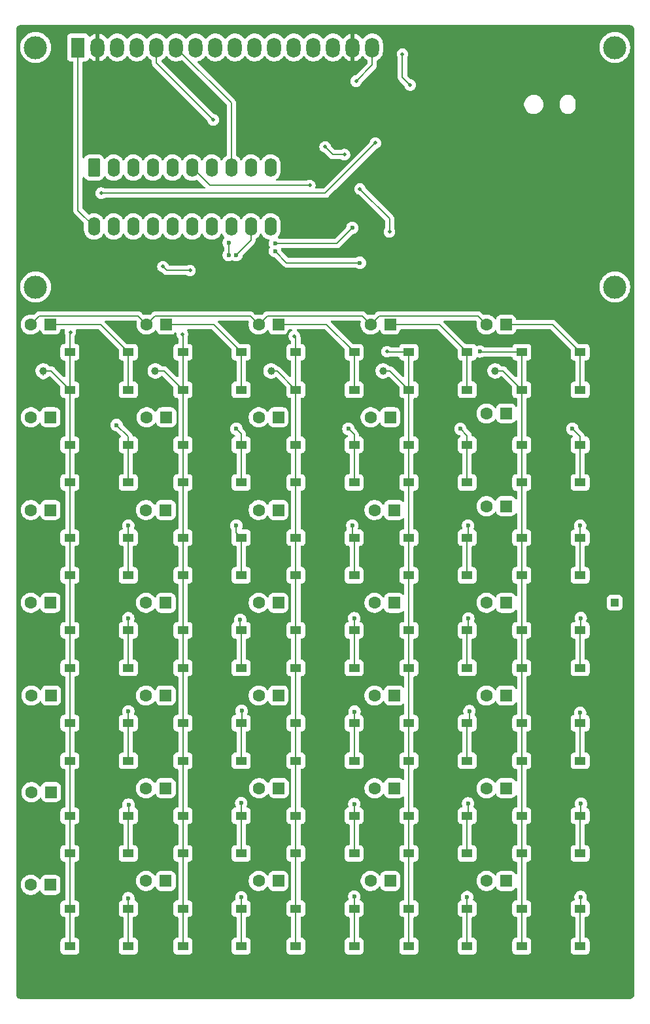
<source format=gbr>
%TF.GenerationSoftware,KiCad,Pcbnew,9.0.3*%
%TF.CreationDate,2025-09-20T21:36:46-05:00*%
%TF.ProjectId,RPNCalcProject,52504e43-616c-4635-9072-6f6a6563742e,rev?*%
%TF.SameCoordinates,Original*%
%TF.FileFunction,Copper,L1,Top*%
%TF.FilePolarity,Positive*%
%FSLAX46Y46*%
G04 Gerber Fmt 4.6, Leading zero omitted, Abs format (unit mm)*
G04 Created by KiCad (PCBNEW 9.0.3) date 2025-09-20 21:36:46*
%MOMM*%
%LPD*%
G01*
G04 APERTURE LIST*
G04 Aperture macros list*
%AMRoundRect*
0 Rectangle with rounded corners*
0 $1 Rounding radius*
0 $2 $3 $4 $5 $6 $7 $8 $9 X,Y pos of 4 corners*
0 Add a 4 corners polygon primitive as box body*
4,1,4,$2,$3,$4,$5,$6,$7,$8,$9,$2,$3,0*
0 Add four circle primitives for the rounded corners*
1,1,$1+$1,$2,$3*
1,1,$1+$1,$4,$5*
1,1,$1+$1,$6,$7*
1,1,$1+$1,$8,$9*
0 Add four rect primitives between the rounded corners*
20,1,$1+$1,$2,$3,$4,$5,0*
20,1,$1+$1,$4,$5,$6,$7,0*
20,1,$1+$1,$6,$7,$8,$9,0*
20,1,$1+$1,$8,$9,$2,$3,0*%
G04 Aperture macros list end*
%TA.AperFunction,SMDPad,CuDef*%
%ADD10R,1.452500X1.135000*%
%TD*%
%TA.AperFunction,ComponentPad*%
%ADD11R,1.000000X1.000000*%
%TD*%
%TA.AperFunction,ComponentPad*%
%ADD12C,1.000000*%
%TD*%
%TA.AperFunction,ComponentPad*%
%ADD13C,3.000000*%
%TD*%
%TA.AperFunction,ComponentPad*%
%ADD14R,1.800000X2.600000*%
%TD*%
%TA.AperFunction,ComponentPad*%
%ADD15O,1.800000X2.600000*%
%TD*%
%TA.AperFunction,ComponentPad*%
%ADD16RoundRect,0.250000X0.550000X0.550000X-0.550000X0.550000X-0.550000X-0.550000X0.550000X-0.550000X0*%
%TD*%
%TA.AperFunction,ComponentPad*%
%ADD17C,1.600000*%
%TD*%
%TA.AperFunction,ComponentPad*%
%ADD18RoundRect,0.250000X-0.550000X0.950000X-0.550000X-0.950000X0.550000X-0.950000X0.550000X0.950000X0*%
%TD*%
%TA.AperFunction,ComponentPad*%
%ADD19O,1.600000X2.400000*%
%TD*%
%TA.AperFunction,ViaPad*%
%ADD20C,0.500000*%
%TD*%
%TA.AperFunction,ViaPad*%
%ADD21C,0.600000*%
%TD*%
%TA.AperFunction,Conductor*%
%ADD22C,0.200000*%
%TD*%
G04 APERTURE END LIST*
D10*
%TO.P,SW11,1,A*%
%TO.N,GPA1*%
X156077500Y-118432500D03*
%TO.P,SW11,2,A*%
X156077500Y-113567500D03*
%TO.P,SW11,3,B*%
%TO.N,Net-(D12-K)*%
X163625000Y-113567500D03*
%TO.P,SW11,4,B*%
X163625000Y-118432500D03*
%TD*%
%TO.P,SW20,1,A*%
%TO.N,GPA2*%
X170702500Y-142432500D03*
%TO.P,SW20,2,A*%
X170702500Y-137567500D03*
%TO.P,SW20,3,B*%
%TO.N,Net-(D22-K)*%
X178250000Y-137567500D03*
%TO.P,SW20,4,B*%
X178250000Y-142432500D03*
%TD*%
%TO.P,SW25,1,A*%
%TO.N,GPA3*%
X185327500Y-118432500D03*
%TO.P,SW25,2,A*%
X185327500Y-113567500D03*
%TO.P,SW25,3,B*%
%TO.N,Net-(D28-K)*%
X192875000Y-113567500D03*
%TO.P,SW25,4,B*%
X192875000Y-118432500D03*
%TD*%
%TO.P,SW16,1,A*%
%TO.N,GPA2*%
X170702500Y-94432500D03*
%TO.P,SW16,2,A*%
X170702500Y-89567500D03*
%TO.P,SW16,3,B*%
%TO.N,Net-(D18-K)*%
X178250000Y-89567500D03*
%TO.P,SW16,4,B*%
X178250000Y-94432500D03*
%TD*%
%TO.P,SW9,1,A*%
%TO.N,GPA1*%
X156077500Y-94432500D03*
%TO.P,SW9,2,A*%
X156077500Y-89567500D03*
%TO.P,SW9,3,B*%
%TO.N,Net-(D10-K)*%
X163625000Y-89567500D03*
%TO.P,SW9,4,B*%
X163625000Y-94432500D03*
%TD*%
%TO.P,SW17,1,A*%
%TO.N,GPA2*%
X170702500Y-106432500D03*
%TO.P,SW17,2,A*%
X170702500Y-101567500D03*
%TO.P,SW17,3,B*%
%TO.N,Net-(D19-K)*%
X178250000Y-101567500D03*
%TO.P,SW17,4,B*%
X178250000Y-106432500D03*
%TD*%
D11*
%TO.P,TP3,1,1*%
%TO.N,GND*%
X212000000Y-110000000D03*
%TD*%
D10*
%TO.P,SW24,1,A*%
%TO.N,GPA3*%
X185327500Y-106432500D03*
%TO.P,SW24,2,A*%
X185327500Y-101567500D03*
%TO.P,SW24,3,B*%
%TO.N,Net-(D27-K)*%
X192875000Y-101567500D03*
%TO.P,SW24,4,B*%
X192875000Y-106432500D03*
%TD*%
%TO.P,SW33,1,A*%
%TO.N,GPA4*%
X199952500Y-130432500D03*
%TO.P,SW33,2,A*%
X199952500Y-125567500D03*
%TO.P,SW33,3,B*%
%TO.N,Net-(D33-K)*%
X207500000Y-125567500D03*
%TO.P,SW33,4,B*%
X207500000Y-130432500D03*
%TD*%
%TO.P,SW4,1,A*%
%TO.N,GPA0*%
X141452500Y-118432500D03*
%TO.P,SW4,2,A*%
X141452500Y-113567500D03*
%TO.P,SW4,3,B*%
%TO.N,Net-(D4-K)*%
X149000000Y-113567500D03*
%TO.P,SW4,4,B*%
X149000000Y-118432500D03*
%TD*%
%TO.P,SW6,1,A*%
%TO.N,GPA0*%
X141452500Y-142432500D03*
%TO.P,SW6,2,A*%
X141452500Y-137567500D03*
%TO.P,SW6,3,B*%
%TO.N,Net-(D6-K)*%
X149000000Y-137567500D03*
%TO.P,SW6,4,B*%
X149000000Y-142432500D03*
%TD*%
D12*
%TO.P,TP28,1,1*%
%TO.N,GPA1*%
X152500000Y-80000000D03*
%TD*%
D10*
%TO.P,SW22,1,A*%
%TO.N,GPA3*%
X185327500Y-82432500D03*
%TO.P,SW22,2,A*%
X185327500Y-77567500D03*
%TO.P,SW22,3,B*%
%TO.N,Net-(D25-K)*%
X192875000Y-77567500D03*
%TO.P,SW22,4,B*%
X192875000Y-82432500D03*
%TD*%
%TO.P,SW32,1,A*%
%TO.N,GPA4*%
X199952500Y-118432500D03*
%TO.P,SW32,2,A*%
X199952500Y-113567500D03*
%TO.P,SW32,3,B*%
%TO.N,Net-(D32-K)*%
X207500000Y-113567500D03*
%TO.P,SW32,4,B*%
X207500000Y-118432500D03*
%TD*%
D12*
%TO.P,TP31,1,1*%
%TO.N,GPA4*%
X196500000Y-80000000D03*
%TD*%
D10*
%TO.P,SW34,1,A*%
%TO.N,GPA4*%
X199952500Y-142432500D03*
%TO.P,SW34,2,A*%
X199952500Y-137567500D03*
%TO.P,SW34,3,B*%
%TO.N,Net-(D34-K)*%
X207500000Y-137567500D03*
%TO.P,SW34,4,B*%
X207500000Y-142432500D03*
%TD*%
%TO.P,SW1,1,A*%
%TO.N,GPA0*%
X141452500Y-82432500D03*
%TO.P,SW1,2,A*%
X141452500Y-77567500D03*
%TO.P,SW1,3,B*%
%TO.N,Net-(D1-K)*%
X149000000Y-77567500D03*
%TO.P,SW1,4,B*%
X149000000Y-82432500D03*
%TD*%
%TO.P,SW7,1,A*%
%TO.N,GPA0*%
X141452500Y-154432500D03*
%TO.P,SW7,2,A*%
X141452500Y-149567500D03*
%TO.P,SW7,3,B*%
%TO.N,Net-(D7-K)*%
X149000000Y-149567500D03*
%TO.P,SW7,4,B*%
X149000000Y-154432500D03*
%TD*%
%TO.P,SW14,1,A*%
%TO.N,GPA1*%
X156077500Y-154432500D03*
%TO.P,SW14,2,A*%
X156077500Y-149567500D03*
%TO.P,SW14,3,B*%
%TO.N,Net-(D15-K)*%
X163625000Y-149567500D03*
%TO.P,SW14,4,B*%
X163625000Y-154432500D03*
%TD*%
%TO.P,SW21,1,A*%
%TO.N,GPA2*%
X170702500Y-154432500D03*
%TO.P,SW21,2,A*%
X170702500Y-149567500D03*
%TO.P,SW21,3,B*%
%TO.N,Net-(D23-K)*%
X178250000Y-149567500D03*
%TO.P,SW21,4,B*%
X178250000Y-154432500D03*
%TD*%
%TO.P,SW29,1,A*%
%TO.N,GPA4*%
X199952500Y-82432500D03*
%TO.P,SW29,2,A*%
X199952500Y-77567500D03*
%TO.P,SW29,3,B*%
%TO.N,Net-(D8-K)*%
X207500000Y-77567500D03*
%TO.P,SW29,4,B*%
X207500000Y-82432500D03*
%TD*%
%TO.P,SW18,1,A*%
%TO.N,GPA2*%
X170702500Y-118432500D03*
%TO.P,SW18,2,A*%
X170702500Y-113567500D03*
%TO.P,SW18,3,B*%
%TO.N,Net-(D20-K)*%
X178250000Y-113567500D03*
%TO.P,SW18,4,B*%
X178250000Y-118432500D03*
%TD*%
D13*
%TO.P,DS2,*%
%TO.N,*%
X137000900Y-38142500D03*
X137000900Y-69143200D03*
X211999480Y-69143200D03*
X212000000Y-38142500D03*
D14*
%TO.P,DS2,1,VSS*%
%TO.N,GND*%
X142500000Y-38142500D03*
D15*
%TO.P,DS2,2,VDD*%
%TO.N,+5V*%
X145040000Y-38142500D03*
%TO.P,DS2,3,VO*%
%TO.N,unconnected-(DS2-VO-Pad3)*%
X147580000Y-38142500D03*
%TO.P,DS2,4,RS*%
%TO.N,P2.2*%
X150120000Y-38142500D03*
%TO.P,DS2,5,R/W*%
%TO.N,P2.1*%
X152660000Y-38142500D03*
%TO.P,DS2,6,E*%
%TO.N,P2.0*%
X155200000Y-38142500D03*
%TO.P,DS2,7,D0*%
%TO.N,LCD_D0*%
X157740000Y-38142500D03*
%TO.P,DS2,8,D1*%
%TO.N,LCD_D1*%
X160280000Y-38142500D03*
%TO.P,DS2,9,D2*%
%TO.N,LCD_D2*%
X162820000Y-38142500D03*
%TO.P,DS2,10,D3*%
%TO.N,LCD_D3*%
X165360000Y-38142500D03*
%TO.P,DS2,11,D4*%
%TO.N,LCD_D4*%
X167900000Y-38142500D03*
%TO.P,DS2,12,D5*%
%TO.N,LCD_D5*%
X170440000Y-38142500D03*
%TO.P,DS2,13,D6*%
%TO.N,LCD_D6*%
X172980000Y-38142500D03*
%TO.P,DS2,14,D7*%
%TO.N,LCD_D7*%
X175520000Y-38142500D03*
%TO.P,DS2,15,LED(+)*%
%TO.N,+5V*%
X178060000Y-38142500D03*
%TO.P,DS2,16,LED(-)*%
%TO.N,GND*%
X180600000Y-38142500D03*
%TD*%
D10*
%TO.P,SW5,1,A*%
%TO.N,GPA0*%
X141452500Y-130432500D03*
%TO.P,SW5,2,A*%
X141452500Y-125567500D03*
%TO.P,SW5,3,B*%
%TO.N,Net-(D5-K)*%
X149000000Y-125567500D03*
%TO.P,SW5,4,B*%
X149000000Y-130432500D03*
%TD*%
%TO.P,SW19,1,A*%
%TO.N,GPA2*%
X170702500Y-130432500D03*
%TO.P,SW19,2,A*%
X170702500Y-125567500D03*
%TO.P,SW19,3,B*%
%TO.N,Net-(D21-K)*%
X178250000Y-125567500D03*
%TO.P,SW19,4,B*%
X178250000Y-130432500D03*
%TD*%
%TO.P,SW23,1,A*%
%TO.N,GPA3*%
X185327500Y-94432500D03*
%TO.P,SW23,2,A*%
X185327500Y-89567500D03*
%TO.P,SW23,3,B*%
%TO.N,Net-(D26-K)*%
X192875000Y-89567500D03*
%TO.P,SW23,4,B*%
X192875000Y-94432500D03*
%TD*%
%TO.P,SW26,1,A*%
%TO.N,GPA3*%
X185327500Y-130432500D03*
%TO.P,SW26,2,A*%
X185327500Y-125567500D03*
%TO.P,SW26,3,B*%
%TO.N,Net-(D29-K)*%
X192875000Y-125567500D03*
%TO.P,SW26,4,B*%
X192875000Y-130432500D03*
%TD*%
%TO.P,SW12,1,A*%
%TO.N,GPA1*%
X156077500Y-130432500D03*
%TO.P,SW12,2,A*%
X156077500Y-125567500D03*
%TO.P,SW12,3,B*%
%TO.N,Net-(D13-K)*%
X163625000Y-125567500D03*
%TO.P,SW12,4,B*%
X163625000Y-130432500D03*
%TD*%
%TO.P,SW13,1,A*%
%TO.N,GPA1*%
X156077500Y-142432500D03*
%TO.P,SW13,2,A*%
X156077500Y-137567500D03*
%TO.P,SW13,3,B*%
%TO.N,Net-(D14-K)*%
X163625000Y-137567500D03*
%TO.P,SW13,4,B*%
X163625000Y-142432500D03*
%TD*%
%TO.P,SW30,1,A*%
%TO.N,GPA4*%
X199952500Y-94432500D03*
%TO.P,SW30,2,A*%
X199952500Y-89567500D03*
%TO.P,SW30,3,B*%
%TO.N,Net-(D16-K)*%
X207500000Y-89567500D03*
%TO.P,SW30,4,B*%
X207500000Y-94432500D03*
%TD*%
%TO.P,SW3,1,A*%
%TO.N,GPA0*%
X141452500Y-106432500D03*
%TO.P,SW3,2,A*%
X141452500Y-101567500D03*
%TO.P,SW3,3,B*%
%TO.N,Net-(D3-K)*%
X149000000Y-101567500D03*
%TO.P,SW3,4,B*%
X149000000Y-106432500D03*
%TD*%
%TO.P,SW31,1,A*%
%TO.N,GPA4*%
X199952500Y-106432500D03*
%TO.P,SW31,2,A*%
X199952500Y-101567500D03*
%TO.P,SW31,3,B*%
%TO.N,Net-(D24-K)*%
X207500000Y-101567500D03*
%TO.P,SW31,4,B*%
X207500000Y-106432500D03*
%TD*%
%TO.P,SW2,1,A*%
%TO.N,GPA0*%
X141452500Y-94432500D03*
%TO.P,SW2,2,A*%
X141452500Y-89567500D03*
%TO.P,SW2,3,B*%
%TO.N,Net-(D2-K)*%
X149000000Y-89567500D03*
%TO.P,SW2,4,B*%
X149000000Y-94432500D03*
%TD*%
%TO.P,SW35,1,A*%
%TO.N,GPA4*%
X199952500Y-154432500D03*
%TO.P,SW35,2,A*%
X199952500Y-149567500D03*
%TO.P,SW35,3,B*%
%TO.N,Net-(D35-K)*%
X207500000Y-149567500D03*
%TO.P,SW35,4,B*%
X207500000Y-154432500D03*
%TD*%
%TO.P,SW28,1,A*%
%TO.N,GPA3*%
X185327500Y-154432500D03*
%TO.P,SW28,2,A*%
X185327500Y-149567500D03*
%TO.P,SW28,3,B*%
%TO.N,Net-(D31-K)*%
X192875000Y-149567500D03*
%TO.P,SW28,4,B*%
X192875000Y-154432500D03*
%TD*%
%TO.P,SW15,1,A*%
%TO.N,GPA2*%
X170702500Y-82432500D03*
%TO.P,SW15,2,A*%
X170702500Y-77567500D03*
%TO.P,SW15,3,B*%
%TO.N,Net-(D17-K)*%
X178250000Y-77567500D03*
%TO.P,SW15,4,B*%
X178250000Y-82432500D03*
%TD*%
D12*
%TO.P,TP30,1,1*%
%TO.N,GPA3*%
X182000000Y-80000000D03*
%TD*%
%TO.P,TP29,1,1*%
%TO.N,GPA2*%
X167500000Y-80000000D03*
%TD*%
%TO.P,TP27,1,1*%
%TO.N,GPA0*%
X138000000Y-80000000D03*
%TD*%
D10*
%TO.P,SW27,1,A*%
%TO.N,GPA3*%
X185327500Y-142432500D03*
%TO.P,SW27,2,A*%
X185327500Y-137567500D03*
%TO.P,SW27,3,B*%
%TO.N,Net-(D30-K)*%
X192875000Y-137567500D03*
%TO.P,SW27,4,B*%
X192875000Y-142432500D03*
%TD*%
%TO.P,SW10,1,A*%
%TO.N,GPA1*%
X156077500Y-106432500D03*
%TO.P,SW10,2,A*%
X156077500Y-101567500D03*
%TO.P,SW10,3,B*%
%TO.N,Net-(D11-K)*%
X163625000Y-101567500D03*
%TO.P,SW10,4,B*%
X163625000Y-106432500D03*
%TD*%
%TO.P,SW8,1,A*%
%TO.N,GPA1*%
X156077500Y-82432500D03*
%TO.P,SW8,2,A*%
X156077500Y-77567500D03*
%TO.P,SW8,3,B*%
%TO.N,Net-(D9-K)*%
X163625000Y-77567500D03*
%TO.P,SW8,4,B*%
X163625000Y-82432500D03*
%TD*%
D16*
%TO.P,D17,1,K*%
%TO.N,Net-(D17-K)*%
X168425686Y-74000000D03*
D17*
%TO.P,D17,2,A*%
%TO.N,GPB0*%
X165885686Y-74000000D03*
%TD*%
D16*
%TO.P,D26,1,K*%
%TO.N,Net-(D26-K)*%
X182925686Y-86000000D03*
D17*
%TO.P,D26,2,A*%
%TO.N,GPB1*%
X180385686Y-86000000D03*
%TD*%
D16*
%TO.P,D10,1,K*%
%TO.N,Net-(D10-K)*%
X153925686Y-86000000D03*
D17*
%TO.P,D10,2,A*%
%TO.N,GPB1*%
X151385686Y-86000000D03*
%TD*%
D16*
%TO.P,D4,1,K*%
%TO.N,Net-(D4-K)*%
X138925686Y-110000000D03*
D17*
%TO.P,D4,2,A*%
%TO.N,GPB3*%
X136385686Y-110000000D03*
%TD*%
D16*
%TO.P,D8,1,K*%
%TO.N,Net-(D8-K)*%
X197925686Y-74000000D03*
D17*
%TO.P,D8,2,A*%
%TO.N,GPB0*%
X195385686Y-74000000D03*
%TD*%
D16*
%TO.P,D33,1,K*%
%TO.N,Net-(D33-K)*%
X197925686Y-122000000D03*
D17*
%TO.P,D33,2,A*%
%TO.N,GPB4*%
X195385686Y-122000000D03*
%TD*%
D16*
%TO.P,D12,1,K*%
%TO.N,Net-(D12-K)*%
X153851372Y-110000000D03*
D17*
%TO.P,D12,2,A*%
%TO.N,GPB3*%
X151311372Y-110000000D03*
%TD*%
D16*
%TO.P,D13,1,K*%
%TO.N,Net-(D13-K)*%
X153851372Y-122000000D03*
D17*
%TO.P,D13,2,A*%
%TO.N,GPB4*%
X151311372Y-122000000D03*
%TD*%
D16*
%TO.P,D35,1,K*%
%TO.N,Net-(D35-K)*%
X197925686Y-146000000D03*
D17*
%TO.P,D35,2,A*%
%TO.N,GPB6*%
X195385686Y-146000000D03*
%TD*%
D16*
%TO.P,D28,1,K*%
%TO.N,Net-(D28-K)*%
X183425686Y-110000000D03*
D17*
%TO.P,D28,2,A*%
%TO.N,GPB3*%
X180885686Y-110000000D03*
%TD*%
D16*
%TO.P,D3,1,K*%
%TO.N,Net-(D3-K)*%
X138925686Y-98000000D03*
D17*
%TO.P,D3,2,A*%
%TO.N,GPB2*%
X136385686Y-98000000D03*
%TD*%
D16*
%TO.P,D15,1,K*%
%TO.N,Net-(D15-K)*%
X153851372Y-146000000D03*
D17*
%TO.P,D15,2,A*%
%TO.N,GPB6*%
X151311372Y-146000000D03*
%TD*%
D16*
%TO.P,D9,1,K*%
%TO.N,Net-(D9-K)*%
X153925686Y-74000000D03*
D17*
%TO.P,D9,2,A*%
%TO.N,GPB0*%
X151385686Y-74000000D03*
%TD*%
D16*
%TO.P,D21,1,K*%
%TO.N,Net-(D21-K)*%
X168425686Y-122000000D03*
D17*
%TO.P,D21,2,A*%
%TO.N,GPB4*%
X165885686Y-122000000D03*
%TD*%
D16*
%TO.P,D34,1,K*%
%TO.N,Net-(D34-K)*%
X197925686Y-134000000D03*
D17*
%TO.P,D34,2,A*%
%TO.N,GPB5*%
X195385686Y-134000000D03*
%TD*%
D16*
%TO.P,D30,1,K*%
%TO.N,Net-(D30-K)*%
X183425686Y-134000000D03*
D17*
%TO.P,D30,2,A*%
%TO.N,GPB5*%
X180885686Y-134000000D03*
%TD*%
D16*
%TO.P,D22,1,K*%
%TO.N,Net-(D22-K)*%
X168500000Y-134000000D03*
D17*
%TO.P,D22,2,A*%
%TO.N,GPB5*%
X165960000Y-134000000D03*
%TD*%
D16*
%TO.P,D25,1,K*%
%TO.N,Net-(D25-K)*%
X182925686Y-74000000D03*
D17*
%TO.P,D25,2,A*%
%TO.N,GPB0*%
X180385686Y-74000000D03*
%TD*%
D16*
%TO.P,D20,1,K*%
%TO.N,Net-(D20-K)*%
X168425686Y-110000000D03*
D17*
%TO.P,D20,2,A*%
%TO.N,GPB3*%
X165885686Y-110000000D03*
%TD*%
D16*
%TO.P,D14,1,K*%
%TO.N,Net-(D14-K)*%
X153851372Y-134000000D03*
D17*
%TO.P,D14,2,A*%
%TO.N,GPB5*%
X151311372Y-134000000D03*
%TD*%
D16*
%TO.P,D6,1,K*%
%TO.N,Net-(D6-K)*%
X139000000Y-134500000D03*
D17*
%TO.P,D6,2,A*%
%TO.N,GPB5*%
X136460000Y-134500000D03*
%TD*%
D16*
%TO.P,D32,1,K*%
%TO.N,Net-(D32-K)*%
X197925686Y-110000000D03*
D17*
%TO.P,D32,2,A*%
%TO.N,GPB3*%
X195385686Y-110000000D03*
%TD*%
D16*
%TO.P,D2,1,K*%
%TO.N,Net-(D2-K)*%
X138925686Y-86000000D03*
D17*
%TO.P,D2,2,A*%
%TO.N,GPB1*%
X136385686Y-86000000D03*
%TD*%
D16*
%TO.P,D31,1,K*%
%TO.N,Net-(D31-K)*%
X182925686Y-146000000D03*
D17*
%TO.P,D31,2,A*%
%TO.N,GPB6*%
X180385686Y-146000000D03*
%TD*%
D16*
%TO.P,D29,1,K*%
%TO.N,Net-(D29-K)*%
X183425686Y-122000000D03*
D17*
%TO.P,D29,2,A*%
%TO.N,GPB4*%
X180885686Y-122000000D03*
%TD*%
D16*
%TO.P,D18,1,K*%
%TO.N,Net-(D18-K)*%
X168425686Y-86000000D03*
D17*
%TO.P,D18,2,A*%
%TO.N,GPB1*%
X165885686Y-86000000D03*
%TD*%
D16*
%TO.P,D23,1,K*%
%TO.N,Net-(D23-K)*%
X168425686Y-146000000D03*
D17*
%TO.P,D23,2,A*%
%TO.N,GPB6*%
X165885686Y-146000000D03*
%TD*%
D16*
%TO.P,D27,1,K*%
%TO.N,Net-(D27-K)*%
X183425686Y-98000000D03*
D17*
%TO.P,D27,2,A*%
%TO.N,GPB2*%
X180885686Y-98000000D03*
%TD*%
D16*
%TO.P,D11,1,K*%
%TO.N,Net-(D11-K)*%
X153851372Y-98000000D03*
D17*
%TO.P,D11,2,A*%
%TO.N,GPB2*%
X151311372Y-98000000D03*
%TD*%
D16*
%TO.P,D19,1,K*%
%TO.N,Net-(D19-K)*%
X168425686Y-98000000D03*
D17*
%TO.P,D19,2,A*%
%TO.N,GPB2*%
X165885686Y-98000000D03*
%TD*%
D16*
%TO.P,D5,1,K*%
%TO.N,Net-(D5-K)*%
X139000000Y-122000000D03*
D17*
%TO.P,D5,2,A*%
%TO.N,GPB4*%
X136460000Y-122000000D03*
%TD*%
D18*
%TO.P,U1,1,DVCC*%
%TO.N,+3.3V*%
X144570000Y-53690000D03*
D19*
%TO.P,U1,2,TA0CLK/ACLK/CA0/A0/P1.0*%
%TO.N,unconnected-(U1-TA0CLK{slash}ACLK{slash}CA0{slash}A0{slash}P1.0-Pad2)*%
X147110000Y-53690000D03*
%TO.P,U1,3,UCA0RXD/UCA0SOMI/TA0.0/CA1/A1/P1.1*%
%TO.N,unconnected-(U1-UCA0RXD{slash}UCA0SOMI{slash}TA0.0{slash}CA1{slash}A1{slash}P1.1-Pad3)*%
X149650000Y-53690000D03*
%TO.P,U1,4,UCA0TXD/UCA0SIMO/TA0.1/CA2/A2/P1.2*%
%TO.N,P1.2*%
X152190000Y-53690000D03*
%TO.P,U1,5,CAOUT/VREF-/VeREF-/CA3/A3/P1.3*%
%TO.N,unconnected-(U1-CAOUT{slash}VREF-{slash}VeREF-{slash}CA3{slash}A3{slash}P1.3-Pad5)*%
X154730000Y-53690000D03*
%TO.P,U1,6,TCK/SMCLK/UCB0STE/UCA0CLK/VREF+/VeREF+/CA4/A4/P1.4*%
%TO.N,P1.4*%
X157270000Y-53690000D03*
%TO.P,U1,7,TMS/UCB0CLK/UCA0STE/TA0.0/CA5/A5/P1.5*%
%TO.N,unconnected-(U1-TMS{slash}UCB0CLK{slash}UCA0STE{slash}TA0.0{slash}CA5{slash}A5{slash}P1.5-Pad7)*%
X159810000Y-53690000D03*
%TO.P,U1,8,P2.0/TA1.0*%
%TO.N,P2.0*%
X162350000Y-53690000D03*
%TO.P,U1,9,P2.1/TA1.1*%
%TO.N,P2.1*%
X164890000Y-53690000D03*
%TO.P,U1,10,P2.2/TA1.1*%
%TO.N,P2.2*%
X167430000Y-53690000D03*
%TO.P,U1,11,P2.3/TA1.0*%
%TO.N,unconnected-(U1-P2.3{slash}TA1.0-Pad11)*%
X167430000Y-61310000D03*
%TO.P,U1,12,P2.4/TA1.2*%
%TO.N,P2.4*%
X164890000Y-61310000D03*
%TO.P,U1,13,P2.5/TA1.2*%
%TO.N,unconnected-(U1-P2.5{slash}TA1.2-Pad13)*%
X162350000Y-61310000D03*
%TO.P,U1,14,TDI/TCLK/UCB0SOMI/UCB0SCL/TA0.1/CA6/A6/P1.6*%
%TO.N,P1.6*%
X159810000Y-61310000D03*
%TO.P,U1,15,TDO/TDI/UCB0SIMO/UCB0SDA/CAOUT/CA7/A7/P1.7*%
%TO.N,P1.7*%
X157270000Y-61310000D03*
%TO.P,U1,16,~{RST}/NMI/SBWTDIO*%
%TO.N,unconnected-(U1-~{RST}{slash}NMI{slash}SBWTDIO-Pad16)*%
X154730000Y-61310000D03*
%TO.P,U1,17,TEST/SBWTCK*%
%TO.N,unconnected-(U1-TEST{slash}SBWTCK-Pad17)*%
X152190000Y-61310000D03*
%TO.P,U1,18,P2.7/XOUT*%
%TO.N,unconnected-(U1-P2.7{slash}XOUT-Pad18)*%
X149650000Y-61310000D03*
%TO.P,U1,19,P2.6/XIN/TA0.1*%
%TO.N,unconnected-(U1-P2.6{slash}XIN{slash}TA0.1-Pad19)*%
X147110000Y-61310000D03*
%TO.P,U1,20,DVSS*%
%TO.N,GND*%
X144570000Y-61310000D03*
%TD*%
D16*
%TO.P,D24,1,K*%
%TO.N,Net-(D24-K)*%
X197925686Y-97500000D03*
D17*
%TO.P,D24,2,A*%
%TO.N,GPB2*%
X195385686Y-97500000D03*
%TD*%
D16*
%TO.P,D16,1,K*%
%TO.N,Net-(D16-K)*%
X197925686Y-85500000D03*
D17*
%TO.P,D16,2,A*%
%TO.N,GPB1*%
X195385686Y-85500000D03*
%TD*%
D16*
%TO.P,D7,1,K*%
%TO.N,Net-(D7-K)*%
X138925686Y-146500000D03*
D17*
%TO.P,D7,2,A*%
%TO.N,GPB6*%
X136385686Y-146500000D03*
%TD*%
D16*
%TO.P,D1,1,K*%
%TO.N,Net-(D1-K)*%
X138925686Y-74000000D03*
D17*
%TO.P,D1,2,A*%
%TO.N,GPB0*%
X136385686Y-74000000D03*
%TD*%
D20*
%TO.N,+5V*%
X183000000Y-50500000D03*
X172500000Y-47500000D03*
%TO.N,GND*%
X179000000Y-56450000D03*
X178500000Y-42500000D03*
X177000000Y-52000000D03*
X174500000Y-51000000D03*
X182819642Y-62000000D03*
%TO.N,+3.3V*%
X153500000Y-66500000D03*
X184500000Y-39000000D03*
X181000000Y-50500000D03*
X145500000Y-57000000D03*
X185500000Y-43000000D03*
X157000000Y-67000000D03*
D21*
%TO.N,Net-(D2-K)*%
X147500000Y-87000000D03*
%TO.N,Net-(D3-K)*%
X149000000Y-100000000D03*
%TO.N,Net-(D4-K)*%
X149000000Y-112000000D03*
%TO.N,Net-(D5-K)*%
X149021407Y-124065398D03*
%TO.N,Net-(D6-K)*%
X149033235Y-136126865D03*
%TO.N,Net-(D7-K)*%
X149009263Y-148234903D03*
%TO.N,Net-(D10-K)*%
X163000000Y-87500000D03*
%TO.N,Net-(D11-K)*%
X163000000Y-100000000D03*
%TO.N,Net-(D12-K)*%
X163500000Y-112216250D03*
%TO.N,Net-(D13-K)*%
X163680394Y-123976014D03*
%TO.N,Net-(D14-K)*%
X163625185Y-135925751D03*
%TO.N,Net-(D15-K)*%
X163638456Y-148115724D03*
%TO.N,Net-(D16-K)*%
X206500000Y-87500000D03*
%TO.N,Net-(D18-K)*%
X177500000Y-87500000D03*
%TO.N,Net-(D19-K)*%
X178000000Y-100000000D03*
%TO.N,Net-(D20-K)*%
X178245617Y-111992789D03*
%TO.N,Net-(D21-K)*%
X178309587Y-124080296D03*
%TO.N,Net-(D22-K)*%
X178261826Y-136037481D03*
%TO.N,Net-(D23-K)*%
X178252751Y-147996545D03*
%TO.N,Net-(D24-K)*%
X207500000Y-100000000D03*
%TO.N,Net-(D26-K)*%
X192000000Y-87500000D03*
%TO.N,Net-(D27-K)*%
X193000000Y-100000000D03*
%TO.N,Net-(D28-K)*%
X193038680Y-112037481D03*
%TO.N,Net-(D29-K)*%
X193177137Y-124005809D03*
%TO.N,Net-(D30-K)*%
X192991612Y-135946219D03*
%TO.N,Net-(D31-K)*%
X192881944Y-148071032D03*
%TO.N,Net-(D32-K)*%
X207585938Y-111970443D03*
%TO.N,Net-(D33-K)*%
X207500000Y-124216250D03*
%TO.N,Net-(D34-K)*%
X207620805Y-136005809D03*
%TO.N,Net-(D35-K)*%
X207570726Y-148056134D03*
D20*
%TO.N,P2.1*%
X160000000Y-47500000D03*
D21*
%TO.N,P1.6*%
X162000000Y-63400000D03*
X168000000Y-63500000D03*
X162000000Y-65000000D03*
X178000000Y-61500000D03*
%TO.N,P1.7*%
X179000000Y-66000000D03*
X168000000Y-64500000D03*
D20*
%TO.N,GPA0*%
X141500000Y-75000000D03*
%TO.N,GPA1*%
X156000000Y-75241526D03*
%TO.N,GPA2*%
X170500000Y-75500000D03*
%TO.N,GPA3*%
X182500000Y-77500000D03*
D21*
%TO.N,GPA4*%
X194500000Y-77500000D03*
D20*
%TO.N,P1.4*%
X172500000Y-56000000D03*
D21*
%TO.N,P2.4*%
X163000000Y-65000000D03*
%TD*%
D22*
%TO.N,+5V*%
X180000000Y-47500000D02*
X172500000Y-47500000D01*
X183000000Y-50500000D02*
X180000000Y-47500000D01*
%TO.N,GND*%
X142500000Y-38142500D02*
X142500000Y-59240000D01*
X180600000Y-38142500D02*
X180600000Y-40400000D01*
X182832247Y-60282247D02*
X182832247Y-62000000D01*
X175500000Y-52000000D02*
X174500000Y-51000000D01*
X182832247Y-62000000D02*
X182819642Y-62000000D01*
X180600000Y-40400000D02*
X178500000Y-42500000D01*
X179000000Y-56450000D02*
X182832247Y-60282247D01*
X142500000Y-59240000D02*
X144570000Y-61310000D01*
X177000000Y-52000000D02*
X175500000Y-52000000D01*
%TO.N,+3.3V*%
X184500000Y-39000000D02*
X184500000Y-42000000D01*
X184500000Y-42000000D02*
X185500000Y-43000000D01*
X157000000Y-67000000D02*
X154000000Y-67000000D01*
X181000000Y-50500000D02*
X174500000Y-57000000D01*
X154000000Y-67000000D02*
X153500000Y-66500000D01*
X174500000Y-57000000D02*
X145500000Y-57000000D01*
%TO.N,GPB0*%
X194284686Y-72899000D02*
X195385686Y-74000000D01*
X137486686Y-72899000D02*
X150284686Y-72899000D01*
X164784686Y-72899000D02*
X165885686Y-74000000D01*
X150284686Y-72899000D02*
X151385686Y-74000000D01*
X180385686Y-74000000D02*
X181486686Y-72899000D01*
X165885686Y-74000000D02*
X166986686Y-72899000D01*
X181486686Y-72899000D02*
X194284686Y-72899000D01*
X166986686Y-72899000D02*
X179284686Y-72899000D01*
X151385686Y-74000000D02*
X152486686Y-72899000D01*
X179284686Y-72899000D02*
X180385686Y-74000000D01*
X152486686Y-72899000D02*
X164784686Y-72899000D01*
X136385686Y-74000000D02*
X137486686Y-72899000D01*
%TO.N,Net-(D1-K)*%
X138925686Y-74000000D02*
X145432500Y-74000000D01*
X149000000Y-77567500D02*
X149000000Y-82432500D01*
X145432500Y-74000000D02*
X149000000Y-77567500D01*
%TO.N,Net-(D2-K)*%
X147500000Y-87000000D02*
X149000000Y-88500000D01*
X149000000Y-88500000D02*
X149000000Y-89567500D01*
X149000000Y-89567500D02*
X149000000Y-94432500D01*
%TO.N,Net-(D3-K)*%
X149000000Y-100000000D02*
X149000000Y-101567500D01*
X149000000Y-101567500D02*
X149000000Y-106432500D01*
%TO.N,Net-(D4-K)*%
X149000000Y-113567500D02*
X149000000Y-118432500D01*
X149000000Y-112000000D02*
X149000000Y-113567500D01*
%TO.N,Net-(D5-K)*%
X149000000Y-125567500D02*
X149000000Y-130432500D01*
X149021407Y-124065398D02*
X149021407Y-125632898D01*
%TO.N,Net-(D6-K)*%
X149000000Y-137567500D02*
X149000000Y-142432500D01*
X149033235Y-136126865D02*
X149033235Y-137694365D01*
%TO.N,Net-(D7-K)*%
X149009263Y-148234903D02*
X149009263Y-149802403D01*
X149000000Y-149567500D02*
X149000000Y-154432500D01*
%TO.N,Net-(D8-K)*%
X197925686Y-74000000D02*
X203932500Y-74000000D01*
X207500000Y-77567500D02*
X207500000Y-82432500D01*
X203932500Y-74000000D02*
X207500000Y-77567500D01*
%TO.N,Net-(D9-K)*%
X153925686Y-74000000D02*
X160057500Y-74000000D01*
X160057500Y-74000000D02*
X163625000Y-77567500D01*
X163625000Y-77567500D02*
X163625000Y-82432500D01*
%TO.N,Net-(D10-K)*%
X163000000Y-87500000D02*
X163625000Y-88125000D01*
X163625000Y-89567500D02*
X163625000Y-94432500D01*
X163625000Y-88125000D02*
X163625000Y-89567500D01*
%TO.N,Net-(D11-K)*%
X163625000Y-101567500D02*
X163625000Y-106432500D01*
X163000000Y-100000000D02*
X163000000Y-100942500D01*
X163000000Y-100942500D02*
X163625000Y-101567500D01*
%TO.N,Net-(D12-K)*%
X163625000Y-113567500D02*
X163625000Y-118432500D01*
X163500000Y-112216250D02*
X163500000Y-113783750D01*
%TO.N,Net-(D13-K)*%
X163680394Y-123976014D02*
X163680394Y-125543514D01*
X163625000Y-125567500D02*
X163625000Y-130432500D01*
%TO.N,Net-(D14-K)*%
X163625185Y-135925751D02*
X163625185Y-137493251D01*
X163625000Y-137567500D02*
X163625000Y-142432500D01*
%TO.N,Net-(D15-K)*%
X163625000Y-149567500D02*
X163625000Y-154432500D01*
X163638456Y-148115724D02*
X163638456Y-149683224D01*
%TO.N,Net-(D16-K)*%
X207500000Y-88500000D02*
X207500000Y-89567500D01*
X207500000Y-89567500D02*
X207500000Y-94432500D01*
X206500000Y-87500000D02*
X207500000Y-88500000D01*
%TO.N,Net-(D17-K)*%
X178250000Y-77567500D02*
X178250000Y-82432500D01*
X168425686Y-74000000D02*
X174682500Y-74000000D01*
X174682500Y-74000000D02*
X178250000Y-77567500D01*
%TO.N,Net-(D18-K)*%
X178250000Y-89567500D02*
X178250000Y-94432500D01*
X178250000Y-88250000D02*
X178250000Y-89567500D01*
X177500000Y-87500000D02*
X178250000Y-88250000D01*
%TO.N,Net-(D19-K)*%
X178250000Y-101567500D02*
X178250000Y-106432500D01*
X178000000Y-101317500D02*
X178250000Y-101567500D01*
X178000000Y-100000000D02*
X178000000Y-101317500D01*
%TO.N,Net-(D20-K)*%
X178245617Y-111992789D02*
X178245617Y-113560289D01*
X178250000Y-113567500D02*
X178250000Y-118432500D01*
%TO.N,Net-(D21-K)*%
X178250000Y-125567500D02*
X178250000Y-130432500D01*
X178309587Y-124080296D02*
X178309587Y-125647796D01*
%TO.N,Net-(D22-K)*%
X178261826Y-136037481D02*
X178261826Y-137604981D01*
X178250000Y-137567500D02*
X178250000Y-142432500D01*
%TO.N,Net-(D23-K)*%
X178252751Y-147996545D02*
X178252751Y-149564045D01*
X178250000Y-149567500D02*
X178250000Y-154432500D01*
%TO.N,Net-(D24-K)*%
X207500000Y-101567500D02*
X207500000Y-106432500D01*
X207500000Y-100000000D02*
X207500000Y-101567500D01*
%TO.N,Net-(D25-K)*%
X182925686Y-74000000D02*
X189307500Y-74000000D01*
X192875000Y-77567500D02*
X192875000Y-82432500D01*
X189307500Y-74000000D02*
X192875000Y-77567500D01*
%TO.N,Net-(D26-K)*%
X192875000Y-89567500D02*
X192875000Y-94432500D01*
X192000000Y-87500000D02*
X192875000Y-88375000D01*
X192875000Y-88375000D02*
X192875000Y-89567500D01*
%TO.N,Net-(D27-K)*%
X193000000Y-101442500D02*
X192875000Y-101567500D01*
X192875000Y-101567500D02*
X192875000Y-106432500D01*
X193000000Y-100000000D02*
X193000000Y-101442500D01*
%TO.N,Net-(D28-K)*%
X192875000Y-113567500D02*
X192875000Y-118432500D01*
X193038680Y-112037481D02*
X193038680Y-113604981D01*
%TO.N,Net-(D29-K)*%
X193177137Y-124005809D02*
X193177137Y-125573309D01*
X192875000Y-125567500D02*
X192875000Y-130432500D01*
%TO.N,Net-(D30-K)*%
X192991612Y-135946219D02*
X192991612Y-137513719D01*
X192875000Y-137567500D02*
X192875000Y-142432500D01*
%TO.N,Net-(D31-K)*%
X192881944Y-148071032D02*
X192881944Y-149638532D01*
X192875000Y-149567500D02*
X192875000Y-154432500D01*
%TO.N,Net-(D32-K)*%
X207500000Y-113567500D02*
X207500000Y-118432500D01*
X207585938Y-111970443D02*
X207585938Y-113537943D01*
%TO.N,Net-(D33-K)*%
X207500000Y-125567500D02*
X207500000Y-130432500D01*
X207500000Y-124216250D02*
X207500000Y-125783750D01*
%TO.N,Net-(D34-K)*%
X207620805Y-136005809D02*
X207620805Y-137573309D01*
X207500000Y-137567500D02*
X207500000Y-142432500D01*
%TO.N,Net-(D35-K)*%
X207500000Y-149567500D02*
X207500000Y-154432500D01*
X207570726Y-148056134D02*
X207570726Y-149623634D01*
%TO.N,P2.1*%
X160000000Y-47500000D02*
X152660000Y-40160000D01*
X152660000Y-40160000D02*
X152660000Y-38142500D01*
%TO.N,P2.0*%
X162350000Y-45292500D02*
X155200000Y-38142500D01*
X162350000Y-53690000D02*
X162350000Y-45292500D01*
%TO.N,P1.6*%
X162000000Y-65000000D02*
X162000000Y-63400000D01*
X176000000Y-63500000D02*
X178000000Y-61500000D01*
X168000000Y-63500000D02*
X176000000Y-63500000D01*
%TO.N,P1.7*%
X169500000Y-66000000D02*
X179000000Y-66000000D01*
X168000000Y-64500000D02*
X169500000Y-66000000D01*
%TO.N,GPA0*%
X141452500Y-75047500D02*
X141452500Y-77567500D01*
X141452500Y-142432500D02*
X141452500Y-149567500D01*
X141452500Y-77567500D02*
X141452500Y-82432500D01*
X141452500Y-149567500D02*
X141452500Y-154432500D01*
X139020000Y-80000000D02*
X141452500Y-82432500D01*
X138000000Y-80000000D02*
X138000000Y-80500000D01*
X141452500Y-113567500D02*
X141452500Y-118432500D01*
X138000000Y-80000000D02*
X139020000Y-80000000D01*
X141452500Y-101567500D02*
X141452500Y-106432500D01*
X141452500Y-130432500D02*
X141452500Y-137567500D01*
X141452500Y-118432500D02*
X141452500Y-125567500D01*
X141452500Y-106432500D02*
X141452500Y-113567500D01*
X141500000Y-75000000D02*
X141452500Y-75047500D01*
X141452500Y-137567500D02*
X141452500Y-142432500D01*
X141452500Y-125567500D02*
X141452500Y-130432500D01*
X141452500Y-89567500D02*
X141452500Y-82432500D01*
X141452500Y-94432500D02*
X141452500Y-101567500D01*
X141452500Y-94432500D02*
X141452500Y-89567500D01*
%TO.N,GPA1*%
X152500000Y-80000000D02*
X153645000Y-80000000D01*
X156077500Y-82432500D02*
X156077500Y-89567500D01*
X156077500Y-89567500D02*
X156077500Y-94432500D01*
X156077500Y-77567500D02*
X156077500Y-82432500D01*
X156077500Y-94432500D02*
X156077500Y-101567500D01*
X156077500Y-118432500D02*
X156077500Y-125567500D01*
X156077500Y-154432500D02*
X156077500Y-149567500D01*
X156077500Y-130432500D02*
X156077500Y-137567500D01*
X156077500Y-125567500D02*
X156077500Y-130432500D01*
X156077500Y-106432500D02*
X156077500Y-113567500D01*
X153645000Y-80000000D02*
X156077500Y-82432500D01*
X156077500Y-75319026D02*
X156077500Y-77567500D01*
X156077500Y-113567500D02*
X156077500Y-118432500D01*
X156077500Y-137567500D02*
X156077500Y-142432500D01*
X156000000Y-75241526D02*
X156077500Y-75319026D01*
X156077500Y-149567500D02*
X156077500Y-142432500D01*
X156077500Y-101567500D02*
X156077500Y-106432500D01*
%TO.N,GPA2*%
X168270000Y-80000000D02*
X170702500Y-82432500D01*
X170702500Y-101567500D02*
X170702500Y-106432500D01*
X170702500Y-118432500D02*
X170702500Y-125567500D01*
X170702500Y-77567500D02*
X170702500Y-82432500D01*
X170702500Y-94432500D02*
X170702500Y-101567500D01*
X170500000Y-75500000D02*
X170702500Y-75702500D01*
X170702500Y-113567500D02*
X170702500Y-118432500D01*
X167500000Y-80000000D02*
X168270000Y-80000000D01*
X170702500Y-82432500D02*
X170702500Y-89567500D01*
X170702500Y-106432500D02*
X170702500Y-113567500D01*
X170702500Y-137567500D02*
X170702500Y-142432500D01*
X170702500Y-149567500D02*
X170702500Y-154432500D01*
X170702500Y-75702500D02*
X170702500Y-77567500D01*
X170702500Y-125567500D02*
X170702500Y-130432500D01*
X170702500Y-130432500D02*
X170702500Y-137567500D01*
X170702500Y-142432500D02*
X170702500Y-149567500D01*
X170702500Y-89567500D02*
X170702500Y-94432500D01*
%TO.N,GPA3*%
X185327500Y-118432500D02*
X185327500Y-125567500D01*
X185327500Y-77827500D02*
X185500000Y-78000000D01*
X185327500Y-142432500D02*
X185327500Y-149567500D01*
X182895000Y-80000000D02*
X185327500Y-82432500D01*
X182567500Y-77567500D02*
X185327500Y-77567500D01*
X185327500Y-77567500D02*
X185327500Y-82432500D01*
X185327500Y-101567500D02*
X185327500Y-106432500D01*
X185327500Y-130432500D02*
X185327500Y-137567500D01*
X185327500Y-113567500D02*
X185327500Y-118432500D01*
X185327500Y-106432500D02*
X185327500Y-113567500D01*
X185327500Y-125567500D02*
X185327500Y-130432500D01*
X185327500Y-94432500D02*
X185327500Y-101567500D01*
X185327500Y-137567500D02*
X185327500Y-142432500D01*
X185327500Y-77567500D02*
X185327500Y-77827500D01*
X182500000Y-77500000D02*
X182567500Y-77567500D01*
X185327500Y-154432500D02*
X185327500Y-149567500D01*
X185327500Y-82432500D02*
X185327500Y-89567500D01*
X185327500Y-89567500D02*
X185327500Y-94432500D01*
X182000000Y-80000000D02*
X182895000Y-80000000D01*
%TO.N,GPA4*%
X199952500Y-89567500D02*
X199952500Y-94432500D01*
X199952500Y-142432500D02*
X199952500Y-149567500D01*
X196500000Y-80000000D02*
X197520000Y-80000000D01*
X199952500Y-101567500D02*
X199952500Y-106432500D01*
X199952500Y-118432500D02*
X199952500Y-125567500D01*
X199952500Y-125567500D02*
X199952500Y-130432500D01*
X194500000Y-77500000D02*
X194567500Y-77567500D01*
X199952500Y-77567500D02*
X199952500Y-82432500D01*
X199952500Y-149567500D02*
X199952500Y-154432500D01*
X197520000Y-80000000D02*
X199952500Y-82432500D01*
X199952500Y-137567500D02*
X199952500Y-142432500D01*
X194567500Y-77567500D02*
X199952500Y-77567500D01*
X199952500Y-137567500D02*
X199952500Y-130432500D01*
X199952500Y-106432500D02*
X199952500Y-113567500D01*
X199952500Y-113567500D02*
X199952500Y-118432500D01*
X199952500Y-94432500D02*
X199952500Y-101567500D01*
X199952500Y-82432500D02*
X199952500Y-89567500D01*
%TO.N,P1.4*%
X159580000Y-56000000D02*
X157270000Y-53690000D01*
X172500000Y-56000000D02*
X159580000Y-56000000D01*
%TO.N,P2.4*%
X163000000Y-65000000D02*
X164890000Y-63110000D01*
X164890000Y-63110000D02*
X164890000Y-61310000D01*
%TD*%
%TA.AperFunction,Conductor*%
%TO.N,+5V*%
G36*
X145290000Y-39920354D02*
G01*
X145367834Y-39908026D01*
X145367837Y-39908026D01*
X145577410Y-39839932D01*
X145773760Y-39739886D01*
X145952041Y-39610357D01*
X146107857Y-39454541D01*
X146107862Y-39454535D01*
X146209372Y-39314819D01*
X146264702Y-39272153D01*
X146334315Y-39266174D01*
X146396110Y-39298779D01*
X146410008Y-39314819D01*
X146511752Y-39454858D01*
X146511756Y-39454863D01*
X146667636Y-39610743D01*
X146667641Y-39610747D01*
X146721369Y-39649782D01*
X146845978Y-39740315D01*
X146974375Y-39805737D01*
X147042393Y-39840395D01*
X147042396Y-39840396D01*
X147147221Y-39874455D01*
X147252049Y-39908515D01*
X147469778Y-39943000D01*
X147469779Y-39943000D01*
X147690221Y-39943000D01*
X147690222Y-39943000D01*
X147907951Y-39908515D01*
X148117606Y-39840395D01*
X148314022Y-39740315D01*
X148492365Y-39610742D01*
X148648242Y-39454865D01*
X148720434Y-39355501D01*
X148749682Y-39315245D01*
X148805011Y-39272579D01*
X148874625Y-39266600D01*
X148936420Y-39299205D01*
X148950318Y-39315245D01*
X149051752Y-39454858D01*
X149051756Y-39454863D01*
X149207636Y-39610743D01*
X149207641Y-39610747D01*
X149261369Y-39649782D01*
X149385978Y-39740315D01*
X149514375Y-39805737D01*
X149582393Y-39840395D01*
X149582396Y-39840396D01*
X149687221Y-39874455D01*
X149792049Y-39908515D01*
X150009778Y-39943000D01*
X150009779Y-39943000D01*
X150230221Y-39943000D01*
X150230222Y-39943000D01*
X150447951Y-39908515D01*
X150657606Y-39840395D01*
X150854022Y-39740315D01*
X151032365Y-39610742D01*
X151188242Y-39454865D01*
X151260434Y-39355501D01*
X151289682Y-39315245D01*
X151345011Y-39272579D01*
X151414625Y-39266600D01*
X151476420Y-39299205D01*
X151490318Y-39315245D01*
X151591752Y-39454858D01*
X151591756Y-39454863D01*
X151747636Y-39610743D01*
X151747641Y-39610747D01*
X151925976Y-39740314D01*
X151991794Y-39773850D01*
X152002858Y-39784299D01*
X152016703Y-39790622D01*
X152027743Y-39807801D01*
X152042591Y-39821824D01*
X152046832Y-39837505D01*
X152054477Y-39849400D01*
X152059500Y-39884335D01*
X152059500Y-40073330D01*
X152059499Y-40073348D01*
X152059499Y-40239054D01*
X152059498Y-40239054D01*
X152100423Y-40391785D01*
X152129358Y-40441900D01*
X152129359Y-40441904D01*
X152129360Y-40441904D01*
X152179479Y-40528714D01*
X152179481Y-40528717D01*
X152298349Y-40647585D01*
X152298355Y-40647590D01*
X159229064Y-47578300D01*
X159262549Y-47639623D01*
X159263000Y-47641789D01*
X159278340Y-47718907D01*
X159278342Y-47718915D01*
X159334912Y-47855488D01*
X159334919Y-47855501D01*
X159417048Y-47978415D01*
X159417051Y-47978419D01*
X159521580Y-48082948D01*
X159521584Y-48082951D01*
X159644498Y-48165080D01*
X159644511Y-48165087D01*
X159781082Y-48221656D01*
X159781087Y-48221658D01*
X159781091Y-48221658D01*
X159781092Y-48221659D01*
X159926079Y-48250500D01*
X159926082Y-48250500D01*
X160073920Y-48250500D01*
X160171462Y-48231096D01*
X160218913Y-48221658D01*
X160355495Y-48165084D01*
X160478416Y-48082951D01*
X160582951Y-47978416D01*
X160665084Y-47855495D01*
X160721658Y-47718913D01*
X160744338Y-47604898D01*
X160750500Y-47573920D01*
X160750500Y-47426079D01*
X160721659Y-47281092D01*
X160721658Y-47281091D01*
X160721658Y-47281087D01*
X160721656Y-47281082D01*
X160665087Y-47144511D01*
X160665080Y-47144498D01*
X160582951Y-47021584D01*
X160582948Y-47021580D01*
X160478419Y-46917051D01*
X160478415Y-46917048D01*
X160355501Y-46834919D01*
X160355488Y-46834912D01*
X160218915Y-46778342D01*
X160218907Y-46778340D01*
X160141789Y-46763000D01*
X160079878Y-46730615D01*
X160078300Y-46729064D01*
X153313005Y-39963769D01*
X153279520Y-39902446D01*
X153284504Y-39832754D01*
X153326376Y-39776821D01*
X153344388Y-39765604D01*
X153394022Y-39740315D01*
X153572365Y-39610742D01*
X153728242Y-39454865D01*
X153800434Y-39355501D01*
X153829682Y-39315245D01*
X153885011Y-39272579D01*
X153954625Y-39266600D01*
X154016420Y-39299205D01*
X154030318Y-39315245D01*
X154131752Y-39454858D01*
X154131756Y-39454863D01*
X154287636Y-39610743D01*
X154287641Y-39610747D01*
X154341369Y-39649782D01*
X154465978Y-39740315D01*
X154594375Y-39805737D01*
X154662393Y-39840395D01*
X154662396Y-39840396D01*
X154767221Y-39874455D01*
X154872049Y-39908515D01*
X155089778Y-39943000D01*
X155089779Y-39943000D01*
X155310221Y-39943000D01*
X155310222Y-39943000D01*
X155527951Y-39908515D01*
X155737606Y-39840395D01*
X155863395Y-39776301D01*
X155932062Y-39763405D01*
X155996803Y-39789680D01*
X156007370Y-39799105D01*
X161713181Y-45504916D01*
X161746666Y-45566239D01*
X161749500Y-45592597D01*
X161749500Y-52060397D01*
X161729815Y-52127436D01*
X161681800Y-52170879D01*
X161668389Y-52177712D01*
X161502786Y-52298028D01*
X161358028Y-52442786D01*
X161237715Y-52608386D01*
X161190485Y-52701080D01*
X161142510Y-52751876D01*
X161074689Y-52768671D01*
X161008554Y-52746134D01*
X160969515Y-52701080D01*
X160963865Y-52689991D01*
X160922287Y-52608390D01*
X160903805Y-52582951D01*
X160801971Y-52442786D01*
X160657213Y-52298028D01*
X160491613Y-52177715D01*
X160491612Y-52177714D01*
X160491610Y-52177713D01*
X160431898Y-52147288D01*
X160309223Y-52084781D01*
X160114534Y-52021522D01*
X159939995Y-51993878D01*
X159912352Y-51989500D01*
X159707648Y-51989500D01*
X159683329Y-51993351D01*
X159505465Y-52021522D01*
X159310776Y-52084781D01*
X159128386Y-52177715D01*
X158962786Y-52298028D01*
X158818028Y-52442786D01*
X158697715Y-52608386D01*
X158650485Y-52701080D01*
X158602510Y-52751876D01*
X158534689Y-52768671D01*
X158468554Y-52746134D01*
X158429515Y-52701080D01*
X158423865Y-52689991D01*
X158382287Y-52608390D01*
X158363805Y-52582951D01*
X158261971Y-52442786D01*
X158117213Y-52298028D01*
X157951613Y-52177715D01*
X157951612Y-52177714D01*
X157951610Y-52177713D01*
X157891898Y-52147288D01*
X157769223Y-52084781D01*
X157574534Y-52021522D01*
X157399995Y-51993878D01*
X157372352Y-51989500D01*
X157167648Y-51989500D01*
X157143329Y-51993351D01*
X156965465Y-52021522D01*
X156770776Y-52084781D01*
X156588386Y-52177715D01*
X156422786Y-52298028D01*
X156278028Y-52442786D01*
X156157715Y-52608386D01*
X156110485Y-52701080D01*
X156062510Y-52751876D01*
X155994689Y-52768671D01*
X155928554Y-52746134D01*
X155889515Y-52701080D01*
X155883865Y-52689991D01*
X155842287Y-52608390D01*
X155823805Y-52582951D01*
X155721971Y-52442786D01*
X155577213Y-52298028D01*
X155411613Y-52177715D01*
X155411612Y-52177714D01*
X155411610Y-52177713D01*
X155351898Y-52147288D01*
X155229223Y-52084781D01*
X155034534Y-52021522D01*
X154859995Y-51993878D01*
X154832352Y-51989500D01*
X154627648Y-51989500D01*
X154603329Y-51993351D01*
X154425465Y-52021522D01*
X154230776Y-52084781D01*
X154048386Y-52177715D01*
X153882786Y-52298028D01*
X153738028Y-52442786D01*
X153617715Y-52608386D01*
X153570485Y-52701080D01*
X153522510Y-52751876D01*
X153454689Y-52768671D01*
X153388554Y-52746134D01*
X153349515Y-52701080D01*
X153343865Y-52689991D01*
X153302287Y-52608390D01*
X153283805Y-52582951D01*
X153181971Y-52442786D01*
X153037213Y-52298028D01*
X152871613Y-52177715D01*
X152871612Y-52177714D01*
X152871610Y-52177713D01*
X152811898Y-52147288D01*
X152689223Y-52084781D01*
X152494534Y-52021522D01*
X152319995Y-51993878D01*
X152292352Y-51989500D01*
X152087648Y-51989500D01*
X152063329Y-51993351D01*
X151885465Y-52021522D01*
X151690776Y-52084781D01*
X151508386Y-52177715D01*
X151342786Y-52298028D01*
X151198028Y-52442786D01*
X151077715Y-52608386D01*
X151030485Y-52701080D01*
X150982510Y-52751876D01*
X150914689Y-52768671D01*
X150848554Y-52746134D01*
X150809515Y-52701080D01*
X150803865Y-52689991D01*
X150762287Y-52608390D01*
X150743805Y-52582951D01*
X150641971Y-52442786D01*
X150497213Y-52298028D01*
X150331613Y-52177715D01*
X150331612Y-52177714D01*
X150331610Y-52177713D01*
X150271898Y-52147288D01*
X150149223Y-52084781D01*
X149954534Y-52021522D01*
X149779995Y-51993878D01*
X149752352Y-51989500D01*
X149547648Y-51989500D01*
X149523329Y-51993351D01*
X149345465Y-52021522D01*
X149150776Y-52084781D01*
X148968386Y-52177715D01*
X148802786Y-52298028D01*
X148658028Y-52442786D01*
X148537715Y-52608386D01*
X148490485Y-52701080D01*
X148442510Y-52751876D01*
X148374689Y-52768671D01*
X148308554Y-52746134D01*
X148269515Y-52701080D01*
X148263865Y-52689991D01*
X148222287Y-52608390D01*
X148203805Y-52582951D01*
X148101971Y-52442786D01*
X147957213Y-52298028D01*
X147791613Y-52177715D01*
X147791612Y-52177714D01*
X147791610Y-52177713D01*
X147731898Y-52147288D01*
X147609223Y-52084781D01*
X147414534Y-52021522D01*
X147239995Y-51993878D01*
X147212352Y-51989500D01*
X147007648Y-51989500D01*
X146983329Y-51993351D01*
X146805465Y-52021522D01*
X146610776Y-52084781D01*
X146428386Y-52177715D01*
X146262786Y-52298028D01*
X146118032Y-52442782D01*
X146118028Y-52442787D01*
X146049978Y-52536451D01*
X145994648Y-52579117D01*
X145925035Y-52585096D01*
X145863240Y-52552490D01*
X145831954Y-52502570D01*
X145804814Y-52420666D01*
X145712712Y-52271344D01*
X145588656Y-52147288D01*
X145469704Y-52073918D01*
X145439336Y-52055187D01*
X145439331Y-52055185D01*
X145437862Y-52054698D01*
X145272797Y-52000001D01*
X145272795Y-52000000D01*
X145170010Y-51989500D01*
X143969998Y-51989500D01*
X143969981Y-51989501D01*
X143867203Y-52000000D01*
X143867200Y-52000001D01*
X143700668Y-52055185D01*
X143700663Y-52055187D01*
X143551342Y-52147289D01*
X143427289Y-52271342D01*
X143331395Y-52426813D01*
X143329368Y-52425562D01*
X143290710Y-52469468D01*
X143223517Y-52488620D01*
X143156636Y-52468405D01*
X143111301Y-52415240D01*
X143100500Y-52364624D01*
X143100500Y-40066999D01*
X143120185Y-39999960D01*
X143172989Y-39954205D01*
X143224500Y-39942999D01*
X143447871Y-39942999D01*
X143447872Y-39942999D01*
X143507483Y-39936591D01*
X143642331Y-39886296D01*
X143757546Y-39800046D01*
X143843796Y-39684831D01*
X143873793Y-39604403D01*
X143915663Y-39548470D01*
X143981127Y-39524052D01*
X144049400Y-39538903D01*
X144077656Y-39560055D01*
X144127958Y-39610357D01*
X144306239Y-39739886D01*
X144502589Y-39839932D01*
X144712163Y-39908026D01*
X144789999Y-39920354D01*
X144790000Y-39920354D01*
X144790000Y-38690982D01*
X144808409Y-38701611D01*
X144961009Y-38742500D01*
X145118991Y-38742500D01*
X145271591Y-38701611D01*
X145290000Y-38690982D01*
X145290000Y-39920354D01*
G37*
%TD.AperFunction*%
%TA.AperFunction,Conductor*%
G36*
X214006922Y-35251280D02*
G01*
X214097266Y-35261459D01*
X214124331Y-35267636D01*
X214203540Y-35295352D01*
X214228553Y-35307398D01*
X214299606Y-35352043D01*
X214321313Y-35369355D01*
X214380644Y-35428686D01*
X214397957Y-35450395D01*
X214442600Y-35521444D01*
X214454648Y-35546462D01*
X214482362Y-35625666D01*
X214488540Y-35652735D01*
X214498720Y-35743076D01*
X214499500Y-35756961D01*
X214499500Y-160743038D01*
X214498720Y-160756922D01*
X214498720Y-160756923D01*
X214488540Y-160847264D01*
X214482362Y-160874333D01*
X214454648Y-160953537D01*
X214442600Y-160978555D01*
X214397957Y-161049604D01*
X214380644Y-161071313D01*
X214321313Y-161130644D01*
X214299604Y-161147957D01*
X214228555Y-161192600D01*
X214203537Y-161204648D01*
X214124333Y-161232362D01*
X214097264Y-161238540D01*
X214017075Y-161247576D01*
X214006921Y-161248720D01*
X213993038Y-161249500D01*
X135006962Y-161249500D01*
X134993078Y-161248720D01*
X134980553Y-161247308D01*
X134902735Y-161238540D01*
X134875666Y-161232362D01*
X134796462Y-161204648D01*
X134771444Y-161192600D01*
X134700395Y-161147957D01*
X134678686Y-161130644D01*
X134619355Y-161071313D01*
X134602042Y-161049604D01*
X134557399Y-160978555D01*
X134545351Y-160953537D01*
X134517637Y-160874333D01*
X134511459Y-160847263D01*
X134501280Y-160756922D01*
X134500500Y-160743038D01*
X134500500Y-146397648D01*
X135085186Y-146397648D01*
X135085186Y-146602351D01*
X135117208Y-146804534D01*
X135180467Y-146999223D01*
X135238077Y-147112287D01*
X135253579Y-147142712D01*
X135273401Y-147181613D01*
X135393714Y-147347213D01*
X135538472Y-147491971D01*
X135693435Y-147604556D01*
X135704076Y-147612287D01*
X135820293Y-147671503D01*
X135886462Y-147705218D01*
X135886464Y-147705218D01*
X135886467Y-147705220D01*
X135982894Y-147736551D01*
X136081151Y-147768477D01*
X136182243Y-147784488D01*
X136283334Y-147800500D01*
X136283335Y-147800500D01*
X136488037Y-147800500D01*
X136488038Y-147800500D01*
X136690220Y-147768477D01*
X136884905Y-147705220D01*
X137067296Y-147612287D01*
X137196168Y-147518657D01*
X137232899Y-147491971D01*
X137232901Y-147491968D01*
X137232905Y-147491966D01*
X137377652Y-147347219D01*
X137445707Y-147253547D01*
X137501035Y-147210882D01*
X137570649Y-147204902D01*
X137632444Y-147237507D01*
X137663730Y-147287427D01*
X137688320Y-147361634D01*
X137690872Y-147369333D01*
X137690873Y-147369336D01*
X137713689Y-147406326D01*
X137782974Y-147518656D01*
X137907030Y-147642712D01*
X138056352Y-147734814D01*
X138222889Y-147789999D01*
X138325677Y-147800500D01*
X139525694Y-147800499D01*
X139628483Y-147789999D01*
X139795020Y-147734814D01*
X139944342Y-147642712D01*
X140068398Y-147518656D01*
X140160500Y-147369334D01*
X140215685Y-147202797D01*
X140226186Y-147100009D01*
X140226185Y-145899992D01*
X140215685Y-145797203D01*
X140160500Y-145630666D01*
X140068398Y-145481344D01*
X139944342Y-145357288D01*
X139795020Y-145265186D01*
X139628483Y-145210001D01*
X139628481Y-145210000D01*
X139525696Y-145199500D01*
X138325684Y-145199500D01*
X138325667Y-145199501D01*
X138222889Y-145210000D01*
X138222886Y-145210001D01*
X138056354Y-145265185D01*
X138056349Y-145265187D01*
X137907028Y-145357289D01*
X137782975Y-145481342D01*
X137690873Y-145630663D01*
X137690872Y-145630666D01*
X137663731Y-145712571D01*
X137623957Y-145770016D01*
X137559441Y-145796838D01*
X137490665Y-145784522D01*
X137445707Y-145746452D01*
X137377652Y-145652781D01*
X137232905Y-145508034D01*
X137232899Y-145508028D01*
X137067299Y-145387715D01*
X137067298Y-145387714D01*
X137067296Y-145387713D01*
X137007584Y-145357288D01*
X136884909Y-145294781D01*
X136690220Y-145231522D01*
X136515681Y-145203878D01*
X136488038Y-145199500D01*
X136283334Y-145199500D01*
X136259015Y-145203351D01*
X136081151Y-145231522D01*
X135886462Y-145294781D01*
X135704072Y-145387715D01*
X135538472Y-145508028D01*
X135393714Y-145652786D01*
X135273401Y-145818386D01*
X135180467Y-146000776D01*
X135117208Y-146195465D01*
X135085186Y-146397648D01*
X134500500Y-146397648D01*
X134500500Y-134397648D01*
X135159500Y-134397648D01*
X135159500Y-134602351D01*
X135191522Y-134804534D01*
X135254781Y-134999223D01*
X135312391Y-135112287D01*
X135345100Y-135176482D01*
X135347715Y-135181613D01*
X135468028Y-135347213D01*
X135612786Y-135491971D01*
X135767749Y-135604556D01*
X135778390Y-135612287D01*
X135894607Y-135671503D01*
X135960776Y-135705218D01*
X135960778Y-135705218D01*
X135960781Y-135705220D01*
X136051856Y-135734812D01*
X136155465Y-135768477D01*
X136256557Y-135784488D01*
X136357648Y-135800500D01*
X136357649Y-135800500D01*
X136562351Y-135800500D01*
X136562352Y-135800500D01*
X136764534Y-135768477D01*
X136959219Y-135705220D01*
X137141610Y-135612287D01*
X137270482Y-135518657D01*
X137307213Y-135491971D01*
X137307215Y-135491968D01*
X137307219Y-135491966D01*
X137451966Y-135347219D01*
X137520021Y-135253547D01*
X137575349Y-135210882D01*
X137644963Y-135204902D01*
X137706758Y-135237507D01*
X137738044Y-135287427D01*
X137761141Y-135357128D01*
X137765186Y-135369333D01*
X137765187Y-135369336D01*
X137793635Y-135415458D01*
X137857288Y-135518656D01*
X137981344Y-135642712D01*
X138130666Y-135734814D01*
X138297203Y-135789999D01*
X138399991Y-135800500D01*
X139600008Y-135800499D01*
X139702797Y-135789999D01*
X139869334Y-135734814D01*
X140018656Y-135642712D01*
X140142712Y-135518656D01*
X140234814Y-135369334D01*
X140289999Y-135202797D01*
X140300500Y-135100009D01*
X140300499Y-133899992D01*
X140289999Y-133797203D01*
X140234814Y-133630666D01*
X140142712Y-133481344D01*
X140018656Y-133357288D01*
X139869334Y-133265186D01*
X139702797Y-133210001D01*
X139702795Y-133210000D01*
X139600010Y-133199500D01*
X138399998Y-133199500D01*
X138399981Y-133199501D01*
X138297203Y-133210000D01*
X138297200Y-133210001D01*
X138130668Y-133265185D01*
X138130663Y-133265187D01*
X137981342Y-133357289D01*
X137857289Y-133481342D01*
X137765187Y-133630663D01*
X137765186Y-133630666D01*
X137738045Y-133712571D01*
X137698271Y-133770016D01*
X137633755Y-133796838D01*
X137564979Y-133784522D01*
X137520021Y-133746452D01*
X137451966Y-133652781D01*
X137307219Y-133508034D01*
X137307213Y-133508028D01*
X137141613Y-133387715D01*
X137141612Y-133387714D01*
X137141610Y-133387713D01*
X137081898Y-133357288D01*
X136959223Y-133294781D01*
X136764534Y-133231522D01*
X136589995Y-133203878D01*
X136562352Y-133199500D01*
X136357648Y-133199500D01*
X136333329Y-133203351D01*
X136155465Y-133231522D01*
X135960776Y-133294781D01*
X135778386Y-133387715D01*
X135612786Y-133508028D01*
X135468028Y-133652786D01*
X135347715Y-133818386D01*
X135254781Y-134000776D01*
X135191522Y-134195465D01*
X135159500Y-134397648D01*
X134500500Y-134397648D01*
X134500500Y-121897648D01*
X135159500Y-121897648D01*
X135159500Y-122102351D01*
X135191522Y-122304534D01*
X135254781Y-122499223D01*
X135347715Y-122681613D01*
X135468028Y-122847213D01*
X135612786Y-122991971D01*
X135740978Y-123085106D01*
X135778390Y-123112287D01*
X135853525Y-123150570D01*
X135960776Y-123205218D01*
X135960778Y-123205218D01*
X135960781Y-123205220D01*
X136051856Y-123234812D01*
X136155465Y-123268477D01*
X136226930Y-123279796D01*
X136357648Y-123300500D01*
X136357649Y-123300500D01*
X136562351Y-123300500D01*
X136562352Y-123300500D01*
X136764534Y-123268477D01*
X136959219Y-123205220D01*
X137141610Y-123112287D01*
X137270482Y-123018657D01*
X137307213Y-122991971D01*
X137307215Y-122991968D01*
X137307219Y-122991966D01*
X137451966Y-122847219D01*
X137520021Y-122753547D01*
X137575349Y-122710882D01*
X137644963Y-122704902D01*
X137706758Y-122737507D01*
X137738044Y-122787427D01*
X137765186Y-122869334D01*
X137857288Y-123018656D01*
X137981344Y-123142712D01*
X138130666Y-123234814D01*
X138297203Y-123289999D01*
X138399991Y-123300500D01*
X139600008Y-123300499D01*
X139702797Y-123289999D01*
X139869334Y-123234814D01*
X140018656Y-123142712D01*
X140142712Y-123018656D01*
X140234814Y-122869334D01*
X140289999Y-122702797D01*
X140300500Y-122600009D01*
X140300499Y-121399992D01*
X140289999Y-121297203D01*
X140234814Y-121130666D01*
X140142712Y-120981344D01*
X140018656Y-120857288D01*
X139869334Y-120765186D01*
X139702797Y-120710001D01*
X139702795Y-120710000D01*
X139600010Y-120699500D01*
X138399998Y-120699500D01*
X138399981Y-120699501D01*
X138297203Y-120710000D01*
X138297200Y-120710001D01*
X138130668Y-120765185D01*
X138130663Y-120765187D01*
X137981342Y-120857289D01*
X137857289Y-120981342D01*
X137765187Y-121130663D01*
X137765186Y-121130666D01*
X137738045Y-121212571D01*
X137698271Y-121270016D01*
X137633755Y-121296838D01*
X137564979Y-121284522D01*
X137520021Y-121246452D01*
X137451966Y-121152781D01*
X137307219Y-121008034D01*
X137307213Y-121008028D01*
X137141613Y-120887715D01*
X137141612Y-120887714D01*
X137141610Y-120887713D01*
X137081898Y-120857288D01*
X136959223Y-120794781D01*
X136764534Y-120731522D01*
X136589995Y-120703878D01*
X136562352Y-120699500D01*
X136357648Y-120699500D01*
X136333329Y-120703351D01*
X136155465Y-120731522D01*
X135960776Y-120794781D01*
X135778386Y-120887715D01*
X135612786Y-121008028D01*
X135468028Y-121152786D01*
X135347715Y-121318386D01*
X135254781Y-121500776D01*
X135191522Y-121695465D01*
X135159500Y-121897648D01*
X134500500Y-121897648D01*
X134500500Y-109897648D01*
X135085186Y-109897648D01*
X135085186Y-110102351D01*
X135117208Y-110304534D01*
X135180467Y-110499223D01*
X135273401Y-110681613D01*
X135393714Y-110847213D01*
X135538472Y-110991971D01*
X135666664Y-111085106D01*
X135704076Y-111112287D01*
X135779211Y-111150570D01*
X135886462Y-111205218D01*
X135886464Y-111205218D01*
X135886467Y-111205220D01*
X135977542Y-111234812D01*
X136081151Y-111268477D01*
X136175314Y-111283391D01*
X136283334Y-111300500D01*
X136283335Y-111300500D01*
X136488037Y-111300500D01*
X136488038Y-111300500D01*
X136690220Y-111268477D01*
X136884905Y-111205220D01*
X137067296Y-111112287D01*
X137196168Y-111018657D01*
X137232899Y-110991971D01*
X137232901Y-110991968D01*
X137232905Y-110991966D01*
X137377652Y-110847219D01*
X137445707Y-110753547D01*
X137501035Y-110710882D01*
X137570649Y-110704902D01*
X137632444Y-110737507D01*
X137663730Y-110787427D01*
X137690872Y-110869334D01*
X137782974Y-111018656D01*
X137907030Y-111142712D01*
X138056352Y-111234814D01*
X138222889Y-111289999D01*
X138325677Y-111300500D01*
X139525694Y-111300499D01*
X139628483Y-111289999D01*
X139795020Y-111234814D01*
X139944342Y-111142712D01*
X140068398Y-111018656D01*
X140160500Y-110869334D01*
X140215685Y-110702797D01*
X140226186Y-110600009D01*
X140226185Y-109399992D01*
X140225421Y-109392517D01*
X140215685Y-109297203D01*
X140215684Y-109297200D01*
X140198867Y-109246451D01*
X140160500Y-109130666D01*
X140068398Y-108981344D01*
X139944342Y-108857288D01*
X139795020Y-108765186D01*
X139628483Y-108710001D01*
X139628481Y-108710000D01*
X139525696Y-108699500D01*
X138325684Y-108699500D01*
X138325667Y-108699501D01*
X138222889Y-108710000D01*
X138222886Y-108710001D01*
X138056354Y-108765185D01*
X138056349Y-108765187D01*
X137907028Y-108857289D01*
X137782975Y-108981342D01*
X137690873Y-109130663D01*
X137690872Y-109130666D01*
X137663731Y-109212571D01*
X137623957Y-109270016D01*
X137559441Y-109296838D01*
X137490665Y-109284522D01*
X137445707Y-109246452D01*
X137377652Y-109152781D01*
X137232905Y-109008034D01*
X137232899Y-109008028D01*
X137067299Y-108887715D01*
X137067298Y-108887714D01*
X137067296Y-108887713D01*
X137007584Y-108857288D01*
X136884909Y-108794781D01*
X136690220Y-108731522D01*
X136515681Y-108703878D01*
X136488038Y-108699500D01*
X136283334Y-108699500D01*
X136259015Y-108703351D01*
X136081151Y-108731522D01*
X135886462Y-108794781D01*
X135704072Y-108887715D01*
X135538472Y-109008028D01*
X135393714Y-109152786D01*
X135273401Y-109318386D01*
X135180467Y-109500776D01*
X135117208Y-109695465D01*
X135085186Y-109897648D01*
X134500500Y-109897648D01*
X134500500Y-97897648D01*
X135085186Y-97897648D01*
X135085186Y-98102351D01*
X135117208Y-98304534D01*
X135180467Y-98499223D01*
X135238077Y-98612287D01*
X135253579Y-98642712D01*
X135273401Y-98681613D01*
X135393714Y-98847213D01*
X135538472Y-98991971D01*
X135666664Y-99085106D01*
X135704076Y-99112287D01*
X135779211Y-99150570D01*
X135886462Y-99205218D01*
X135886464Y-99205218D01*
X135886467Y-99205220D01*
X135977542Y-99234812D01*
X136081151Y-99268477D01*
X136182243Y-99284488D01*
X136283334Y-99300500D01*
X136283335Y-99300500D01*
X136488037Y-99300500D01*
X136488038Y-99300500D01*
X136690220Y-99268477D01*
X136884905Y-99205220D01*
X137067296Y-99112287D01*
X137196168Y-99018657D01*
X137232899Y-98991971D01*
X137232901Y-98991968D01*
X137232905Y-98991966D01*
X137377652Y-98847219D01*
X137445707Y-98753547D01*
X137501035Y-98710882D01*
X137570649Y-98704902D01*
X137632444Y-98737507D01*
X137663730Y-98787427D01*
X137690872Y-98869334D01*
X137782974Y-99018656D01*
X137907030Y-99142712D01*
X138056352Y-99234814D01*
X138222889Y-99289999D01*
X138325677Y-99300500D01*
X139525694Y-99300499D01*
X139628483Y-99289999D01*
X139795020Y-99234814D01*
X139944342Y-99142712D01*
X140068398Y-99018656D01*
X140160500Y-98869334D01*
X140215685Y-98702797D01*
X140226186Y-98600009D01*
X140226185Y-97399992D01*
X140215685Y-97297203D01*
X140160500Y-97130666D01*
X140068398Y-96981344D01*
X139944342Y-96857288D01*
X139795020Y-96765186D01*
X139628483Y-96710001D01*
X139628481Y-96710000D01*
X139525696Y-96699500D01*
X138325684Y-96699500D01*
X138325667Y-96699501D01*
X138222889Y-96710000D01*
X138222886Y-96710001D01*
X138056354Y-96765185D01*
X138056349Y-96765187D01*
X137907028Y-96857289D01*
X137782975Y-96981342D01*
X137690873Y-97130663D01*
X137690872Y-97130666D01*
X137663731Y-97212571D01*
X137623957Y-97270016D01*
X137559441Y-97296838D01*
X137490665Y-97284522D01*
X137445707Y-97246452D01*
X137377652Y-97152781D01*
X137232905Y-97008034D01*
X137232899Y-97008028D01*
X137067299Y-96887715D01*
X137067298Y-96887714D01*
X137067296Y-96887713D01*
X137007584Y-96857288D01*
X136884909Y-96794781D01*
X136690220Y-96731522D01*
X136515681Y-96703878D01*
X136488038Y-96699500D01*
X136283334Y-96699500D01*
X136259015Y-96703351D01*
X136081151Y-96731522D01*
X135886462Y-96794781D01*
X135704072Y-96887715D01*
X135538472Y-97008028D01*
X135393714Y-97152786D01*
X135273401Y-97318386D01*
X135180467Y-97500776D01*
X135117208Y-97695465D01*
X135085186Y-97897648D01*
X134500500Y-97897648D01*
X134500500Y-85897648D01*
X135085186Y-85897648D01*
X135085186Y-86102351D01*
X135117208Y-86304534D01*
X135180467Y-86499223D01*
X135238077Y-86612287D01*
X135253579Y-86642712D01*
X135273401Y-86681613D01*
X135393714Y-86847213D01*
X135538472Y-86991971D01*
X135658048Y-87078846D01*
X135704076Y-87112287D01*
X135820293Y-87171503D01*
X135886462Y-87205218D01*
X135886464Y-87205218D01*
X135886467Y-87205220D01*
X135973470Y-87233489D01*
X136081151Y-87268477D01*
X136182243Y-87284488D01*
X136283334Y-87300500D01*
X136283335Y-87300500D01*
X136488037Y-87300500D01*
X136488038Y-87300500D01*
X136690220Y-87268477D01*
X136884905Y-87205220D01*
X137067296Y-87112287D01*
X137196168Y-87018657D01*
X137232899Y-86991971D01*
X137232901Y-86991968D01*
X137232905Y-86991966D01*
X137377652Y-86847219D01*
X137445707Y-86753547D01*
X137501035Y-86710882D01*
X137570649Y-86704902D01*
X137632444Y-86737507D01*
X137663730Y-86787427D01*
X137683542Y-86847215D01*
X137690872Y-86869333D01*
X137690873Y-86869336D01*
X137722834Y-86921153D01*
X137782974Y-87018656D01*
X137907030Y-87142712D01*
X138056352Y-87234814D01*
X138222889Y-87289999D01*
X138325677Y-87300500D01*
X139525694Y-87300499D01*
X139628483Y-87289999D01*
X139795020Y-87234814D01*
X139944342Y-87142712D01*
X140068398Y-87018656D01*
X140160500Y-86869334D01*
X140215685Y-86702797D01*
X140226186Y-86600009D01*
X140226185Y-85399992D01*
X140215685Y-85297203D01*
X140160500Y-85130666D01*
X140068398Y-84981344D01*
X139944342Y-84857288D01*
X139795020Y-84765186D01*
X139628483Y-84710001D01*
X139628481Y-84710000D01*
X139525696Y-84699500D01*
X138325684Y-84699500D01*
X138325667Y-84699501D01*
X138222889Y-84710000D01*
X138222886Y-84710001D01*
X138056354Y-84765185D01*
X138056349Y-84765187D01*
X137907028Y-84857289D01*
X137782975Y-84981342D01*
X137690873Y-85130663D01*
X137690872Y-85130666D01*
X137663731Y-85212571D01*
X137623957Y-85270016D01*
X137559441Y-85296838D01*
X137490665Y-85284522D01*
X137445707Y-85246452D01*
X137377652Y-85152781D01*
X137232905Y-85008034D01*
X137232899Y-85008028D01*
X137067299Y-84887715D01*
X137067298Y-84887714D01*
X137067296Y-84887713D01*
X137007584Y-84857288D01*
X136884909Y-84794781D01*
X136690220Y-84731522D01*
X136515681Y-84703878D01*
X136488038Y-84699500D01*
X136283334Y-84699500D01*
X136259015Y-84703351D01*
X136081151Y-84731522D01*
X135886462Y-84794781D01*
X135704072Y-84887715D01*
X135538472Y-85008028D01*
X135393714Y-85152786D01*
X135273401Y-85318386D01*
X135180467Y-85500776D01*
X135117208Y-85695465D01*
X135085186Y-85897648D01*
X134500500Y-85897648D01*
X134500500Y-73897648D01*
X135085186Y-73897648D01*
X135085186Y-74102351D01*
X135117208Y-74304534D01*
X135180467Y-74499223D01*
X135242101Y-74620185D01*
X135269006Y-74672989D01*
X135273401Y-74681613D01*
X135393714Y-74847213D01*
X135538472Y-74991971D01*
X135693435Y-75104556D01*
X135704076Y-75112287D01*
X135820293Y-75171503D01*
X135886462Y-75205218D01*
X135886464Y-75205218D01*
X135886467Y-75205220D01*
X135977542Y-75234812D01*
X136081151Y-75268477D01*
X136182243Y-75284488D01*
X136283334Y-75300500D01*
X136283335Y-75300500D01*
X136488037Y-75300500D01*
X136488038Y-75300500D01*
X136690220Y-75268477D01*
X136884905Y-75205220D01*
X137067296Y-75112287D01*
X137192139Y-75021584D01*
X137232899Y-74991971D01*
X137232901Y-74991968D01*
X137232905Y-74991966D01*
X137377652Y-74847219D01*
X137445707Y-74753547D01*
X137501035Y-74710882D01*
X137570649Y-74704902D01*
X137632444Y-74737507D01*
X137663730Y-74787427D01*
X137690872Y-74869334D01*
X137782974Y-75018656D01*
X137907030Y-75142712D01*
X138056352Y-75234814D01*
X138222889Y-75289999D01*
X138325677Y-75300500D01*
X139525694Y-75300499D01*
X139628483Y-75289999D01*
X139795020Y-75234814D01*
X139944342Y-75142712D01*
X140068398Y-75018656D01*
X140160500Y-74869334D01*
X140215685Y-74702797D01*
X140215685Y-74702793D01*
X140216598Y-74698533D01*
X140249885Y-74637102D01*
X140311100Y-74603419D01*
X140337849Y-74600500D01*
X140667565Y-74600500D01*
X140734604Y-74620185D01*
X140780359Y-74672989D01*
X140790303Y-74742147D01*
X140782125Y-74771955D01*
X140778342Y-74781086D01*
X140778340Y-74781092D01*
X140749500Y-74926079D01*
X140749500Y-74926082D01*
X140749500Y-75073918D01*
X140749500Y-75073920D01*
X140749499Y-75073920D01*
X140778340Y-75218907D01*
X140778343Y-75218917D01*
X140834914Y-75355491D01*
X140837359Y-75360066D01*
X140852000Y-75418518D01*
X140852000Y-76375500D01*
X140832315Y-76442539D01*
X140779511Y-76488294D01*
X140728002Y-76499500D01*
X140678381Y-76499500D01*
X140678373Y-76499501D01*
X140618766Y-76505908D01*
X140483921Y-76556202D01*
X140483914Y-76556206D01*
X140368705Y-76642452D01*
X140368702Y-76642455D01*
X140282456Y-76757664D01*
X140282452Y-76757671D01*
X140232158Y-76892517D01*
X140226810Y-76942267D01*
X140225751Y-76952123D01*
X140225750Y-76952135D01*
X140225750Y-78182870D01*
X140225751Y-78182876D01*
X140232158Y-78242483D01*
X140282452Y-78377328D01*
X140282456Y-78377335D01*
X140368702Y-78492544D01*
X140368705Y-78492547D01*
X140483914Y-78578793D01*
X140483921Y-78578797D01*
X140528868Y-78595561D01*
X140618767Y-78629091D01*
X140678377Y-78635500D01*
X140728000Y-78635499D01*
X140795037Y-78655182D01*
X140840793Y-78707985D01*
X140852000Y-78759499D01*
X140852000Y-80683403D01*
X140832315Y-80750442D01*
X140779511Y-80796197D01*
X140710353Y-80806141D01*
X140646797Y-80777116D01*
X140640319Y-80771084D01*
X139507590Y-79638355D01*
X139507588Y-79638352D01*
X139388717Y-79519481D01*
X139388716Y-79519480D01*
X139301904Y-79469360D01*
X139301904Y-79469359D01*
X139301900Y-79469358D01*
X139251785Y-79440423D01*
X139099057Y-79399499D01*
X138940943Y-79399499D01*
X138933347Y-79399499D01*
X138933331Y-79399500D01*
X138865784Y-79399500D01*
X138798745Y-79379815D01*
X138778103Y-79363181D01*
X138637785Y-79222863D01*
X138637781Y-79222860D01*
X138473920Y-79113371D01*
X138473907Y-79113364D01*
X138291839Y-79037950D01*
X138291829Y-79037947D01*
X138098543Y-78999500D01*
X138098541Y-78999500D01*
X137901459Y-78999500D01*
X137901457Y-78999500D01*
X137708170Y-79037947D01*
X137708160Y-79037950D01*
X137526092Y-79113364D01*
X137526079Y-79113371D01*
X137362218Y-79222860D01*
X137362214Y-79222863D01*
X137222863Y-79362214D01*
X137222860Y-79362218D01*
X137113371Y-79526079D01*
X137113364Y-79526092D01*
X137037950Y-79708160D01*
X137037947Y-79708170D01*
X136999500Y-79901456D01*
X136999500Y-79901459D01*
X136999500Y-80098541D01*
X136999500Y-80098543D01*
X136999499Y-80098543D01*
X137037947Y-80291829D01*
X137037950Y-80291839D01*
X137113364Y-80473907D01*
X137113371Y-80473920D01*
X137222860Y-80637781D01*
X137222863Y-80637785D01*
X137362217Y-80777139D01*
X137526080Y-80886628D01*
X137526086Y-80886632D01*
X137526092Y-80886634D01*
X137531457Y-80889502D01*
X137530824Y-80890684D01*
X137562834Y-80912070D01*
X137631284Y-80980520D01*
X137631286Y-80980521D01*
X137631290Y-80980524D01*
X137768209Y-81059573D01*
X137768216Y-81059577D01*
X137920943Y-81100500D01*
X137920945Y-81100500D01*
X138079055Y-81100500D01*
X138079057Y-81100500D01*
X138231784Y-81059577D01*
X138368716Y-80980520D01*
X138437164Y-80912070D01*
X138469175Y-80890688D01*
X138468542Y-80889503D01*
X138473901Y-80886637D01*
X138473914Y-80886632D01*
X138637782Y-80777139D01*
X138705163Y-80709757D01*
X138766484Y-80676274D01*
X138836176Y-80681258D01*
X138880524Y-80709759D01*
X140189431Y-82018666D01*
X140222916Y-82079989D01*
X140225750Y-82106347D01*
X140225750Y-83047870D01*
X140225751Y-83047876D01*
X140232158Y-83107483D01*
X140282452Y-83242328D01*
X140282456Y-83242335D01*
X140368702Y-83357544D01*
X140368705Y-83357547D01*
X140483914Y-83443793D01*
X140483921Y-83443797D01*
X140528868Y-83460561D01*
X140618767Y-83494091D01*
X140678377Y-83500500D01*
X140728000Y-83500499D01*
X140795037Y-83520182D01*
X140840793Y-83572985D01*
X140852000Y-83624499D01*
X140852000Y-88375500D01*
X140832315Y-88442539D01*
X140779511Y-88488294D01*
X140728002Y-88499500D01*
X140678381Y-88499500D01*
X140678373Y-88499501D01*
X140618766Y-88505908D01*
X140483921Y-88556202D01*
X140483914Y-88556206D01*
X140368705Y-88642452D01*
X140368702Y-88642455D01*
X140282456Y-88757664D01*
X140282452Y-88757671D01*
X140232158Y-88892517D01*
X140225751Y-88952116D01*
X140225751Y-88952123D01*
X140225750Y-88952135D01*
X140225750Y-90182870D01*
X140225751Y-90182876D01*
X140232158Y-90242483D01*
X140282452Y-90377328D01*
X140282456Y-90377335D01*
X140368702Y-90492544D01*
X140368705Y-90492547D01*
X140483914Y-90578793D01*
X140483921Y-90578797D01*
X140528868Y-90595561D01*
X140618767Y-90629091D01*
X140678377Y-90635500D01*
X140728000Y-90635499D01*
X140795037Y-90655182D01*
X140840793Y-90707985D01*
X140852000Y-90759499D01*
X140852000Y-93240500D01*
X140832315Y-93307539D01*
X140779511Y-93353294D01*
X140728002Y-93364500D01*
X140678381Y-93364500D01*
X140678373Y-93364501D01*
X140618766Y-93370908D01*
X140483921Y-93421202D01*
X140483914Y-93421206D01*
X140368705Y-93507452D01*
X140368702Y-93507455D01*
X140282456Y-93622664D01*
X140282452Y-93622671D01*
X140232158Y-93757517D01*
X140225751Y-93817116D01*
X140225751Y-93817123D01*
X140225750Y-93817135D01*
X140225750Y-95047870D01*
X140225751Y-95047876D01*
X140232158Y-95107483D01*
X140282452Y-95242328D01*
X140282456Y-95242335D01*
X140368702Y-95357544D01*
X140368705Y-95357547D01*
X140483914Y-95443793D01*
X140483921Y-95443797D01*
X140528868Y-95460561D01*
X140618767Y-95494091D01*
X140678377Y-95500500D01*
X140728000Y-95500499D01*
X140795037Y-95520182D01*
X140840793Y-95572985D01*
X140852000Y-95624499D01*
X140852000Y-100375500D01*
X140832315Y-100442539D01*
X140779511Y-100488294D01*
X140728002Y-100499500D01*
X140678381Y-100499500D01*
X140678373Y-100499501D01*
X140618766Y-100505908D01*
X140483921Y-100556202D01*
X140483914Y-100556206D01*
X140368705Y-100642452D01*
X140368702Y-100642455D01*
X140282456Y-100757664D01*
X140282452Y-100757671D01*
X140232158Y-100892517D01*
X140227713Y-100933868D01*
X140225751Y-100952123D01*
X140225750Y-100952135D01*
X140225750Y-102182870D01*
X140225751Y-102182876D01*
X140232158Y-102242483D01*
X140282452Y-102377328D01*
X140282456Y-102377335D01*
X140368702Y-102492544D01*
X140368705Y-102492547D01*
X140483914Y-102578793D01*
X140483921Y-102578797D01*
X140528868Y-102595561D01*
X140618767Y-102629091D01*
X140678377Y-102635500D01*
X140728000Y-102635499D01*
X140795037Y-102655182D01*
X140840793Y-102707985D01*
X140852000Y-102759499D01*
X140852000Y-105240500D01*
X140832315Y-105307539D01*
X140779511Y-105353294D01*
X140728002Y-105364500D01*
X140678381Y-105364500D01*
X140678373Y-105364501D01*
X140618766Y-105370908D01*
X140483921Y-105421202D01*
X140483914Y-105421206D01*
X140368705Y-105507452D01*
X140368702Y-105507455D01*
X140282456Y-105622664D01*
X140282452Y-105622671D01*
X140232158Y-105757517D01*
X140225751Y-105817116D01*
X140225751Y-105817123D01*
X140225750Y-105817135D01*
X140225750Y-107047870D01*
X140225751Y-107047876D01*
X140232158Y-107107483D01*
X140282452Y-107242328D01*
X140282456Y-107242335D01*
X140368702Y-107357544D01*
X140368705Y-107357547D01*
X140483914Y-107443793D01*
X140483921Y-107443797D01*
X140528868Y-107460561D01*
X140618767Y-107494091D01*
X140678377Y-107500500D01*
X140728000Y-107500499D01*
X140795037Y-107520182D01*
X140840793Y-107572985D01*
X140852000Y-107624499D01*
X140852000Y-112375500D01*
X140832315Y-112442539D01*
X140779511Y-112488294D01*
X140728002Y-112499500D01*
X140678381Y-112499500D01*
X140678373Y-112499501D01*
X140618766Y-112505908D01*
X140483921Y-112556202D01*
X140483914Y-112556206D01*
X140368705Y-112642452D01*
X140368702Y-112642455D01*
X140282456Y-112757664D01*
X140282452Y-112757671D01*
X140232158Y-112892517D01*
X140225751Y-112952116D01*
X140225751Y-112952123D01*
X140225750Y-112952135D01*
X140225750Y-114182870D01*
X140225751Y-114182876D01*
X140232158Y-114242483D01*
X140282452Y-114377328D01*
X140282456Y-114377335D01*
X140368702Y-114492544D01*
X140368705Y-114492547D01*
X140483914Y-114578793D01*
X140483921Y-114578797D01*
X140528868Y-114595561D01*
X140618767Y-114629091D01*
X140678377Y-114635500D01*
X140728000Y-114635499D01*
X140795037Y-114655182D01*
X140840793Y-114707985D01*
X140852000Y-114759499D01*
X140852000Y-117240500D01*
X140832315Y-117307539D01*
X140779511Y-117353294D01*
X140728002Y-117364500D01*
X140678381Y-117364500D01*
X140678373Y-117364501D01*
X140618766Y-117370908D01*
X140483921Y-117421202D01*
X140483914Y-117421206D01*
X140368705Y-117507452D01*
X140368702Y-117507455D01*
X140282456Y-117622664D01*
X140282452Y-117622671D01*
X140232158Y-117757517D01*
X140225751Y-117817116D01*
X140225751Y-117817123D01*
X140225750Y-117817135D01*
X140225750Y-119047870D01*
X140225751Y-119047876D01*
X140232158Y-119107483D01*
X140282452Y-119242328D01*
X140282456Y-119242335D01*
X140368702Y-119357544D01*
X140368705Y-119357547D01*
X140483914Y-119443793D01*
X140483921Y-119443797D01*
X140528868Y-119460561D01*
X140618767Y-119494091D01*
X140678377Y-119500500D01*
X140728000Y-119500499D01*
X140795037Y-119520182D01*
X140840793Y-119572985D01*
X140852000Y-119624499D01*
X140852000Y-124375500D01*
X140832315Y-124442539D01*
X140779511Y-124488294D01*
X140728002Y-124499500D01*
X140678381Y-124499500D01*
X140678373Y-124499501D01*
X140618766Y-124505908D01*
X140483921Y-124556202D01*
X140483914Y-124556206D01*
X140368705Y-124642452D01*
X140368702Y-124642455D01*
X140282456Y-124757664D01*
X140282452Y-124757671D01*
X140232158Y-124892517D01*
X140225751Y-124952116D01*
X140225751Y-124952123D01*
X140225750Y-124952135D01*
X140225750Y-126182870D01*
X140225751Y-126182876D01*
X140232158Y-126242483D01*
X140282452Y-126377328D01*
X140282456Y-126377335D01*
X140368702Y-126492544D01*
X140368705Y-126492547D01*
X140483914Y-126578793D01*
X140483921Y-126578797D01*
X140528868Y-126595561D01*
X140618767Y-126629091D01*
X140678377Y-126635500D01*
X140728000Y-126635499D01*
X140795037Y-126655182D01*
X140840793Y-126707985D01*
X140852000Y-126759499D01*
X140852000Y-129240500D01*
X140832315Y-129307539D01*
X140779511Y-129353294D01*
X140728002Y-129364500D01*
X140678381Y-129364500D01*
X140678373Y-129364501D01*
X140618766Y-129370908D01*
X140483921Y-129421202D01*
X140483914Y-129421206D01*
X140368705Y-129507452D01*
X140368702Y-129507455D01*
X140282456Y-129622664D01*
X140282452Y-129622671D01*
X140232158Y-129757517D01*
X140225751Y-129817116D01*
X140225751Y-129817123D01*
X140225750Y-129817135D01*
X140225750Y-131047870D01*
X140225751Y-131047876D01*
X140232158Y-131107483D01*
X140282452Y-131242328D01*
X140282456Y-131242335D01*
X140368702Y-131357544D01*
X140368705Y-131357547D01*
X140483914Y-131443793D01*
X140483921Y-131443797D01*
X140528868Y-131460561D01*
X140618767Y-131494091D01*
X140678377Y-131500500D01*
X140728000Y-131500499D01*
X140795037Y-131520182D01*
X140840793Y-131572985D01*
X140852000Y-131624499D01*
X140852000Y-136375500D01*
X140832315Y-136442539D01*
X140779511Y-136488294D01*
X140728002Y-136499500D01*
X140678381Y-136499500D01*
X140678373Y-136499501D01*
X140618766Y-136505908D01*
X140483921Y-136556202D01*
X140483914Y-136556206D01*
X140368705Y-136642452D01*
X140368702Y-136642455D01*
X140282456Y-136757664D01*
X140282452Y-136757671D01*
X140232158Y-136892517D01*
X140225751Y-136952116D01*
X140225751Y-136952123D01*
X140225750Y-136952135D01*
X140225750Y-138182870D01*
X140225751Y-138182876D01*
X140232158Y-138242483D01*
X140282452Y-138377328D01*
X140282456Y-138377335D01*
X140368702Y-138492544D01*
X140368705Y-138492547D01*
X140483914Y-138578793D01*
X140483921Y-138578797D01*
X140528868Y-138595561D01*
X140618767Y-138629091D01*
X140678377Y-138635500D01*
X140728000Y-138635499D01*
X140795037Y-138655182D01*
X140840793Y-138707985D01*
X140852000Y-138759499D01*
X140852000Y-141240500D01*
X140832315Y-141307539D01*
X140779511Y-141353294D01*
X140728002Y-141364500D01*
X140678381Y-141364500D01*
X140678373Y-141364501D01*
X140618766Y-141370908D01*
X140483921Y-141421202D01*
X140483914Y-141421206D01*
X140368705Y-141507452D01*
X140368702Y-141507455D01*
X140282456Y-141622664D01*
X140282452Y-141622671D01*
X140232158Y-141757517D01*
X140225751Y-141817116D01*
X140225751Y-141817123D01*
X140225750Y-141817135D01*
X140225750Y-143047870D01*
X140225751Y-143047876D01*
X140232158Y-143107483D01*
X140282452Y-143242328D01*
X140282456Y-143242335D01*
X140368702Y-143357544D01*
X140368705Y-143357547D01*
X140483914Y-143443793D01*
X140483921Y-143443797D01*
X140528868Y-143460561D01*
X140618767Y-143494091D01*
X140678377Y-143500500D01*
X140728000Y-143500499D01*
X140795037Y-143520182D01*
X140840793Y-143572985D01*
X140852000Y-143624499D01*
X140852000Y-148375500D01*
X140832315Y-148442539D01*
X140779511Y-148488294D01*
X140728002Y-148499500D01*
X140678381Y-148499500D01*
X140678373Y-148499501D01*
X140618766Y-148505908D01*
X140483921Y-148556202D01*
X140483914Y-148556206D01*
X140368705Y-148642452D01*
X140368702Y-148642455D01*
X140282456Y-148757664D01*
X140282452Y-148757671D01*
X140232158Y-148892517D01*
X140225751Y-148952116D01*
X140225751Y-148952123D01*
X140225750Y-148952135D01*
X140225750Y-150182870D01*
X140225751Y-150182876D01*
X140232158Y-150242483D01*
X140282452Y-150377328D01*
X140282456Y-150377335D01*
X140368702Y-150492544D01*
X140368705Y-150492547D01*
X140483914Y-150578793D01*
X140483921Y-150578797D01*
X140528868Y-150595561D01*
X140618767Y-150629091D01*
X140678377Y-150635500D01*
X140728000Y-150635499D01*
X140795037Y-150655182D01*
X140840793Y-150707985D01*
X140852000Y-150759499D01*
X140852000Y-153240500D01*
X140832315Y-153307539D01*
X140779511Y-153353294D01*
X140728002Y-153364500D01*
X140678381Y-153364500D01*
X140678373Y-153364501D01*
X140618766Y-153370908D01*
X140483921Y-153421202D01*
X140483914Y-153421206D01*
X140368705Y-153507452D01*
X140368702Y-153507455D01*
X140282456Y-153622664D01*
X140282452Y-153622671D01*
X140232158Y-153757517D01*
X140225751Y-153817116D01*
X140225751Y-153817123D01*
X140225750Y-153817135D01*
X140225750Y-155047870D01*
X140225751Y-155047876D01*
X140232158Y-155107483D01*
X140282452Y-155242328D01*
X140282456Y-155242335D01*
X140368702Y-155357544D01*
X140368705Y-155357547D01*
X140483914Y-155443793D01*
X140483921Y-155443797D01*
X140618767Y-155494091D01*
X140618766Y-155494091D01*
X140625694Y-155494835D01*
X140678377Y-155500500D01*
X142226622Y-155500499D01*
X142286233Y-155494091D01*
X142421081Y-155443796D01*
X142536296Y-155357546D01*
X142622546Y-155242331D01*
X142672841Y-155107483D01*
X142679250Y-155047873D01*
X142679249Y-153817128D01*
X142672841Y-153757517D01*
X142622546Y-153622669D01*
X142622545Y-153622668D01*
X142622543Y-153622664D01*
X142536297Y-153507455D01*
X142536294Y-153507452D01*
X142421085Y-153421206D01*
X142421078Y-153421202D01*
X142286232Y-153370908D01*
X142286233Y-153370908D01*
X142226633Y-153364501D01*
X142226631Y-153364500D01*
X142226623Y-153364500D01*
X142226615Y-153364500D01*
X142177000Y-153364500D01*
X142109961Y-153344815D01*
X142064206Y-153292011D01*
X142053000Y-153240500D01*
X142053000Y-150759499D01*
X142072685Y-150692460D01*
X142125489Y-150646705D01*
X142177000Y-150635499D01*
X142226621Y-150635499D01*
X142226622Y-150635499D01*
X142286233Y-150629091D01*
X142421081Y-150578796D01*
X142536296Y-150492546D01*
X142622546Y-150377331D01*
X142672841Y-150242483D01*
X142679250Y-150182873D01*
X142679249Y-148952135D01*
X147773250Y-148952135D01*
X147773250Y-150182870D01*
X147773251Y-150182876D01*
X147779658Y-150242483D01*
X147829952Y-150377328D01*
X147829956Y-150377335D01*
X147916202Y-150492544D01*
X147916205Y-150492547D01*
X148031414Y-150578793D01*
X148031421Y-150578797D01*
X148076368Y-150595561D01*
X148166267Y-150629091D01*
X148225877Y-150635500D01*
X148275500Y-150635499D01*
X148342537Y-150655182D01*
X148388293Y-150707985D01*
X148399500Y-150759499D01*
X148399500Y-153240500D01*
X148379815Y-153307539D01*
X148327011Y-153353294D01*
X148275502Y-153364500D01*
X148225881Y-153364500D01*
X148225873Y-153364501D01*
X148166266Y-153370908D01*
X148031421Y-153421202D01*
X148031414Y-153421206D01*
X147916205Y-153507452D01*
X147916202Y-153507455D01*
X147829956Y-153622664D01*
X147829952Y-153622671D01*
X147779658Y-153757517D01*
X147773251Y-153817116D01*
X147773251Y-153817123D01*
X147773250Y-153817135D01*
X147773250Y-155047870D01*
X147773251Y-155047876D01*
X147779658Y-155107483D01*
X147829952Y-155242328D01*
X147829956Y-155242335D01*
X147916202Y-155357544D01*
X147916205Y-155357547D01*
X148031414Y-155443793D01*
X148031421Y-155443797D01*
X148166267Y-155494091D01*
X148166266Y-155494091D01*
X148173194Y-155494835D01*
X148225877Y-155500500D01*
X149774122Y-155500499D01*
X149833733Y-155494091D01*
X149968581Y-155443796D01*
X150083796Y-155357546D01*
X150170046Y-155242331D01*
X150220341Y-155107483D01*
X150226750Y-155047873D01*
X150226749Y-153817128D01*
X150220341Y-153757517D01*
X150170046Y-153622669D01*
X150170045Y-153622668D01*
X150170043Y-153622664D01*
X150083797Y-153507455D01*
X150083794Y-153507452D01*
X149968585Y-153421206D01*
X149968578Y-153421202D01*
X149833732Y-153370908D01*
X149833733Y-153370908D01*
X149774133Y-153364501D01*
X149774131Y-153364500D01*
X149774123Y-153364500D01*
X149774115Y-153364500D01*
X149724500Y-153364500D01*
X149657461Y-153344815D01*
X149611706Y-153292011D01*
X149600500Y-153240500D01*
X149600500Y-150759499D01*
X149620185Y-150692460D01*
X149672989Y-150646705D01*
X149724500Y-150635499D01*
X149774121Y-150635499D01*
X149774122Y-150635499D01*
X149833733Y-150629091D01*
X149968581Y-150578796D01*
X150083796Y-150492546D01*
X150170046Y-150377331D01*
X150220341Y-150242483D01*
X150226750Y-150182873D01*
X150226749Y-148952128D01*
X150220341Y-148892517D01*
X150170046Y-148757669D01*
X150170045Y-148757668D01*
X150170043Y-148757664D01*
X150083797Y-148642455D01*
X150083794Y-148642452D01*
X149968585Y-148556206D01*
X149968578Y-148556202D01*
X149874705Y-148521190D01*
X149818771Y-148479319D01*
X149794354Y-148413854D01*
X149796420Y-148380821D01*
X149809763Y-148313745D01*
X149809763Y-148156061D01*
X149809763Y-148156058D01*
X149809762Y-148156056D01*
X149805569Y-148134976D01*
X149779000Y-148001406D01*
X149769012Y-147977292D01*
X149718660Y-147855730D01*
X149718653Y-147855717D01*
X149631052Y-147724614D01*
X149631049Y-147724610D01*
X149519555Y-147613116D01*
X149519551Y-147613113D01*
X149388448Y-147525512D01*
X149388435Y-147525505D01*
X149242764Y-147465167D01*
X149242752Y-147465164D01*
X149088108Y-147434403D01*
X149088105Y-147434403D01*
X148930421Y-147434403D01*
X148930418Y-147434403D01*
X148775773Y-147465164D01*
X148775761Y-147465167D01*
X148630090Y-147525505D01*
X148630077Y-147525512D01*
X148498974Y-147613113D01*
X148498970Y-147613116D01*
X148387476Y-147724610D01*
X148387473Y-147724614D01*
X148299872Y-147855717D01*
X148299865Y-147855730D01*
X148239527Y-148001401D01*
X148239524Y-148001413D01*
X148208763Y-148156056D01*
X148208763Y-148313749D01*
X148220824Y-148374385D01*
X148214597Y-148443977D01*
X148171733Y-148499154D01*
X148142540Y-148514758D01*
X148031421Y-148556202D01*
X148031414Y-148556206D01*
X147916205Y-148642452D01*
X147916202Y-148642455D01*
X147829956Y-148757664D01*
X147829952Y-148757671D01*
X147779658Y-148892517D01*
X147773251Y-148952116D01*
X147773251Y-148952123D01*
X147773250Y-148952135D01*
X142679249Y-148952135D01*
X142679249Y-148952128D01*
X142672841Y-148892517D01*
X142622546Y-148757669D01*
X142622545Y-148757668D01*
X142622543Y-148757664D01*
X142536297Y-148642455D01*
X142536294Y-148642452D01*
X142421085Y-148556206D01*
X142421078Y-148556202D01*
X142286232Y-148505908D01*
X142286233Y-148505908D01*
X142226633Y-148499501D01*
X142226631Y-148499500D01*
X142226623Y-148499500D01*
X142226615Y-148499500D01*
X142177000Y-148499500D01*
X142109961Y-148479815D01*
X142064206Y-148427011D01*
X142053000Y-148375500D01*
X142053000Y-145897648D01*
X150010872Y-145897648D01*
X150010872Y-146102351D01*
X150042894Y-146304534D01*
X150106153Y-146499223D01*
X150199087Y-146681613D01*
X150319400Y-146847213D01*
X150464158Y-146991971D01*
X150612861Y-147100008D01*
X150629762Y-147112287D01*
X150745979Y-147171503D01*
X150812148Y-147205218D01*
X150812150Y-147205218D01*
X150812153Y-147205220D01*
X150903228Y-147234812D01*
X151006837Y-147268477D01*
X151107929Y-147284488D01*
X151209020Y-147300500D01*
X151209021Y-147300500D01*
X151413723Y-147300500D01*
X151413724Y-147300500D01*
X151615906Y-147268477D01*
X151810591Y-147205220D01*
X151992982Y-147112287D01*
X152121854Y-147018657D01*
X152158585Y-146991971D01*
X152158587Y-146991968D01*
X152158591Y-146991966D01*
X152303338Y-146847219D01*
X152371393Y-146753547D01*
X152426721Y-146710882D01*
X152496335Y-146704902D01*
X152558130Y-146737507D01*
X152589416Y-146787427D01*
X152616558Y-146869334D01*
X152708660Y-147018656D01*
X152832716Y-147142712D01*
X152982038Y-147234814D01*
X153148575Y-147289999D01*
X153251363Y-147300500D01*
X154451380Y-147300499D01*
X154554169Y-147289999D01*
X154720706Y-147234814D01*
X154870028Y-147142712D01*
X154994084Y-147018656D01*
X155086186Y-146869334D01*
X155141371Y-146702797D01*
X155151872Y-146600009D01*
X155151871Y-145399992D01*
X155141371Y-145297203D01*
X155086186Y-145130666D01*
X154994084Y-144981344D01*
X154870028Y-144857288D01*
X154720706Y-144765186D01*
X154554169Y-144710001D01*
X154554167Y-144710000D01*
X154451382Y-144699500D01*
X153251370Y-144699500D01*
X153251353Y-144699501D01*
X153148575Y-144710000D01*
X153148572Y-144710001D01*
X152982040Y-144765185D01*
X152982035Y-144765187D01*
X152832714Y-144857289D01*
X152708661Y-144981342D01*
X152616559Y-145130663D01*
X152616558Y-145130666D01*
X152589417Y-145212571D01*
X152549643Y-145270016D01*
X152485127Y-145296838D01*
X152416351Y-145284522D01*
X152371393Y-145246452D01*
X152303338Y-145152781D01*
X152158591Y-145008034D01*
X152158585Y-145008028D01*
X151992985Y-144887715D01*
X151992984Y-144887714D01*
X151992982Y-144887713D01*
X151933270Y-144857288D01*
X151810595Y-144794781D01*
X151615906Y-144731522D01*
X151441367Y-144703878D01*
X151413724Y-144699500D01*
X151209020Y-144699500D01*
X151184701Y-144703351D01*
X151006837Y-144731522D01*
X150812148Y-144794781D01*
X150629758Y-144887715D01*
X150464158Y-145008028D01*
X150319400Y-145152786D01*
X150199087Y-145318386D01*
X150106153Y-145500776D01*
X150042894Y-145695465D01*
X150010872Y-145897648D01*
X142053000Y-145897648D01*
X142053000Y-143624499D01*
X142072685Y-143557460D01*
X142125489Y-143511705D01*
X142177000Y-143500499D01*
X142226621Y-143500499D01*
X142226622Y-143500499D01*
X142286233Y-143494091D01*
X142421081Y-143443796D01*
X142536296Y-143357546D01*
X142622546Y-143242331D01*
X142672841Y-143107483D01*
X142679250Y-143047873D01*
X142679249Y-141817128D01*
X142672841Y-141757517D01*
X142622546Y-141622669D01*
X142622545Y-141622668D01*
X142622543Y-141622664D01*
X142536297Y-141507455D01*
X142536294Y-141507452D01*
X142421085Y-141421206D01*
X142421078Y-141421202D01*
X142286232Y-141370908D01*
X142286233Y-141370908D01*
X142226633Y-141364501D01*
X142226631Y-141364500D01*
X142226623Y-141364500D01*
X142226615Y-141364500D01*
X142177000Y-141364500D01*
X142109961Y-141344815D01*
X142064206Y-141292011D01*
X142053000Y-141240500D01*
X142053000Y-138759499D01*
X142072685Y-138692460D01*
X142125489Y-138646705D01*
X142177000Y-138635499D01*
X142226621Y-138635499D01*
X142226622Y-138635499D01*
X142286233Y-138629091D01*
X142421081Y-138578796D01*
X142536296Y-138492546D01*
X142622546Y-138377331D01*
X142672841Y-138242483D01*
X142679250Y-138182873D01*
X142679249Y-136952135D01*
X147773250Y-136952135D01*
X147773250Y-138182870D01*
X147773251Y-138182876D01*
X147779658Y-138242483D01*
X147829952Y-138377328D01*
X147829956Y-138377335D01*
X147916202Y-138492544D01*
X147916205Y-138492547D01*
X148031414Y-138578793D01*
X148031421Y-138578797D01*
X148076368Y-138595561D01*
X148166267Y-138629091D01*
X148225877Y-138635500D01*
X148275500Y-138635499D01*
X148342537Y-138655182D01*
X148388293Y-138707985D01*
X148399500Y-138759499D01*
X148399500Y-141240500D01*
X148379815Y-141307539D01*
X148327011Y-141353294D01*
X148275502Y-141364500D01*
X148225881Y-141364500D01*
X148225873Y-141364501D01*
X148166266Y-141370908D01*
X148031421Y-141421202D01*
X148031414Y-141421206D01*
X147916205Y-141507452D01*
X147916202Y-141507455D01*
X147829956Y-141622664D01*
X147829952Y-141622671D01*
X147779658Y-141757517D01*
X147773251Y-141817116D01*
X147773251Y-141817123D01*
X147773250Y-141817135D01*
X147773250Y-143047870D01*
X147773251Y-143047876D01*
X147779658Y-143107483D01*
X147829952Y-143242328D01*
X147829956Y-143242335D01*
X147916202Y-143357544D01*
X147916205Y-143357547D01*
X148031414Y-143443793D01*
X148031421Y-143443797D01*
X148166267Y-143494091D01*
X148166266Y-143494091D01*
X148173194Y-143494835D01*
X148225877Y-143500500D01*
X149774122Y-143500499D01*
X149833733Y-143494091D01*
X149968581Y-143443796D01*
X150083796Y-143357546D01*
X150170046Y-143242331D01*
X150220341Y-143107483D01*
X150226750Y-143047873D01*
X150226749Y-141817128D01*
X150220341Y-141757517D01*
X150170046Y-141622669D01*
X150170045Y-141622668D01*
X150170043Y-141622664D01*
X150083797Y-141507455D01*
X150083794Y-141507452D01*
X149968585Y-141421206D01*
X149968578Y-141421202D01*
X149833732Y-141370908D01*
X149833733Y-141370908D01*
X149774133Y-141364501D01*
X149774131Y-141364500D01*
X149774123Y-141364500D01*
X149774115Y-141364500D01*
X149724500Y-141364500D01*
X149657461Y-141344815D01*
X149611706Y-141292011D01*
X149600500Y-141240500D01*
X149600500Y-138759499D01*
X149620185Y-138692460D01*
X149672989Y-138646705D01*
X149724500Y-138635499D01*
X149774121Y-138635499D01*
X149774122Y-138635499D01*
X149833733Y-138629091D01*
X149968581Y-138578796D01*
X150083796Y-138492546D01*
X150170046Y-138377331D01*
X150220341Y-138242483D01*
X150226750Y-138182873D01*
X150226749Y-136952128D01*
X150220341Y-136892517D01*
X150170046Y-136757669D01*
X150170045Y-136757668D01*
X150170043Y-136757664D01*
X150083797Y-136642455D01*
X150083794Y-136642452D01*
X149968585Y-136556206D01*
X149968578Y-136556202D01*
X149875274Y-136521402D01*
X149819340Y-136479531D01*
X149794923Y-136414066D01*
X149802616Y-136366617D01*
X149801204Y-136366189D01*
X149802966Y-136360374D01*
X149802972Y-136360362D01*
X149833735Y-136205707D01*
X149833735Y-136048023D01*
X149833735Y-136048020D01*
X149833734Y-136048018D01*
X149829168Y-136025063D01*
X149802972Y-135893368D01*
X149765951Y-135803991D01*
X149742632Y-135747692D01*
X149742625Y-135747679D01*
X149655024Y-135616576D01*
X149655021Y-135616572D01*
X149543527Y-135505078D01*
X149543523Y-135505075D01*
X149412420Y-135417474D01*
X149412407Y-135417467D01*
X149266736Y-135357129D01*
X149266724Y-135357126D01*
X149112080Y-135326365D01*
X149112077Y-135326365D01*
X148954393Y-135326365D01*
X148954390Y-135326365D01*
X148799745Y-135357126D01*
X148799733Y-135357129D01*
X148654062Y-135417467D01*
X148654049Y-135417474D01*
X148522946Y-135505075D01*
X148522942Y-135505078D01*
X148411448Y-135616572D01*
X148411445Y-135616576D01*
X148323844Y-135747679D01*
X148323837Y-135747692D01*
X148263499Y-135893363D01*
X148263496Y-135893375D01*
X148232735Y-136048018D01*
X148232735Y-136205711D01*
X148263441Y-136360078D01*
X148257214Y-136429669D01*
X148214351Y-136484846D01*
X148170347Y-136504944D01*
X148166270Y-136505907D01*
X148031421Y-136556202D01*
X148031414Y-136556206D01*
X147916205Y-136642452D01*
X147916202Y-136642455D01*
X147829956Y-136757664D01*
X147829952Y-136757671D01*
X147779658Y-136892517D01*
X147773251Y-136952116D01*
X147773251Y-136952123D01*
X147773250Y-136952135D01*
X142679249Y-136952135D01*
X142679249Y-136952128D01*
X142672841Y-136892517D01*
X142622546Y-136757669D01*
X142622545Y-136757668D01*
X142622543Y-136757664D01*
X142536297Y-136642455D01*
X142536294Y-136642452D01*
X142421085Y-136556206D01*
X142421078Y-136556202D01*
X142286232Y-136505908D01*
X142286233Y-136505908D01*
X142226633Y-136499501D01*
X142226631Y-136499500D01*
X142226623Y-136499500D01*
X142226615Y-136499500D01*
X142177000Y-136499500D01*
X142109961Y-136479815D01*
X142064206Y-136427011D01*
X142053000Y-136375500D01*
X142053000Y-133897648D01*
X150010872Y-133897648D01*
X150010872Y-134102351D01*
X150042894Y-134304534D01*
X150106153Y-134499223D01*
X150199087Y-134681613D01*
X150319400Y-134847213D01*
X150464158Y-134991971D01*
X150592350Y-135085106D01*
X150629762Y-135112287D01*
X150715581Y-135156014D01*
X150812148Y-135205218D01*
X150812150Y-135205218D01*
X150812153Y-135205220D01*
X150903228Y-135234812D01*
X151006837Y-135268477D01*
X151107929Y-135284488D01*
X151209020Y-135300500D01*
X151209021Y-135300500D01*
X151413723Y-135300500D01*
X151413724Y-135300500D01*
X151615906Y-135268477D01*
X151810591Y-135205220D01*
X151992982Y-135112287D01*
X152121854Y-135018657D01*
X152158585Y-134991971D01*
X152158587Y-134991968D01*
X152158591Y-134991966D01*
X152303338Y-134847219D01*
X152371393Y-134753547D01*
X152426721Y-134710882D01*
X152496335Y-134704902D01*
X152558130Y-134737507D01*
X152589416Y-134787427D01*
X152616558Y-134869334D01*
X152708660Y-135018656D01*
X152832716Y-135142712D01*
X152982038Y-135234814D01*
X153148575Y-135289999D01*
X153251363Y-135300500D01*
X154451380Y-135300499D01*
X154554169Y-135289999D01*
X154720706Y-135234814D01*
X154870028Y-135142712D01*
X154994084Y-135018656D01*
X155086186Y-134869334D01*
X155141371Y-134702797D01*
X155151872Y-134600009D01*
X155151871Y-133399992D01*
X155141371Y-133297203D01*
X155086186Y-133130666D01*
X154994084Y-132981344D01*
X154870028Y-132857288D01*
X154720706Y-132765186D01*
X154554169Y-132710001D01*
X154554167Y-132710000D01*
X154451382Y-132699500D01*
X153251370Y-132699500D01*
X153251353Y-132699501D01*
X153148575Y-132710000D01*
X153148572Y-132710001D01*
X152982040Y-132765185D01*
X152982035Y-132765187D01*
X152832714Y-132857289D01*
X152708661Y-132981342D01*
X152616559Y-133130663D01*
X152616558Y-133130666D01*
X152589417Y-133212571D01*
X152549643Y-133270016D01*
X152485127Y-133296838D01*
X152416351Y-133284522D01*
X152371393Y-133246452D01*
X152303338Y-133152781D01*
X152158591Y-133008034D01*
X152158585Y-133008028D01*
X151992985Y-132887715D01*
X151992984Y-132887714D01*
X151992982Y-132887713D01*
X151933270Y-132857288D01*
X151810595Y-132794781D01*
X151615906Y-132731522D01*
X151441367Y-132703878D01*
X151413724Y-132699500D01*
X151209020Y-132699500D01*
X151184701Y-132703351D01*
X151006837Y-132731522D01*
X150812148Y-132794781D01*
X150629758Y-132887715D01*
X150464158Y-133008028D01*
X150319400Y-133152786D01*
X150199087Y-133318386D01*
X150106153Y-133500776D01*
X150042894Y-133695465D01*
X150010872Y-133897648D01*
X142053000Y-133897648D01*
X142053000Y-131624499D01*
X142072685Y-131557460D01*
X142125489Y-131511705D01*
X142177000Y-131500499D01*
X142226621Y-131500499D01*
X142226622Y-131500499D01*
X142286233Y-131494091D01*
X142421081Y-131443796D01*
X142536296Y-131357546D01*
X142622546Y-131242331D01*
X142672841Y-131107483D01*
X142679250Y-131047873D01*
X142679249Y-129817128D01*
X142672841Y-129757517D01*
X142622546Y-129622669D01*
X142622545Y-129622668D01*
X142622543Y-129622664D01*
X142536297Y-129507455D01*
X142536294Y-129507452D01*
X142421085Y-129421206D01*
X142421078Y-129421202D01*
X142286232Y-129370908D01*
X142286233Y-129370908D01*
X142226633Y-129364501D01*
X142226631Y-129364500D01*
X142226623Y-129364500D01*
X142226615Y-129364500D01*
X142177000Y-129364500D01*
X142109961Y-129344815D01*
X142064206Y-129292011D01*
X142053000Y-129240500D01*
X142053000Y-126759499D01*
X142072685Y-126692460D01*
X142125489Y-126646705D01*
X142177000Y-126635499D01*
X142226621Y-126635499D01*
X142226622Y-126635499D01*
X142286233Y-126629091D01*
X142421081Y-126578796D01*
X142536296Y-126492546D01*
X142622546Y-126377331D01*
X142672841Y-126242483D01*
X142679250Y-126182873D01*
X142679249Y-124952135D01*
X147773250Y-124952135D01*
X147773250Y-126182870D01*
X147773251Y-126182876D01*
X147779658Y-126242483D01*
X147829952Y-126377328D01*
X147829956Y-126377335D01*
X147916202Y-126492544D01*
X147916205Y-126492547D01*
X148031414Y-126578793D01*
X148031421Y-126578797D01*
X148076368Y-126595561D01*
X148166267Y-126629091D01*
X148225877Y-126635500D01*
X148275500Y-126635499D01*
X148342537Y-126655182D01*
X148388293Y-126707985D01*
X148399500Y-126759499D01*
X148399500Y-129240500D01*
X148379815Y-129307539D01*
X148327011Y-129353294D01*
X148275502Y-129364500D01*
X148225881Y-129364500D01*
X148225873Y-129364501D01*
X148166266Y-129370908D01*
X148031421Y-129421202D01*
X148031414Y-129421206D01*
X147916205Y-129507452D01*
X147916202Y-129507455D01*
X147829956Y-129622664D01*
X147829952Y-129622671D01*
X147779658Y-129757517D01*
X147773251Y-129817116D01*
X147773251Y-129817123D01*
X147773250Y-129817135D01*
X147773250Y-131047870D01*
X147773251Y-131047876D01*
X147779658Y-131107483D01*
X147829952Y-131242328D01*
X147829956Y-131242335D01*
X147916202Y-131357544D01*
X147916205Y-131357547D01*
X148031414Y-131443793D01*
X148031421Y-131443797D01*
X148166267Y-131494091D01*
X148166266Y-131494091D01*
X148173194Y-131494835D01*
X148225877Y-131500500D01*
X149774122Y-131500499D01*
X149833733Y-131494091D01*
X149968581Y-131443796D01*
X150083796Y-131357546D01*
X150170046Y-131242331D01*
X150220341Y-131107483D01*
X150226750Y-131047873D01*
X150226749Y-129817128D01*
X150220341Y-129757517D01*
X150170046Y-129622669D01*
X150170045Y-129622668D01*
X150170043Y-129622664D01*
X150083797Y-129507455D01*
X150083794Y-129507452D01*
X149968585Y-129421206D01*
X149968578Y-129421202D01*
X149833732Y-129370908D01*
X149833733Y-129370908D01*
X149774133Y-129364501D01*
X149774131Y-129364500D01*
X149774123Y-129364500D01*
X149774115Y-129364500D01*
X149724500Y-129364500D01*
X149657461Y-129344815D01*
X149611706Y-129292011D01*
X149600500Y-129240500D01*
X149600500Y-126759499D01*
X149620185Y-126692460D01*
X149672989Y-126646705D01*
X149724500Y-126635499D01*
X149774121Y-126635499D01*
X149774122Y-126635499D01*
X149833733Y-126629091D01*
X149968581Y-126578796D01*
X150083796Y-126492546D01*
X150170046Y-126377331D01*
X150220341Y-126242483D01*
X150226750Y-126182873D01*
X150226749Y-124952128D01*
X150220341Y-124892517D01*
X150170046Y-124757669D01*
X150170045Y-124757668D01*
X150170043Y-124757664D01*
X150083797Y-124642455D01*
X150083794Y-124642452D01*
X149968585Y-124556206D01*
X149968578Y-124556202D01*
X149842976Y-124509356D01*
X149787042Y-124467485D01*
X149762625Y-124402021D01*
X149771748Y-124345722D01*
X149791142Y-124298899D01*
X149791144Y-124298895D01*
X149821907Y-124144240D01*
X149821907Y-123986556D01*
X149821907Y-123986553D01*
X149821906Y-123986551D01*
X149804127Y-123897172D01*
X149791144Y-123831901D01*
X149754123Y-123742524D01*
X149730804Y-123686225D01*
X149730797Y-123686212D01*
X149643196Y-123555109D01*
X149643193Y-123555105D01*
X149531699Y-123443611D01*
X149531695Y-123443608D01*
X149400592Y-123356007D01*
X149400579Y-123356000D01*
X149254908Y-123295662D01*
X149254896Y-123295659D01*
X149100252Y-123264898D01*
X149100249Y-123264898D01*
X148942565Y-123264898D01*
X148942562Y-123264898D01*
X148787917Y-123295659D01*
X148787905Y-123295662D01*
X148642234Y-123356000D01*
X148642221Y-123356007D01*
X148511118Y-123443608D01*
X148511114Y-123443611D01*
X148399620Y-123555105D01*
X148399617Y-123555109D01*
X148312016Y-123686212D01*
X148312009Y-123686225D01*
X148251671Y-123831896D01*
X148251668Y-123831908D01*
X148220907Y-123986551D01*
X148220907Y-124144244D01*
X148251668Y-124298887D01*
X148251671Y-124298899D01*
X148266731Y-124335257D01*
X148274200Y-124404727D01*
X148242924Y-124467206D01*
X148182835Y-124502857D01*
X148167355Y-124505651D01*
X148166270Y-124505907D01*
X148031421Y-124556202D01*
X148031414Y-124556206D01*
X147916205Y-124642452D01*
X147916202Y-124642455D01*
X147829956Y-124757664D01*
X147829952Y-124757671D01*
X147779658Y-124892517D01*
X147773251Y-124952116D01*
X147773251Y-124952123D01*
X147773250Y-124952135D01*
X142679249Y-124952135D01*
X142679249Y-124952128D01*
X142672841Y-124892517D01*
X142622546Y-124757669D01*
X142622545Y-124757668D01*
X142622543Y-124757664D01*
X142536297Y-124642455D01*
X142536294Y-124642452D01*
X142421085Y-124556206D01*
X142421078Y-124556202D01*
X142286232Y-124505908D01*
X142286233Y-124505908D01*
X142226633Y-124499501D01*
X142226631Y-124499500D01*
X142226623Y-124499500D01*
X142226615Y-124499500D01*
X142177000Y-124499500D01*
X142109961Y-124479815D01*
X142064206Y-124427011D01*
X142053000Y-124375500D01*
X142053000Y-121897648D01*
X150010872Y-121897648D01*
X150010872Y-122102351D01*
X150042894Y-122304534D01*
X150106153Y-122499223D01*
X150199087Y-122681613D01*
X150319400Y-122847213D01*
X150464158Y-122991971D01*
X150592350Y-123085106D01*
X150629762Y-123112287D01*
X150704897Y-123150570D01*
X150812148Y-123205218D01*
X150812150Y-123205218D01*
X150812153Y-123205220D01*
X150903228Y-123234812D01*
X151006837Y-123268477D01*
X151078302Y-123279796D01*
X151209020Y-123300500D01*
X151209021Y-123300500D01*
X151413723Y-123300500D01*
X151413724Y-123300500D01*
X151615906Y-123268477D01*
X151810591Y-123205220D01*
X151992982Y-123112287D01*
X152121854Y-123018657D01*
X152158585Y-122991971D01*
X152158587Y-122991968D01*
X152158591Y-122991966D01*
X152303338Y-122847219D01*
X152371393Y-122753547D01*
X152426721Y-122710882D01*
X152496335Y-122704902D01*
X152558130Y-122737507D01*
X152589416Y-122787427D01*
X152616558Y-122869334D01*
X152708660Y-123018656D01*
X152832716Y-123142712D01*
X152982038Y-123234814D01*
X153148575Y-123289999D01*
X153251363Y-123300500D01*
X154451380Y-123300499D01*
X154554169Y-123289999D01*
X154720706Y-123234814D01*
X154870028Y-123142712D01*
X154994084Y-123018656D01*
X155086186Y-122869334D01*
X155141371Y-122702797D01*
X155151872Y-122600009D01*
X155151871Y-121399992D01*
X155141371Y-121297203D01*
X155086186Y-121130666D01*
X154994084Y-120981344D01*
X154870028Y-120857288D01*
X154720706Y-120765186D01*
X154554169Y-120710001D01*
X154554167Y-120710000D01*
X154451382Y-120699500D01*
X153251370Y-120699500D01*
X153251353Y-120699501D01*
X153148575Y-120710000D01*
X153148572Y-120710001D01*
X152982040Y-120765185D01*
X152982035Y-120765187D01*
X152832714Y-120857289D01*
X152708661Y-120981342D01*
X152616559Y-121130663D01*
X152616558Y-121130666D01*
X152589417Y-121212571D01*
X152549643Y-121270016D01*
X152485127Y-121296838D01*
X152416351Y-121284522D01*
X152371393Y-121246452D01*
X152303338Y-121152781D01*
X152158591Y-121008034D01*
X152158585Y-121008028D01*
X151992985Y-120887715D01*
X151992984Y-120887714D01*
X151992982Y-120887713D01*
X151933270Y-120857288D01*
X151810595Y-120794781D01*
X151615906Y-120731522D01*
X151441367Y-120703878D01*
X151413724Y-120699500D01*
X151209020Y-120699500D01*
X151184701Y-120703351D01*
X151006837Y-120731522D01*
X150812148Y-120794781D01*
X150629758Y-120887715D01*
X150464158Y-121008028D01*
X150319400Y-121152786D01*
X150199087Y-121318386D01*
X150106153Y-121500776D01*
X150042894Y-121695465D01*
X150010872Y-121897648D01*
X142053000Y-121897648D01*
X142053000Y-119624499D01*
X142072685Y-119557460D01*
X142125489Y-119511705D01*
X142177000Y-119500499D01*
X142226621Y-119500499D01*
X142226622Y-119500499D01*
X142286233Y-119494091D01*
X142421081Y-119443796D01*
X142536296Y-119357546D01*
X142622546Y-119242331D01*
X142672841Y-119107483D01*
X142679250Y-119047873D01*
X142679249Y-117817128D01*
X142672841Y-117757517D01*
X142622546Y-117622669D01*
X142622545Y-117622668D01*
X142622543Y-117622664D01*
X142536297Y-117507455D01*
X142536294Y-117507452D01*
X142421085Y-117421206D01*
X142421078Y-117421202D01*
X142286232Y-117370908D01*
X142286233Y-117370908D01*
X142226633Y-117364501D01*
X142226631Y-117364500D01*
X142226623Y-117364500D01*
X142226615Y-117364500D01*
X142177000Y-117364500D01*
X142109961Y-117344815D01*
X142064206Y-117292011D01*
X142053000Y-117240500D01*
X142053000Y-114759499D01*
X142072685Y-114692460D01*
X142125489Y-114646705D01*
X142177000Y-114635499D01*
X142226621Y-114635499D01*
X142226622Y-114635499D01*
X142286233Y-114629091D01*
X142421081Y-114578796D01*
X142536296Y-114492546D01*
X142622546Y-114377331D01*
X142672841Y-114242483D01*
X142679250Y-114182873D01*
X142679249Y-112952135D01*
X147773250Y-112952135D01*
X147773250Y-114182870D01*
X147773251Y-114182876D01*
X147779658Y-114242483D01*
X147829952Y-114377328D01*
X147829956Y-114377335D01*
X147916202Y-114492544D01*
X147916205Y-114492547D01*
X148031414Y-114578793D01*
X148031421Y-114578797D01*
X148076368Y-114595561D01*
X148166267Y-114629091D01*
X148225877Y-114635500D01*
X148275500Y-114635499D01*
X148342537Y-114655182D01*
X148388293Y-114707985D01*
X148399500Y-114759499D01*
X148399500Y-117240500D01*
X148379815Y-117307539D01*
X148327011Y-117353294D01*
X148275502Y-117364500D01*
X148225881Y-117364500D01*
X148225873Y-117364501D01*
X148166266Y-117370908D01*
X148031421Y-117421202D01*
X148031414Y-117421206D01*
X147916205Y-117507452D01*
X147916202Y-117507455D01*
X147829956Y-117622664D01*
X147829952Y-117622671D01*
X147779658Y-117757517D01*
X147773251Y-117817116D01*
X147773251Y-117817123D01*
X147773250Y-117817135D01*
X147773250Y-119047870D01*
X147773251Y-119047876D01*
X147779658Y-119107483D01*
X147829952Y-119242328D01*
X147829956Y-119242335D01*
X147916202Y-119357544D01*
X147916205Y-119357547D01*
X148031414Y-119443793D01*
X148031421Y-119443797D01*
X148166267Y-119494091D01*
X148166266Y-119494091D01*
X148173194Y-119494835D01*
X148225877Y-119500500D01*
X149774122Y-119500499D01*
X149833733Y-119494091D01*
X149968581Y-119443796D01*
X150083796Y-119357546D01*
X150170046Y-119242331D01*
X150220341Y-119107483D01*
X150226750Y-119047873D01*
X150226749Y-117817128D01*
X150220341Y-117757517D01*
X150170046Y-117622669D01*
X150170045Y-117622668D01*
X150170043Y-117622664D01*
X150083797Y-117507455D01*
X150083794Y-117507452D01*
X149968585Y-117421206D01*
X149968578Y-117421202D01*
X149833732Y-117370908D01*
X149833733Y-117370908D01*
X149774133Y-117364501D01*
X149774131Y-117364500D01*
X149774123Y-117364500D01*
X149774115Y-117364500D01*
X149724500Y-117364500D01*
X149657461Y-117344815D01*
X149611706Y-117292011D01*
X149600500Y-117240500D01*
X149600500Y-114759499D01*
X149620185Y-114692460D01*
X149672989Y-114646705D01*
X149724500Y-114635499D01*
X149774121Y-114635499D01*
X149774122Y-114635499D01*
X149833733Y-114629091D01*
X149968581Y-114578796D01*
X150083796Y-114492546D01*
X150170046Y-114377331D01*
X150220341Y-114242483D01*
X150226750Y-114182873D01*
X150226749Y-112952128D01*
X150220341Y-112892517D01*
X150170046Y-112757669D01*
X150170045Y-112757668D01*
X150170043Y-112757664D01*
X150083797Y-112642455D01*
X150083794Y-112642452D01*
X149968585Y-112556206D01*
X149968578Y-112556202D01*
X149833733Y-112505908D01*
X149829131Y-112505414D01*
X149764581Y-112478674D01*
X149724734Y-112421280D01*
X149722243Y-112351455D01*
X149727829Y-112334672D01*
X149769737Y-112233497D01*
X149800500Y-112078842D01*
X149800500Y-111921158D01*
X149800500Y-111921155D01*
X149800499Y-111921153D01*
X149783774Y-111837071D01*
X149769737Y-111766503D01*
X149724919Y-111658302D01*
X149709397Y-111620827D01*
X149709390Y-111620814D01*
X149621789Y-111489711D01*
X149621786Y-111489707D01*
X149510292Y-111378213D01*
X149510288Y-111378210D01*
X149379185Y-111290609D01*
X149379172Y-111290602D01*
X149233501Y-111230264D01*
X149233489Y-111230261D01*
X149078845Y-111199500D01*
X149078842Y-111199500D01*
X148921158Y-111199500D01*
X148921155Y-111199500D01*
X148766510Y-111230261D01*
X148766498Y-111230264D01*
X148620827Y-111290602D01*
X148620814Y-111290609D01*
X148489711Y-111378210D01*
X148489707Y-111378213D01*
X148378213Y-111489707D01*
X148378210Y-111489711D01*
X148290609Y-111620814D01*
X148290602Y-111620827D01*
X148230264Y-111766498D01*
X148230261Y-111766510D01*
X148199500Y-111921153D01*
X148199500Y-112078846D01*
X148230261Y-112233489D01*
X148230264Y-112233501D01*
X148272170Y-112334672D01*
X148279639Y-112404141D01*
X148248363Y-112466620D01*
X148188274Y-112502272D01*
X148170871Y-112505413D01*
X148166268Y-112505908D01*
X148031421Y-112556202D01*
X148031414Y-112556206D01*
X147916205Y-112642452D01*
X147916202Y-112642455D01*
X147829956Y-112757664D01*
X147829952Y-112757671D01*
X147779658Y-112892517D01*
X147773251Y-112952116D01*
X147773251Y-112952123D01*
X147773250Y-112952135D01*
X142679249Y-112952135D01*
X142679249Y-112952128D01*
X142672841Y-112892517D01*
X142622546Y-112757669D01*
X142622545Y-112757668D01*
X142622543Y-112757664D01*
X142536297Y-112642455D01*
X142536294Y-112642452D01*
X142421085Y-112556206D01*
X142421078Y-112556202D01*
X142286232Y-112505908D01*
X142286233Y-112505908D01*
X142226633Y-112499501D01*
X142226631Y-112499500D01*
X142226623Y-112499500D01*
X142226615Y-112499500D01*
X142177000Y-112499500D01*
X142109961Y-112479815D01*
X142064206Y-112427011D01*
X142053000Y-112375500D01*
X142053000Y-109897648D01*
X150010872Y-109897648D01*
X150010872Y-110102351D01*
X150042894Y-110304534D01*
X150106153Y-110499223D01*
X150199087Y-110681613D01*
X150319400Y-110847213D01*
X150464158Y-110991971D01*
X150592350Y-111085106D01*
X150629762Y-111112287D01*
X150704897Y-111150570D01*
X150812148Y-111205218D01*
X150812150Y-111205218D01*
X150812153Y-111205220D01*
X150903228Y-111234812D01*
X151006837Y-111268477D01*
X151101000Y-111283391D01*
X151209020Y-111300500D01*
X151209021Y-111300500D01*
X151413723Y-111300500D01*
X151413724Y-111300500D01*
X151615906Y-111268477D01*
X151810591Y-111205220D01*
X151992982Y-111112287D01*
X152121854Y-111018657D01*
X152158585Y-110991971D01*
X152158587Y-110991968D01*
X152158591Y-110991966D01*
X152303338Y-110847219D01*
X152371393Y-110753547D01*
X152426721Y-110710882D01*
X152496335Y-110704902D01*
X152558130Y-110737507D01*
X152589416Y-110787427D01*
X152616558Y-110869334D01*
X152708660Y-111018656D01*
X152832716Y-111142712D01*
X152982038Y-111234814D01*
X153148575Y-111289999D01*
X153251363Y-111300500D01*
X154451380Y-111300499D01*
X154554169Y-111289999D01*
X154720706Y-111234814D01*
X154870028Y-111142712D01*
X154994084Y-111018656D01*
X155086186Y-110869334D01*
X155141371Y-110702797D01*
X155151872Y-110600009D01*
X155151871Y-109399992D01*
X155151107Y-109392517D01*
X155141371Y-109297203D01*
X155141370Y-109297200D01*
X155124553Y-109246451D01*
X155086186Y-109130666D01*
X154994084Y-108981344D01*
X154870028Y-108857288D01*
X154720706Y-108765186D01*
X154554169Y-108710001D01*
X154554167Y-108710000D01*
X154451382Y-108699500D01*
X153251370Y-108699500D01*
X153251353Y-108699501D01*
X153148575Y-108710000D01*
X153148572Y-108710001D01*
X152982040Y-108765185D01*
X152982035Y-108765187D01*
X152832714Y-108857289D01*
X152708661Y-108981342D01*
X152616559Y-109130663D01*
X152616558Y-109130666D01*
X152589417Y-109212571D01*
X152549643Y-109270016D01*
X152485127Y-109296838D01*
X152416351Y-109284522D01*
X152371393Y-109246452D01*
X152303338Y-109152781D01*
X152158591Y-109008034D01*
X152158585Y-109008028D01*
X151992985Y-108887715D01*
X151992984Y-108887714D01*
X151992982Y-108887713D01*
X151933270Y-108857288D01*
X151810595Y-108794781D01*
X151615906Y-108731522D01*
X151441367Y-108703878D01*
X151413724Y-108699500D01*
X151209020Y-108699500D01*
X151184701Y-108703351D01*
X151006837Y-108731522D01*
X150812148Y-108794781D01*
X150629758Y-108887715D01*
X150464158Y-109008028D01*
X150319400Y-109152786D01*
X150199087Y-109318386D01*
X150106153Y-109500776D01*
X150042894Y-109695465D01*
X150010872Y-109897648D01*
X142053000Y-109897648D01*
X142053000Y-107624499D01*
X142072685Y-107557460D01*
X142125489Y-107511705D01*
X142177000Y-107500499D01*
X142226621Y-107500499D01*
X142226622Y-107500499D01*
X142286233Y-107494091D01*
X142421081Y-107443796D01*
X142536296Y-107357546D01*
X142622546Y-107242331D01*
X142672841Y-107107483D01*
X142679250Y-107047873D01*
X142679249Y-105817128D01*
X142672841Y-105757517D01*
X142622546Y-105622669D01*
X142622545Y-105622668D01*
X142622543Y-105622664D01*
X142536297Y-105507455D01*
X142536294Y-105507452D01*
X142421085Y-105421206D01*
X142421078Y-105421202D01*
X142286232Y-105370908D01*
X142286233Y-105370908D01*
X142226633Y-105364501D01*
X142226631Y-105364500D01*
X142226623Y-105364500D01*
X142226615Y-105364500D01*
X142177000Y-105364500D01*
X142109961Y-105344815D01*
X142064206Y-105292011D01*
X142053000Y-105240500D01*
X142053000Y-102759499D01*
X142072685Y-102692460D01*
X142125489Y-102646705D01*
X142177000Y-102635499D01*
X142226621Y-102635499D01*
X142226622Y-102635499D01*
X142286233Y-102629091D01*
X142421081Y-102578796D01*
X142536296Y-102492546D01*
X142622546Y-102377331D01*
X142672841Y-102242483D01*
X142679250Y-102182873D01*
X142679249Y-100952135D01*
X147773250Y-100952135D01*
X147773250Y-102182870D01*
X147773251Y-102182876D01*
X147779658Y-102242483D01*
X147829952Y-102377328D01*
X147829956Y-102377335D01*
X147916202Y-102492544D01*
X147916205Y-102492547D01*
X148031414Y-102578793D01*
X148031421Y-102578797D01*
X148076368Y-102595561D01*
X148166267Y-102629091D01*
X148225877Y-102635500D01*
X148275500Y-102635499D01*
X148342537Y-102655182D01*
X148388293Y-102707985D01*
X148399500Y-102759499D01*
X148399500Y-105240500D01*
X148379815Y-105307539D01*
X148327011Y-105353294D01*
X148275502Y-105364500D01*
X148225881Y-105364500D01*
X148225873Y-105364501D01*
X148166266Y-105370908D01*
X148031421Y-105421202D01*
X148031414Y-105421206D01*
X147916205Y-105507452D01*
X147916202Y-105507455D01*
X147829956Y-105622664D01*
X147829952Y-105622671D01*
X147779658Y-105757517D01*
X147773251Y-105817116D01*
X147773251Y-105817123D01*
X147773250Y-105817135D01*
X147773250Y-107047870D01*
X147773251Y-107047876D01*
X147779658Y-107107483D01*
X147829952Y-107242328D01*
X147829956Y-107242335D01*
X147916202Y-107357544D01*
X147916205Y-107357547D01*
X148031414Y-107443793D01*
X148031421Y-107443797D01*
X148166267Y-107494091D01*
X148166266Y-107494091D01*
X148173194Y-107494835D01*
X148225877Y-107500500D01*
X149774122Y-107500499D01*
X149833733Y-107494091D01*
X149968581Y-107443796D01*
X150083796Y-107357546D01*
X150170046Y-107242331D01*
X150220341Y-107107483D01*
X150226750Y-107047873D01*
X150226749Y-105817128D01*
X150220341Y-105757517D01*
X150170046Y-105622669D01*
X150170045Y-105622668D01*
X150170043Y-105622664D01*
X150083797Y-105507455D01*
X150083794Y-105507452D01*
X149968585Y-105421206D01*
X149968578Y-105421202D01*
X149833732Y-105370908D01*
X149833733Y-105370908D01*
X149774133Y-105364501D01*
X149774131Y-105364500D01*
X149774123Y-105364500D01*
X149774115Y-105364500D01*
X149724500Y-105364500D01*
X149657461Y-105344815D01*
X149611706Y-105292011D01*
X149600500Y-105240500D01*
X149600500Y-102759499D01*
X149620185Y-102692460D01*
X149672989Y-102646705D01*
X149724500Y-102635499D01*
X149774121Y-102635499D01*
X149774122Y-102635499D01*
X149833733Y-102629091D01*
X149968581Y-102578796D01*
X150083796Y-102492546D01*
X150170046Y-102377331D01*
X150220341Y-102242483D01*
X150226750Y-102182873D01*
X150226749Y-100952128D01*
X150220341Y-100892517D01*
X150206658Y-100855832D01*
X150170047Y-100757671D01*
X150170043Y-100757664D01*
X150083797Y-100642455D01*
X150083794Y-100642452D01*
X149968585Y-100556206D01*
X149968578Y-100556202D01*
X149833733Y-100505908D01*
X149829131Y-100505414D01*
X149764581Y-100478674D01*
X149724734Y-100421280D01*
X149722243Y-100351455D01*
X149727829Y-100334672D01*
X149730573Y-100328047D01*
X149769737Y-100233497D01*
X149800500Y-100078842D01*
X149800500Y-99921158D01*
X149800500Y-99921155D01*
X149800499Y-99921153D01*
X149769738Y-99766510D01*
X149769737Y-99766503D01*
X149769735Y-99766498D01*
X149709397Y-99620827D01*
X149709390Y-99620814D01*
X149621789Y-99489711D01*
X149621786Y-99489707D01*
X149510292Y-99378213D01*
X149510288Y-99378210D01*
X149379185Y-99290609D01*
X149379172Y-99290602D01*
X149233501Y-99230264D01*
X149233489Y-99230261D01*
X149078845Y-99199500D01*
X149078842Y-99199500D01*
X148921158Y-99199500D01*
X148921155Y-99199500D01*
X148766510Y-99230261D01*
X148766498Y-99230264D01*
X148620827Y-99290602D01*
X148620814Y-99290609D01*
X148489711Y-99378210D01*
X148489707Y-99378213D01*
X148378213Y-99489707D01*
X148378210Y-99489711D01*
X148290609Y-99620814D01*
X148290602Y-99620827D01*
X148230264Y-99766498D01*
X148230261Y-99766510D01*
X148199500Y-99921153D01*
X148199500Y-100078846D01*
X148230261Y-100233489D01*
X148230264Y-100233501D01*
X148272170Y-100334672D01*
X148279639Y-100404141D01*
X148248363Y-100466620D01*
X148188274Y-100502272D01*
X148170871Y-100505413D01*
X148166268Y-100505908D01*
X148031421Y-100556202D01*
X148031414Y-100556206D01*
X147916205Y-100642452D01*
X147916202Y-100642455D01*
X147829956Y-100757664D01*
X147829952Y-100757671D01*
X147779658Y-100892517D01*
X147775213Y-100933868D01*
X147773251Y-100952123D01*
X147773250Y-100952135D01*
X142679249Y-100952135D01*
X142679249Y-100952128D01*
X142672841Y-100892517D01*
X142659158Y-100855832D01*
X142622547Y-100757671D01*
X142622543Y-100757664D01*
X142536297Y-100642455D01*
X142536294Y-100642452D01*
X142421085Y-100556206D01*
X142421078Y-100556202D01*
X142286232Y-100505908D01*
X142286233Y-100505908D01*
X142226633Y-100499501D01*
X142226631Y-100499500D01*
X142226623Y-100499500D01*
X142226615Y-100499500D01*
X142177000Y-100499500D01*
X142109961Y-100479815D01*
X142064206Y-100427011D01*
X142053000Y-100375500D01*
X142053000Y-97897648D01*
X150010872Y-97897648D01*
X150010872Y-98102351D01*
X150042894Y-98304534D01*
X150106153Y-98499223D01*
X150163763Y-98612287D01*
X150179265Y-98642712D01*
X150199087Y-98681613D01*
X150319400Y-98847213D01*
X150464158Y-98991971D01*
X150592350Y-99085106D01*
X150629762Y-99112287D01*
X150704897Y-99150570D01*
X150812148Y-99205218D01*
X150812150Y-99205218D01*
X150812153Y-99205220D01*
X150903228Y-99234812D01*
X151006837Y-99268477D01*
X151107929Y-99284488D01*
X151209020Y-99300500D01*
X151209021Y-99300500D01*
X151413723Y-99300500D01*
X151413724Y-99300500D01*
X151615906Y-99268477D01*
X151810591Y-99205220D01*
X151992982Y-99112287D01*
X152121854Y-99018657D01*
X152158585Y-98991971D01*
X152158587Y-98991968D01*
X152158591Y-98991966D01*
X152303338Y-98847219D01*
X152371393Y-98753547D01*
X152426721Y-98710882D01*
X152496335Y-98704902D01*
X152558130Y-98737507D01*
X152589416Y-98787427D01*
X152616558Y-98869334D01*
X152708660Y-99018656D01*
X152832716Y-99142712D01*
X152982038Y-99234814D01*
X153148575Y-99289999D01*
X153251363Y-99300500D01*
X154451380Y-99300499D01*
X154554169Y-99289999D01*
X154720706Y-99234814D01*
X154870028Y-99142712D01*
X154994084Y-99018656D01*
X155086186Y-98869334D01*
X155141371Y-98702797D01*
X155151872Y-98600009D01*
X155151871Y-97399992D01*
X155141371Y-97297203D01*
X155086186Y-97130666D01*
X154994084Y-96981344D01*
X154870028Y-96857288D01*
X154720706Y-96765186D01*
X154554169Y-96710001D01*
X154554167Y-96710000D01*
X154451382Y-96699500D01*
X153251370Y-96699500D01*
X153251353Y-96699501D01*
X153148575Y-96710000D01*
X153148572Y-96710001D01*
X152982040Y-96765185D01*
X152982035Y-96765187D01*
X152832714Y-96857289D01*
X152708661Y-96981342D01*
X152616559Y-97130663D01*
X152616558Y-97130666D01*
X152589417Y-97212571D01*
X152549643Y-97270016D01*
X152485127Y-97296838D01*
X152416351Y-97284522D01*
X152371393Y-97246452D01*
X152303338Y-97152781D01*
X152158591Y-97008034D01*
X152158585Y-97008028D01*
X151992985Y-96887715D01*
X151992984Y-96887714D01*
X151992982Y-96887713D01*
X151933270Y-96857288D01*
X151810595Y-96794781D01*
X151615906Y-96731522D01*
X151441367Y-96703878D01*
X151413724Y-96699500D01*
X151209020Y-96699500D01*
X151184701Y-96703351D01*
X151006837Y-96731522D01*
X150812148Y-96794781D01*
X150629758Y-96887715D01*
X150464158Y-97008028D01*
X150319400Y-97152786D01*
X150199087Y-97318386D01*
X150106153Y-97500776D01*
X150042894Y-97695465D01*
X150010872Y-97897648D01*
X142053000Y-97897648D01*
X142053000Y-95624499D01*
X142072685Y-95557460D01*
X142125489Y-95511705D01*
X142177000Y-95500499D01*
X142226621Y-95500499D01*
X142226622Y-95500499D01*
X142286233Y-95494091D01*
X142421081Y-95443796D01*
X142536296Y-95357546D01*
X142622546Y-95242331D01*
X142672841Y-95107483D01*
X142679250Y-95047873D01*
X142679249Y-93817128D01*
X142672841Y-93757517D01*
X142622546Y-93622669D01*
X142622545Y-93622668D01*
X142622543Y-93622664D01*
X142536297Y-93507455D01*
X142536294Y-93507452D01*
X142421085Y-93421206D01*
X142421078Y-93421202D01*
X142286232Y-93370908D01*
X142286233Y-93370908D01*
X142226633Y-93364501D01*
X142226631Y-93364500D01*
X142226623Y-93364500D01*
X142226615Y-93364500D01*
X142177000Y-93364500D01*
X142109961Y-93344815D01*
X142064206Y-93292011D01*
X142053000Y-93240500D01*
X142053000Y-90759499D01*
X142072685Y-90692460D01*
X142125489Y-90646705D01*
X142177000Y-90635499D01*
X142226621Y-90635499D01*
X142226622Y-90635499D01*
X142286233Y-90629091D01*
X142421081Y-90578796D01*
X142536296Y-90492546D01*
X142622546Y-90377331D01*
X142672841Y-90242483D01*
X142679250Y-90182873D01*
X142679249Y-88952128D01*
X142672841Y-88892517D01*
X142622546Y-88757669D01*
X142622545Y-88757668D01*
X142622543Y-88757664D01*
X142536297Y-88642455D01*
X142536294Y-88642452D01*
X142421085Y-88556206D01*
X142421078Y-88556202D01*
X142286232Y-88505908D01*
X142286233Y-88505908D01*
X142226633Y-88499501D01*
X142226631Y-88499500D01*
X142226623Y-88499500D01*
X142226615Y-88499500D01*
X142177000Y-88499500D01*
X142109961Y-88479815D01*
X142064206Y-88427011D01*
X142053000Y-88375500D01*
X142053000Y-86921153D01*
X146699500Y-86921153D01*
X146699500Y-87078846D01*
X146730261Y-87233489D01*
X146730264Y-87233501D01*
X146790602Y-87379172D01*
X146790609Y-87379185D01*
X146878210Y-87510288D01*
X146878213Y-87510292D01*
X146989707Y-87621786D01*
X146989711Y-87621789D01*
X147120814Y-87709390D01*
X147120827Y-87709397D01*
X147266498Y-87769735D01*
X147266503Y-87769737D01*
X147331147Y-87782595D01*
X147421849Y-87800638D01*
X147483760Y-87833023D01*
X147485339Y-87834574D01*
X148030624Y-88379859D01*
X148064109Y-88441182D01*
X148059125Y-88510874D01*
X148017255Y-88566806D01*
X147916202Y-88642455D01*
X147829956Y-88757664D01*
X147829952Y-88757671D01*
X147779658Y-88892517D01*
X147773251Y-88952116D01*
X147773251Y-88952123D01*
X147773250Y-88952135D01*
X147773250Y-90182870D01*
X147773251Y-90182876D01*
X147779658Y-90242483D01*
X147829952Y-90377328D01*
X147829956Y-90377335D01*
X147916202Y-90492544D01*
X147916205Y-90492547D01*
X148031414Y-90578793D01*
X148031421Y-90578797D01*
X148076368Y-90595561D01*
X148166267Y-90629091D01*
X148225877Y-90635500D01*
X148275500Y-90635499D01*
X148342537Y-90655182D01*
X148388293Y-90707985D01*
X148399500Y-90759499D01*
X148399500Y-93240500D01*
X148379815Y-93307539D01*
X148327011Y-93353294D01*
X148275502Y-93364500D01*
X148225881Y-93364500D01*
X148225873Y-93364501D01*
X148166266Y-93370908D01*
X148031421Y-93421202D01*
X148031414Y-93421206D01*
X147916205Y-93507452D01*
X147916202Y-93507455D01*
X147829956Y-93622664D01*
X147829952Y-93622671D01*
X147779658Y-93757517D01*
X147773251Y-93817116D01*
X147773251Y-93817123D01*
X147773250Y-93817135D01*
X147773250Y-95047870D01*
X147773251Y-95047876D01*
X147779658Y-95107483D01*
X147829952Y-95242328D01*
X147829956Y-95242335D01*
X147916202Y-95357544D01*
X147916205Y-95357547D01*
X148031414Y-95443793D01*
X148031421Y-95443797D01*
X148166267Y-95494091D01*
X148166266Y-95494091D01*
X148173194Y-95494835D01*
X148225877Y-95500500D01*
X149774122Y-95500499D01*
X149833733Y-95494091D01*
X149968581Y-95443796D01*
X150083796Y-95357546D01*
X150170046Y-95242331D01*
X150220341Y-95107483D01*
X150226750Y-95047873D01*
X150226749Y-93817128D01*
X150220341Y-93757517D01*
X150170046Y-93622669D01*
X150170045Y-93622668D01*
X150170043Y-93622664D01*
X150083797Y-93507455D01*
X150083794Y-93507452D01*
X149968585Y-93421206D01*
X149968578Y-93421202D01*
X149833732Y-93370908D01*
X149833733Y-93370908D01*
X149774133Y-93364501D01*
X149774131Y-93364500D01*
X149774123Y-93364500D01*
X149774115Y-93364500D01*
X149724500Y-93364500D01*
X149657461Y-93344815D01*
X149611706Y-93292011D01*
X149600500Y-93240500D01*
X149600500Y-90759499D01*
X149620185Y-90692460D01*
X149672989Y-90646705D01*
X149724500Y-90635499D01*
X149774121Y-90635499D01*
X149774122Y-90635499D01*
X149833733Y-90629091D01*
X149968581Y-90578796D01*
X150083796Y-90492546D01*
X150170046Y-90377331D01*
X150220341Y-90242483D01*
X150226750Y-90182873D01*
X150226749Y-88952128D01*
X150220341Y-88892517D01*
X150170046Y-88757669D01*
X150170045Y-88757668D01*
X150170043Y-88757664D01*
X150083797Y-88642455D01*
X150083794Y-88642452D01*
X149968585Y-88556206D01*
X149968578Y-88556202D01*
X149833732Y-88505908D01*
X149833733Y-88505908D01*
X149774133Y-88499501D01*
X149774131Y-88499500D01*
X149774123Y-88499500D01*
X149774115Y-88499500D01*
X149716697Y-88499500D01*
X149649658Y-88479815D01*
X149603903Y-88427011D01*
X149596923Y-88407595D01*
X149559577Y-88268216D01*
X149525618Y-88209397D01*
X149480524Y-88131290D01*
X149480521Y-88131286D01*
X149480520Y-88131284D01*
X149368716Y-88019480D01*
X149368715Y-88019479D01*
X149364385Y-88015149D01*
X149364374Y-88015139D01*
X148334574Y-86985339D01*
X148301089Y-86924016D01*
X148300638Y-86921849D01*
X148274531Y-86790606D01*
X148269737Y-86766503D01*
X148256610Y-86734812D01*
X148209397Y-86620827D01*
X148209390Y-86620814D01*
X148121789Y-86489711D01*
X148121786Y-86489707D01*
X148010292Y-86378213D01*
X148010288Y-86378210D01*
X147879185Y-86290609D01*
X147879172Y-86290602D01*
X147733501Y-86230264D01*
X147733489Y-86230261D01*
X147578845Y-86199500D01*
X147578842Y-86199500D01*
X147421158Y-86199500D01*
X147421155Y-86199500D01*
X147266510Y-86230261D01*
X147266498Y-86230264D01*
X147120827Y-86290602D01*
X147120814Y-86290609D01*
X146989711Y-86378210D01*
X146989707Y-86378213D01*
X146878213Y-86489707D01*
X146878210Y-86489711D01*
X146790609Y-86620814D01*
X146790602Y-86620827D01*
X146730264Y-86766498D01*
X146730261Y-86766510D01*
X146699500Y-86921153D01*
X142053000Y-86921153D01*
X142053000Y-85897648D01*
X150085186Y-85897648D01*
X150085186Y-86102351D01*
X150117208Y-86304534D01*
X150180467Y-86499223D01*
X150238077Y-86612287D01*
X150253579Y-86642712D01*
X150273401Y-86681613D01*
X150393714Y-86847213D01*
X150538472Y-86991971D01*
X150658048Y-87078846D01*
X150704076Y-87112287D01*
X150820293Y-87171503D01*
X150886462Y-87205218D01*
X150886464Y-87205218D01*
X150886467Y-87205220D01*
X150973470Y-87233489D01*
X151081151Y-87268477D01*
X151182243Y-87284488D01*
X151283334Y-87300500D01*
X151283335Y-87300500D01*
X151488037Y-87300500D01*
X151488038Y-87300500D01*
X151690220Y-87268477D01*
X151884905Y-87205220D01*
X152067296Y-87112287D01*
X152196168Y-87018657D01*
X152232899Y-86991971D01*
X152232901Y-86991968D01*
X152232905Y-86991966D01*
X152377652Y-86847219D01*
X152445707Y-86753547D01*
X152501035Y-86710882D01*
X152570649Y-86704902D01*
X152632444Y-86737507D01*
X152663730Y-86787427D01*
X152683542Y-86847215D01*
X152690872Y-86869333D01*
X152690873Y-86869336D01*
X152722834Y-86921153D01*
X152782974Y-87018656D01*
X152907030Y-87142712D01*
X153056352Y-87234814D01*
X153222889Y-87289999D01*
X153325677Y-87300500D01*
X154525694Y-87300499D01*
X154628483Y-87289999D01*
X154795020Y-87234814D01*
X154944342Y-87142712D01*
X155068398Y-87018656D01*
X155160500Y-86869334D01*
X155215685Y-86702797D01*
X155226186Y-86600009D01*
X155226185Y-85399992D01*
X155215685Y-85297203D01*
X155160500Y-85130666D01*
X155068398Y-84981344D01*
X154944342Y-84857288D01*
X154795020Y-84765186D01*
X154628483Y-84710001D01*
X154628481Y-84710000D01*
X154525696Y-84699500D01*
X153325684Y-84699500D01*
X153325667Y-84699501D01*
X153222889Y-84710000D01*
X153222886Y-84710001D01*
X153056354Y-84765185D01*
X153056349Y-84765187D01*
X152907028Y-84857289D01*
X152782975Y-84981342D01*
X152690873Y-85130663D01*
X152690872Y-85130666D01*
X152663731Y-85212571D01*
X152623957Y-85270016D01*
X152559441Y-85296838D01*
X152490665Y-85284522D01*
X152445707Y-85246452D01*
X152377652Y-85152781D01*
X152232905Y-85008034D01*
X152232899Y-85008028D01*
X152067299Y-84887715D01*
X152067298Y-84887714D01*
X152067296Y-84887713D01*
X152007584Y-84857288D01*
X151884909Y-84794781D01*
X151690220Y-84731522D01*
X151515681Y-84703878D01*
X151488038Y-84699500D01*
X151283334Y-84699500D01*
X151259015Y-84703351D01*
X151081151Y-84731522D01*
X150886462Y-84794781D01*
X150704072Y-84887715D01*
X150538472Y-85008028D01*
X150393714Y-85152786D01*
X150273401Y-85318386D01*
X150180467Y-85500776D01*
X150117208Y-85695465D01*
X150085186Y-85897648D01*
X142053000Y-85897648D01*
X142053000Y-83624499D01*
X142072685Y-83557460D01*
X142125489Y-83511705D01*
X142177000Y-83500499D01*
X142226621Y-83500499D01*
X142226622Y-83500499D01*
X142286233Y-83494091D01*
X142421081Y-83443796D01*
X142536296Y-83357546D01*
X142622546Y-83242331D01*
X142672841Y-83107483D01*
X142679250Y-83047873D01*
X142679249Y-81817128D01*
X142672841Y-81757517D01*
X142622546Y-81622669D01*
X142622545Y-81622668D01*
X142622543Y-81622664D01*
X142536297Y-81507455D01*
X142536294Y-81507452D01*
X142421085Y-81421206D01*
X142421078Y-81421202D01*
X142286232Y-81370908D01*
X142286233Y-81370908D01*
X142226633Y-81364501D01*
X142226631Y-81364500D01*
X142226623Y-81364500D01*
X142226615Y-81364500D01*
X142177000Y-81364500D01*
X142109961Y-81344815D01*
X142064206Y-81292011D01*
X142053000Y-81240500D01*
X142053000Y-78759499D01*
X142072685Y-78692460D01*
X142125489Y-78646705D01*
X142177000Y-78635499D01*
X142226621Y-78635499D01*
X142226622Y-78635499D01*
X142286233Y-78629091D01*
X142421081Y-78578796D01*
X142536296Y-78492546D01*
X142622546Y-78377331D01*
X142672841Y-78242483D01*
X142679250Y-78182873D01*
X142679249Y-76952128D01*
X142672841Y-76892517D01*
X142667505Y-76878211D01*
X142622547Y-76757671D01*
X142622543Y-76757664D01*
X142536297Y-76642455D01*
X142536294Y-76642452D01*
X142421085Y-76556206D01*
X142421078Y-76556202D01*
X142286232Y-76505908D01*
X142286233Y-76505908D01*
X142226633Y-76499501D01*
X142226631Y-76499500D01*
X142226623Y-76499500D01*
X142226615Y-76499500D01*
X142177000Y-76499500D01*
X142109961Y-76479815D01*
X142064206Y-76427011D01*
X142053000Y-76375500D01*
X142053000Y-75559279D01*
X142072685Y-75492240D01*
X142081151Y-75480609D01*
X142082953Y-75478413D01*
X142165080Y-75355501D01*
X142165080Y-75355500D01*
X142165084Y-75355495D01*
X142221658Y-75218913D01*
X142236459Y-75144505D01*
X142250500Y-75073920D01*
X142250500Y-74926079D01*
X142221659Y-74781092D01*
X142221658Y-74781091D01*
X142221658Y-74781087D01*
X142217874Y-74771953D01*
X142210405Y-74702486D01*
X142241678Y-74640006D01*
X142301766Y-74604352D01*
X142332435Y-74600500D01*
X145132403Y-74600500D01*
X145199442Y-74620185D01*
X145220084Y-74636819D01*
X147736931Y-77153666D01*
X147770416Y-77214989D01*
X147773250Y-77241347D01*
X147773250Y-78182870D01*
X147773251Y-78182876D01*
X147779658Y-78242483D01*
X147829952Y-78377328D01*
X147829956Y-78377335D01*
X147916202Y-78492544D01*
X147916205Y-78492547D01*
X148031414Y-78578793D01*
X148031421Y-78578797D01*
X148076368Y-78595561D01*
X148166267Y-78629091D01*
X148225877Y-78635500D01*
X148275500Y-78635499D01*
X148342537Y-78655182D01*
X148388293Y-78707985D01*
X148399500Y-78759499D01*
X148399500Y-81240500D01*
X148379815Y-81307539D01*
X148327011Y-81353294D01*
X148275502Y-81364500D01*
X148225881Y-81364500D01*
X148225873Y-81364501D01*
X148166266Y-81370908D01*
X148031421Y-81421202D01*
X148031414Y-81421206D01*
X147916205Y-81507452D01*
X147916202Y-81507455D01*
X147829956Y-81622664D01*
X147829952Y-81622671D01*
X147779658Y-81757517D01*
X147773251Y-81817116D01*
X147773251Y-81817123D01*
X147773250Y-81817135D01*
X147773250Y-83047870D01*
X147773251Y-83047876D01*
X147779658Y-83107483D01*
X147829952Y-83242328D01*
X147829956Y-83242335D01*
X147916202Y-83357544D01*
X147916205Y-83357547D01*
X148031414Y-83443793D01*
X148031421Y-83443797D01*
X148166267Y-83494091D01*
X148166266Y-83494091D01*
X148173194Y-83494835D01*
X148225877Y-83500500D01*
X149774122Y-83500499D01*
X149833733Y-83494091D01*
X149968581Y-83443796D01*
X150083796Y-83357546D01*
X150170046Y-83242331D01*
X150220341Y-83107483D01*
X150226750Y-83047873D01*
X150226749Y-81817128D01*
X150220341Y-81757517D01*
X150170046Y-81622669D01*
X150170045Y-81622668D01*
X150170043Y-81622664D01*
X150083797Y-81507455D01*
X150083794Y-81507452D01*
X149968585Y-81421206D01*
X149968578Y-81421202D01*
X149833732Y-81370908D01*
X149833733Y-81370908D01*
X149774133Y-81364501D01*
X149774131Y-81364500D01*
X149774123Y-81364500D01*
X149774115Y-81364500D01*
X149724500Y-81364500D01*
X149657461Y-81344815D01*
X149611706Y-81292011D01*
X149600500Y-81240500D01*
X149600500Y-78759499D01*
X149620185Y-78692460D01*
X149672989Y-78646705D01*
X149724500Y-78635499D01*
X149774121Y-78635499D01*
X149774122Y-78635499D01*
X149833733Y-78629091D01*
X149968581Y-78578796D01*
X150083796Y-78492546D01*
X150170046Y-78377331D01*
X150220341Y-78242483D01*
X150226750Y-78182873D01*
X150226749Y-76952128D01*
X150220341Y-76892517D01*
X150215005Y-76878211D01*
X150170047Y-76757671D01*
X150170043Y-76757664D01*
X150083797Y-76642455D01*
X150083794Y-76642452D01*
X149968585Y-76556206D01*
X149968578Y-76556202D01*
X149833732Y-76505908D01*
X149833733Y-76505908D01*
X149774133Y-76499501D01*
X149774131Y-76499500D01*
X149774123Y-76499500D01*
X149774115Y-76499500D01*
X148832597Y-76499500D01*
X148765558Y-76479815D01*
X148744916Y-76463181D01*
X145992916Y-73711181D01*
X145959431Y-73649858D01*
X145964415Y-73580166D01*
X146006287Y-73524233D01*
X146071751Y-73499816D01*
X146080597Y-73499500D01*
X149984589Y-73499500D01*
X150014029Y-73508144D01*
X150044016Y-73514668D01*
X150049031Y-73518422D01*
X150051628Y-73519185D01*
X150072270Y-73535819D01*
X150091608Y-73555157D01*
X150125093Y-73616480D01*
X150121859Y-73681155D01*
X150117208Y-73695468D01*
X150085186Y-73897648D01*
X150085186Y-74102351D01*
X150117208Y-74304534D01*
X150180467Y-74499223D01*
X150242101Y-74620185D01*
X150269006Y-74672989D01*
X150273401Y-74681613D01*
X150393714Y-74847213D01*
X150538472Y-74991971D01*
X150693435Y-75104556D01*
X150704076Y-75112287D01*
X150820293Y-75171503D01*
X150886462Y-75205218D01*
X150886464Y-75205218D01*
X150886467Y-75205220D01*
X150977542Y-75234812D01*
X151081151Y-75268477D01*
X151182243Y-75284488D01*
X151283334Y-75300500D01*
X151283335Y-75300500D01*
X151488037Y-75300500D01*
X151488038Y-75300500D01*
X151690220Y-75268477D01*
X151884905Y-75205220D01*
X152067296Y-75112287D01*
X152192139Y-75021584D01*
X152232899Y-74991971D01*
X152232901Y-74991968D01*
X152232905Y-74991966D01*
X152377652Y-74847219D01*
X152445707Y-74753547D01*
X152501035Y-74710882D01*
X152570649Y-74704902D01*
X152632444Y-74737507D01*
X152663730Y-74787427D01*
X152690872Y-74869334D01*
X152782974Y-75018656D01*
X152907030Y-75142712D01*
X153056352Y-75234814D01*
X153222889Y-75289999D01*
X153325677Y-75300500D01*
X154525694Y-75300499D01*
X154628483Y-75289999D01*
X154795020Y-75234814D01*
X154944342Y-75142712D01*
X155042410Y-75044643D01*
X155103729Y-75011161D01*
X155173421Y-75016145D01*
X155229355Y-75058016D01*
X155253772Y-75123480D01*
X155251706Y-75156517D01*
X155249500Y-75167608D01*
X155249500Y-75315444D01*
X155249500Y-75315446D01*
X155249499Y-75315446D01*
X155278340Y-75460433D01*
X155278343Y-75460443D01*
X155334912Y-75597014D01*
X155334917Y-75597023D01*
X155417047Y-75719940D01*
X155417048Y-75719941D01*
X155417049Y-75719942D01*
X155440681Y-75743574D01*
X155474166Y-75804895D01*
X155477000Y-75831255D01*
X155477000Y-76375500D01*
X155457315Y-76442539D01*
X155404511Y-76488294D01*
X155353002Y-76499500D01*
X155303381Y-76499500D01*
X155303373Y-76499501D01*
X155243766Y-76505908D01*
X155108921Y-76556202D01*
X155108914Y-76556206D01*
X154993705Y-76642452D01*
X154993702Y-76642455D01*
X154907456Y-76757664D01*
X154907452Y-76757671D01*
X154857158Y-76892517D01*
X154851810Y-76942267D01*
X154850751Y-76952123D01*
X154850750Y-76952135D01*
X154850750Y-78182870D01*
X154850751Y-78182876D01*
X154857158Y-78242483D01*
X154907452Y-78377328D01*
X154907456Y-78377335D01*
X154993702Y-78492544D01*
X154993705Y-78492547D01*
X155108914Y-78578793D01*
X155108921Y-78578797D01*
X155153868Y-78595561D01*
X155243767Y-78629091D01*
X155303377Y-78635500D01*
X155353000Y-78635499D01*
X155420037Y-78655182D01*
X155465793Y-78707985D01*
X155477000Y-78759499D01*
X155477000Y-80683403D01*
X155457315Y-80750442D01*
X155404511Y-80796197D01*
X155335353Y-80806141D01*
X155271797Y-80777116D01*
X155265319Y-80771084D01*
X154132590Y-79638355D01*
X154132588Y-79638352D01*
X154013717Y-79519481D01*
X154013716Y-79519480D01*
X153926904Y-79469360D01*
X153926904Y-79469359D01*
X153926900Y-79469358D01*
X153876785Y-79440423D01*
X153724057Y-79399499D01*
X153565943Y-79399499D01*
X153558347Y-79399499D01*
X153558331Y-79399500D01*
X153365784Y-79399500D01*
X153298745Y-79379815D01*
X153278103Y-79363181D01*
X153137785Y-79222863D01*
X153137781Y-79222860D01*
X152973920Y-79113371D01*
X152973907Y-79113364D01*
X152791839Y-79037950D01*
X152791829Y-79037947D01*
X152598543Y-78999500D01*
X152598541Y-78999500D01*
X152401459Y-78999500D01*
X152401457Y-78999500D01*
X152208170Y-79037947D01*
X152208160Y-79037950D01*
X152026092Y-79113364D01*
X152026079Y-79113371D01*
X151862218Y-79222860D01*
X151862214Y-79222863D01*
X151722863Y-79362214D01*
X151722860Y-79362218D01*
X151613371Y-79526079D01*
X151613364Y-79526092D01*
X151537950Y-79708160D01*
X151537947Y-79708170D01*
X151499500Y-79901456D01*
X151499500Y-79901459D01*
X151499500Y-80098541D01*
X151499500Y-80098543D01*
X151499499Y-80098543D01*
X151537947Y-80291829D01*
X151537950Y-80291839D01*
X151613364Y-80473907D01*
X151613371Y-80473920D01*
X151722860Y-80637781D01*
X151722863Y-80637785D01*
X151862214Y-80777136D01*
X151862218Y-80777139D01*
X152026079Y-80886628D01*
X152026092Y-80886635D01*
X152208160Y-80962049D01*
X152208165Y-80962051D01*
X152208169Y-80962051D01*
X152208170Y-80962052D01*
X152401456Y-81000500D01*
X152401459Y-81000500D01*
X152598543Y-81000500D01*
X152728582Y-80974632D01*
X152791835Y-80962051D01*
X152932655Y-80903721D01*
X152973907Y-80886635D01*
X152973907Y-80886634D01*
X152973914Y-80886632D01*
X153137782Y-80777139D01*
X153267663Y-80647257D01*
X153328984Y-80613774D01*
X153398676Y-80618758D01*
X153443024Y-80647259D01*
X154814431Y-82018666D01*
X154847916Y-82079989D01*
X154850750Y-82106347D01*
X154850750Y-83047870D01*
X154850751Y-83047876D01*
X154857158Y-83107483D01*
X154907452Y-83242328D01*
X154907456Y-83242335D01*
X154993702Y-83357544D01*
X154993705Y-83357547D01*
X155108914Y-83443793D01*
X155108921Y-83443797D01*
X155153868Y-83460561D01*
X155243767Y-83494091D01*
X155303377Y-83500500D01*
X155353000Y-83500499D01*
X155420037Y-83520182D01*
X155465793Y-83572985D01*
X155477000Y-83624499D01*
X155477000Y-88375500D01*
X155457315Y-88442539D01*
X155404511Y-88488294D01*
X155353002Y-88499500D01*
X155303381Y-88499500D01*
X155303373Y-88499501D01*
X155243766Y-88505908D01*
X155108921Y-88556202D01*
X155108914Y-88556206D01*
X154993705Y-88642452D01*
X154993702Y-88642455D01*
X154907456Y-88757664D01*
X154907452Y-88757671D01*
X154857158Y-88892517D01*
X154850751Y-88952116D01*
X154850751Y-88952123D01*
X154850750Y-88952135D01*
X154850750Y-90182870D01*
X154850751Y-90182876D01*
X154857158Y-90242483D01*
X154907452Y-90377328D01*
X154907456Y-90377335D01*
X154993702Y-90492544D01*
X154993705Y-90492547D01*
X155108914Y-90578793D01*
X155108921Y-90578797D01*
X155153868Y-90595561D01*
X155243767Y-90629091D01*
X155303377Y-90635500D01*
X155353000Y-90635499D01*
X155420037Y-90655182D01*
X155465793Y-90707985D01*
X155477000Y-90759499D01*
X155477000Y-93240500D01*
X155457315Y-93307539D01*
X155404511Y-93353294D01*
X155353002Y-93364500D01*
X155303381Y-93364500D01*
X155303373Y-93364501D01*
X155243766Y-93370908D01*
X155108921Y-93421202D01*
X155108914Y-93421206D01*
X154993705Y-93507452D01*
X154993702Y-93507455D01*
X154907456Y-93622664D01*
X154907452Y-93622671D01*
X154857158Y-93757517D01*
X154850751Y-93817116D01*
X154850751Y-93817123D01*
X154850750Y-93817135D01*
X154850750Y-95047870D01*
X154850751Y-95047876D01*
X154857158Y-95107483D01*
X154907452Y-95242328D01*
X154907456Y-95242335D01*
X154993702Y-95357544D01*
X154993705Y-95357547D01*
X155108914Y-95443793D01*
X155108921Y-95443797D01*
X155153868Y-95460561D01*
X155243767Y-95494091D01*
X155303377Y-95500500D01*
X155353000Y-95500499D01*
X155420037Y-95520182D01*
X155465793Y-95572985D01*
X155477000Y-95624499D01*
X155477000Y-100375500D01*
X155457315Y-100442539D01*
X155404511Y-100488294D01*
X155353002Y-100499500D01*
X155303381Y-100499500D01*
X155303373Y-100499501D01*
X155243766Y-100505908D01*
X155108921Y-100556202D01*
X155108914Y-100556206D01*
X154993705Y-100642452D01*
X154993702Y-100642455D01*
X154907456Y-100757664D01*
X154907452Y-100757671D01*
X154857158Y-100892517D01*
X154852713Y-100933868D01*
X154850751Y-100952123D01*
X154850750Y-100952135D01*
X154850750Y-102182870D01*
X154850751Y-102182876D01*
X154857158Y-102242483D01*
X154907452Y-102377328D01*
X154907456Y-102377335D01*
X154993702Y-102492544D01*
X154993705Y-102492547D01*
X155108914Y-102578793D01*
X155108921Y-102578797D01*
X155153868Y-102595561D01*
X155243767Y-102629091D01*
X155303377Y-102635500D01*
X155353000Y-102635499D01*
X155420037Y-102655182D01*
X155465793Y-102707985D01*
X155477000Y-102759499D01*
X155477000Y-105240500D01*
X155457315Y-105307539D01*
X155404511Y-105353294D01*
X155353002Y-105364500D01*
X155303381Y-105364500D01*
X155303373Y-105364501D01*
X155243766Y-105370908D01*
X155108921Y-105421202D01*
X155108914Y-105421206D01*
X154993705Y-105507452D01*
X154993702Y-105507455D01*
X154907456Y-105622664D01*
X154907452Y-105622671D01*
X154857158Y-105757517D01*
X154850751Y-105817116D01*
X154850751Y-105817123D01*
X154850750Y-105817135D01*
X154850750Y-107047870D01*
X154850751Y-107047876D01*
X154857158Y-107107483D01*
X154907452Y-107242328D01*
X154907456Y-107242335D01*
X154993702Y-107357544D01*
X154993705Y-107357547D01*
X155108914Y-107443793D01*
X155108921Y-107443797D01*
X155153868Y-107460561D01*
X155243767Y-107494091D01*
X155303377Y-107500500D01*
X155353000Y-107500499D01*
X155420037Y-107520182D01*
X155465793Y-107572985D01*
X155477000Y-107624499D01*
X155477000Y-112375500D01*
X155457315Y-112442539D01*
X155404511Y-112488294D01*
X155353002Y-112499500D01*
X155303381Y-112499500D01*
X155303373Y-112499501D01*
X155243766Y-112505908D01*
X155108921Y-112556202D01*
X155108914Y-112556206D01*
X154993705Y-112642452D01*
X154993702Y-112642455D01*
X154907456Y-112757664D01*
X154907452Y-112757671D01*
X154857158Y-112892517D01*
X154850751Y-112952116D01*
X154850751Y-112952123D01*
X154850750Y-112952135D01*
X154850750Y-114182870D01*
X154850751Y-114182876D01*
X154857158Y-114242483D01*
X154907452Y-114377328D01*
X154907456Y-114377335D01*
X154993702Y-114492544D01*
X154993705Y-114492547D01*
X155108914Y-114578793D01*
X155108921Y-114578797D01*
X155153868Y-114595561D01*
X155243767Y-114629091D01*
X155303377Y-114635500D01*
X155353000Y-114635499D01*
X155420037Y-114655182D01*
X155465793Y-114707985D01*
X155477000Y-114759499D01*
X155477000Y-117240500D01*
X155457315Y-117307539D01*
X155404511Y-117353294D01*
X155353002Y-117364500D01*
X155303381Y-117364500D01*
X155303373Y-117364501D01*
X155243766Y-117370908D01*
X155108921Y-117421202D01*
X155108914Y-117421206D01*
X154993705Y-117507452D01*
X154993702Y-117507455D01*
X154907456Y-117622664D01*
X154907452Y-117622671D01*
X154857158Y-117757517D01*
X154850751Y-117817116D01*
X154850751Y-117817123D01*
X154850750Y-117817135D01*
X154850750Y-119047870D01*
X154850751Y-119047876D01*
X154857158Y-119107483D01*
X154907452Y-119242328D01*
X154907456Y-119242335D01*
X154993702Y-119357544D01*
X154993705Y-119357547D01*
X155108914Y-119443793D01*
X155108921Y-119443797D01*
X155153868Y-119460561D01*
X155243767Y-119494091D01*
X155303377Y-119500500D01*
X155353000Y-119500499D01*
X155420037Y-119520182D01*
X155465793Y-119572985D01*
X155477000Y-119624499D01*
X155477000Y-124375500D01*
X155457315Y-124442539D01*
X155404511Y-124488294D01*
X155353002Y-124499500D01*
X155303381Y-124499500D01*
X155303373Y-124499501D01*
X155243766Y-124505908D01*
X155108921Y-124556202D01*
X155108914Y-124556206D01*
X154993705Y-124642452D01*
X154993702Y-124642455D01*
X154907456Y-124757664D01*
X154907452Y-124757671D01*
X154857158Y-124892517D01*
X154850751Y-124952116D01*
X154850751Y-124952123D01*
X154850750Y-124952135D01*
X154850750Y-126182870D01*
X154850751Y-126182876D01*
X154857158Y-126242483D01*
X154907452Y-126377328D01*
X154907456Y-126377335D01*
X154993702Y-126492544D01*
X154993705Y-126492547D01*
X155108914Y-126578793D01*
X155108921Y-126578797D01*
X155153868Y-126595561D01*
X155243767Y-126629091D01*
X155303377Y-126635500D01*
X155353000Y-126635499D01*
X155420037Y-126655182D01*
X155465793Y-126707985D01*
X155477000Y-126759499D01*
X155477000Y-129240500D01*
X155457315Y-129307539D01*
X155404511Y-129353294D01*
X155353002Y-129364500D01*
X155303381Y-129364500D01*
X155303373Y-129364501D01*
X155243766Y-129370908D01*
X155108921Y-129421202D01*
X155108914Y-129421206D01*
X154993705Y-129507452D01*
X154993702Y-129507455D01*
X154907456Y-129622664D01*
X154907452Y-129622671D01*
X154857158Y-129757517D01*
X154850751Y-129817116D01*
X154850751Y-129817123D01*
X154850750Y-129817135D01*
X154850750Y-131047870D01*
X154850751Y-131047876D01*
X154857158Y-131107483D01*
X154907452Y-131242328D01*
X154907456Y-131242335D01*
X154993702Y-131357544D01*
X154993705Y-131357547D01*
X155108914Y-131443793D01*
X155108921Y-131443797D01*
X155153868Y-131460561D01*
X155243767Y-131494091D01*
X155303377Y-131500500D01*
X155353000Y-131500499D01*
X155420037Y-131520182D01*
X155465793Y-131572985D01*
X155477000Y-131624499D01*
X155477000Y-136375500D01*
X155457315Y-136442539D01*
X155404511Y-136488294D01*
X155353002Y-136499500D01*
X155303381Y-136499500D01*
X155303373Y-136499501D01*
X155243766Y-136505908D01*
X155108921Y-136556202D01*
X155108914Y-136556206D01*
X154993705Y-136642452D01*
X154993702Y-136642455D01*
X154907456Y-136757664D01*
X154907452Y-136757671D01*
X154857158Y-136892517D01*
X154850751Y-136952116D01*
X154850751Y-136952123D01*
X154850750Y-136952135D01*
X154850750Y-138182870D01*
X154850751Y-138182876D01*
X154857158Y-138242483D01*
X154907452Y-138377328D01*
X154907456Y-138377335D01*
X154993702Y-138492544D01*
X154993705Y-138492547D01*
X155108914Y-138578793D01*
X155108921Y-138578797D01*
X155153868Y-138595561D01*
X155243767Y-138629091D01*
X155303377Y-138635500D01*
X155353000Y-138635499D01*
X155420037Y-138655182D01*
X155465793Y-138707985D01*
X155477000Y-138759499D01*
X155477000Y-141240500D01*
X155457315Y-141307539D01*
X155404511Y-141353294D01*
X155353002Y-141364500D01*
X155303381Y-141364500D01*
X155303373Y-141364501D01*
X155243766Y-141370908D01*
X155108921Y-141421202D01*
X155108914Y-141421206D01*
X154993705Y-141507452D01*
X154993702Y-141507455D01*
X154907456Y-141622664D01*
X154907452Y-141622671D01*
X154857158Y-141757517D01*
X154850751Y-141817116D01*
X154850751Y-141817123D01*
X154850750Y-141817135D01*
X154850750Y-143047870D01*
X154850751Y-143047876D01*
X154857158Y-143107483D01*
X154907452Y-143242328D01*
X154907456Y-143242335D01*
X154993702Y-143357544D01*
X154993705Y-143357547D01*
X155108914Y-143443793D01*
X155108921Y-143443797D01*
X155153868Y-143460561D01*
X155243767Y-143494091D01*
X155303377Y-143500500D01*
X155353000Y-143500499D01*
X155420037Y-143520182D01*
X155465793Y-143572985D01*
X155477000Y-143624499D01*
X155477000Y-148375500D01*
X155457315Y-148442539D01*
X155404511Y-148488294D01*
X155353002Y-148499500D01*
X155303381Y-148499500D01*
X155303373Y-148499501D01*
X155243766Y-148505908D01*
X155108921Y-148556202D01*
X155108914Y-148556206D01*
X154993705Y-148642452D01*
X154993702Y-148642455D01*
X154907456Y-148757664D01*
X154907452Y-148757671D01*
X154857158Y-148892517D01*
X154850751Y-148952116D01*
X154850751Y-148952123D01*
X154850750Y-148952135D01*
X154850750Y-150182870D01*
X154850751Y-150182876D01*
X154857158Y-150242483D01*
X154907452Y-150377328D01*
X154907456Y-150377335D01*
X154993702Y-150492544D01*
X154993705Y-150492547D01*
X155108914Y-150578793D01*
X155108921Y-150578797D01*
X155153868Y-150595561D01*
X155243767Y-150629091D01*
X155303377Y-150635500D01*
X155353000Y-150635499D01*
X155420037Y-150655182D01*
X155465793Y-150707985D01*
X155477000Y-150759499D01*
X155477000Y-153240500D01*
X155457315Y-153307539D01*
X155404511Y-153353294D01*
X155353002Y-153364500D01*
X155303381Y-153364500D01*
X155303373Y-153364501D01*
X155243766Y-153370908D01*
X155108921Y-153421202D01*
X155108914Y-153421206D01*
X154993705Y-153507452D01*
X154993702Y-153507455D01*
X154907456Y-153622664D01*
X154907452Y-153622671D01*
X154857158Y-153757517D01*
X154850751Y-153817116D01*
X154850751Y-153817123D01*
X154850750Y-153817135D01*
X154850750Y-155047870D01*
X154850751Y-155047876D01*
X154857158Y-155107483D01*
X154907452Y-155242328D01*
X154907456Y-155242335D01*
X154993702Y-155357544D01*
X154993705Y-155357547D01*
X155108914Y-155443793D01*
X155108921Y-155443797D01*
X155243767Y-155494091D01*
X155243766Y-155494091D01*
X155250694Y-155494835D01*
X155303377Y-155500500D01*
X156851622Y-155500499D01*
X156911233Y-155494091D01*
X157046081Y-155443796D01*
X157161296Y-155357546D01*
X157247546Y-155242331D01*
X157297841Y-155107483D01*
X157304250Y-155047873D01*
X157304249Y-153817128D01*
X157297841Y-153757517D01*
X157247546Y-153622669D01*
X157247545Y-153622668D01*
X157247543Y-153622664D01*
X157161297Y-153507455D01*
X157161294Y-153507452D01*
X157046085Y-153421206D01*
X157046078Y-153421202D01*
X156911232Y-153370908D01*
X156911233Y-153370908D01*
X156851633Y-153364501D01*
X156851631Y-153364500D01*
X156851623Y-153364500D01*
X156851615Y-153364500D01*
X156802000Y-153364500D01*
X156734961Y-153344815D01*
X156689206Y-153292011D01*
X156678000Y-153240500D01*
X156678000Y-150759499D01*
X156697685Y-150692460D01*
X156750489Y-150646705D01*
X156802000Y-150635499D01*
X156851621Y-150635499D01*
X156851622Y-150635499D01*
X156911233Y-150629091D01*
X157046081Y-150578796D01*
X157161296Y-150492546D01*
X157247546Y-150377331D01*
X157297841Y-150242483D01*
X157304250Y-150182873D01*
X157304249Y-148952135D01*
X162398250Y-148952135D01*
X162398250Y-150182870D01*
X162398251Y-150182876D01*
X162404658Y-150242483D01*
X162454952Y-150377328D01*
X162454956Y-150377335D01*
X162541202Y-150492544D01*
X162541205Y-150492547D01*
X162656414Y-150578793D01*
X162656421Y-150578797D01*
X162701368Y-150595561D01*
X162791267Y-150629091D01*
X162850877Y-150635500D01*
X162900500Y-150635499D01*
X162967537Y-150655182D01*
X163013293Y-150707985D01*
X163024500Y-150759499D01*
X163024500Y-153240500D01*
X163004815Y-153307539D01*
X162952011Y-153353294D01*
X162900502Y-153364500D01*
X162850881Y-153364500D01*
X162850873Y-153364501D01*
X162791266Y-153370908D01*
X162656421Y-153421202D01*
X162656414Y-153421206D01*
X162541205Y-153507452D01*
X162541202Y-153507455D01*
X162454956Y-153622664D01*
X162454952Y-153622671D01*
X162404658Y-153757517D01*
X162398251Y-153817116D01*
X162398251Y-153817123D01*
X162398250Y-153817135D01*
X162398250Y-155047870D01*
X162398251Y-155047876D01*
X162404658Y-155107483D01*
X162454952Y-155242328D01*
X162454956Y-155242335D01*
X162541202Y-155357544D01*
X162541205Y-155357547D01*
X162656414Y-155443793D01*
X162656421Y-155443797D01*
X162791267Y-155494091D01*
X162791266Y-155494091D01*
X162798194Y-155494835D01*
X162850877Y-155500500D01*
X164399122Y-155500499D01*
X164458733Y-155494091D01*
X164593581Y-155443796D01*
X164708796Y-155357546D01*
X164795046Y-155242331D01*
X164845341Y-155107483D01*
X164851750Y-155047873D01*
X164851749Y-153817128D01*
X164845341Y-153757517D01*
X164795046Y-153622669D01*
X164795045Y-153622668D01*
X164795043Y-153622664D01*
X164708797Y-153507455D01*
X164708794Y-153507452D01*
X164593585Y-153421206D01*
X164593578Y-153421202D01*
X164458732Y-153370908D01*
X164458733Y-153370908D01*
X164399133Y-153364501D01*
X164399131Y-153364500D01*
X164399123Y-153364500D01*
X164399115Y-153364500D01*
X164349500Y-153364500D01*
X164282461Y-153344815D01*
X164236706Y-153292011D01*
X164225500Y-153240500D01*
X164225500Y-150759499D01*
X164245185Y-150692460D01*
X164297989Y-150646705D01*
X164349500Y-150635499D01*
X164399121Y-150635499D01*
X164399122Y-150635499D01*
X164458733Y-150629091D01*
X164593581Y-150578796D01*
X164708796Y-150492546D01*
X164795046Y-150377331D01*
X164845341Y-150242483D01*
X164851750Y-150182873D01*
X164851749Y-148952128D01*
X164845341Y-148892517D01*
X164795046Y-148757669D01*
X164795045Y-148757668D01*
X164795043Y-148757664D01*
X164708797Y-148642455D01*
X164708794Y-148642452D01*
X164593585Y-148556206D01*
X164593578Y-148556202D01*
X164479144Y-148513521D01*
X164423210Y-148471650D01*
X164398793Y-148406185D01*
X164407053Y-148355238D01*
X164406425Y-148355048D01*
X164407841Y-148350377D01*
X164407924Y-148349869D01*
X164408193Y-148349221D01*
X164409670Y-148341800D01*
X164428701Y-148246117D01*
X164438956Y-148194566D01*
X164438956Y-148036882D01*
X164438956Y-148036879D01*
X164438955Y-148036877D01*
X164430066Y-147992190D01*
X164408193Y-147882227D01*
X164374341Y-147800500D01*
X164347853Y-147736551D01*
X164347846Y-147736538D01*
X164260245Y-147605435D01*
X164260242Y-147605431D01*
X164148748Y-147493937D01*
X164148744Y-147493934D01*
X164017641Y-147406333D01*
X164017628Y-147406326D01*
X163871957Y-147345988D01*
X163871945Y-147345985D01*
X163717301Y-147315224D01*
X163717298Y-147315224D01*
X163559614Y-147315224D01*
X163559611Y-147315224D01*
X163404966Y-147345985D01*
X163404954Y-147345988D01*
X163259283Y-147406326D01*
X163259270Y-147406333D01*
X163128167Y-147493934D01*
X163128163Y-147493937D01*
X163016669Y-147605431D01*
X163016666Y-147605435D01*
X162929065Y-147736538D01*
X162929058Y-147736551D01*
X162868720Y-147882222D01*
X162868717Y-147882234D01*
X162837956Y-148036877D01*
X162837956Y-148194570D01*
X162868717Y-148349218D01*
X162869733Y-148352565D01*
X162869749Y-148354403D01*
X162869907Y-148355196D01*
X162869756Y-148355225D01*
X162870354Y-148422432D01*
X162833103Y-148481544D01*
X162794404Y-148504738D01*
X162656421Y-148556202D01*
X162656414Y-148556206D01*
X162541205Y-148642452D01*
X162541202Y-148642455D01*
X162454956Y-148757664D01*
X162454952Y-148757671D01*
X162404658Y-148892517D01*
X162398251Y-148952116D01*
X162398251Y-148952123D01*
X162398250Y-148952135D01*
X157304249Y-148952135D01*
X157304249Y-148952128D01*
X157297841Y-148892517D01*
X157247546Y-148757669D01*
X157247545Y-148757668D01*
X157247543Y-148757664D01*
X157161297Y-148642455D01*
X157161294Y-148642452D01*
X157046085Y-148556206D01*
X157046078Y-148556202D01*
X156911232Y-148505908D01*
X156911233Y-148505908D01*
X156851633Y-148499501D01*
X156851631Y-148499500D01*
X156851623Y-148499500D01*
X156851615Y-148499500D01*
X156802000Y-148499500D01*
X156734961Y-148479815D01*
X156689206Y-148427011D01*
X156678000Y-148375500D01*
X156678000Y-145897648D01*
X164585186Y-145897648D01*
X164585186Y-146102351D01*
X164617208Y-146304534D01*
X164680467Y-146499223D01*
X164773401Y-146681613D01*
X164893714Y-146847213D01*
X165038472Y-146991971D01*
X165187175Y-147100008D01*
X165204076Y-147112287D01*
X165320293Y-147171503D01*
X165386462Y-147205218D01*
X165386464Y-147205218D01*
X165386467Y-147205220D01*
X165477542Y-147234812D01*
X165581151Y-147268477D01*
X165682243Y-147284488D01*
X165783334Y-147300500D01*
X165783335Y-147300500D01*
X165988037Y-147300500D01*
X165988038Y-147300500D01*
X166190220Y-147268477D01*
X166384905Y-147205220D01*
X166567296Y-147112287D01*
X166696168Y-147018657D01*
X166732899Y-146991971D01*
X166732901Y-146991968D01*
X166732905Y-146991966D01*
X166877652Y-146847219D01*
X166945707Y-146753547D01*
X167001035Y-146710882D01*
X167070649Y-146704902D01*
X167132444Y-146737507D01*
X167163730Y-146787427D01*
X167190872Y-146869334D01*
X167282974Y-147018656D01*
X167407030Y-147142712D01*
X167556352Y-147234814D01*
X167722889Y-147289999D01*
X167825677Y-147300500D01*
X169025694Y-147300499D01*
X169128483Y-147289999D01*
X169295020Y-147234814D01*
X169444342Y-147142712D01*
X169568398Y-147018656D01*
X169660500Y-146869334D01*
X169715685Y-146702797D01*
X169726186Y-146600009D01*
X169726185Y-145399992D01*
X169715685Y-145297203D01*
X169660500Y-145130666D01*
X169568398Y-144981344D01*
X169444342Y-144857288D01*
X169295020Y-144765186D01*
X169128483Y-144710001D01*
X169128481Y-144710000D01*
X169025696Y-144699500D01*
X167825684Y-144699500D01*
X167825667Y-144699501D01*
X167722889Y-144710000D01*
X167722886Y-144710001D01*
X167556354Y-144765185D01*
X167556349Y-144765187D01*
X167407028Y-144857289D01*
X167282975Y-144981342D01*
X167190873Y-145130663D01*
X167190872Y-145130666D01*
X167163731Y-145212571D01*
X167123957Y-145270016D01*
X167059441Y-145296838D01*
X166990665Y-145284522D01*
X166945707Y-145246452D01*
X166877652Y-145152781D01*
X166732905Y-145008034D01*
X166732899Y-145008028D01*
X166567299Y-144887715D01*
X166567298Y-144887714D01*
X166567296Y-144887713D01*
X166507584Y-144857288D01*
X166384909Y-144794781D01*
X166190220Y-144731522D01*
X166015681Y-144703878D01*
X165988038Y-144699500D01*
X165783334Y-144699500D01*
X165759015Y-144703351D01*
X165581151Y-144731522D01*
X165386462Y-144794781D01*
X165204072Y-144887715D01*
X165038472Y-145008028D01*
X164893714Y-145152786D01*
X164773401Y-145318386D01*
X164680467Y-145500776D01*
X164617208Y-145695465D01*
X164585186Y-145897648D01*
X156678000Y-145897648D01*
X156678000Y-143624499D01*
X156697685Y-143557460D01*
X156750489Y-143511705D01*
X156802000Y-143500499D01*
X156851621Y-143500499D01*
X156851622Y-143500499D01*
X156911233Y-143494091D01*
X157046081Y-143443796D01*
X157161296Y-143357546D01*
X157247546Y-143242331D01*
X157297841Y-143107483D01*
X157304250Y-143047873D01*
X157304249Y-141817128D01*
X157297841Y-141757517D01*
X157247546Y-141622669D01*
X157247545Y-141622668D01*
X157247543Y-141622664D01*
X157161297Y-141507455D01*
X157161294Y-141507452D01*
X157046085Y-141421206D01*
X157046078Y-141421202D01*
X156911232Y-141370908D01*
X156911233Y-141370908D01*
X156851633Y-141364501D01*
X156851631Y-141364500D01*
X156851623Y-141364500D01*
X156851615Y-141364500D01*
X156802000Y-141364500D01*
X156734961Y-141344815D01*
X156689206Y-141292011D01*
X156678000Y-141240500D01*
X156678000Y-138759499D01*
X156697685Y-138692460D01*
X156750489Y-138646705D01*
X156802000Y-138635499D01*
X156851621Y-138635499D01*
X156851622Y-138635499D01*
X156911233Y-138629091D01*
X157046081Y-138578796D01*
X157161296Y-138492546D01*
X157247546Y-138377331D01*
X157297841Y-138242483D01*
X157304250Y-138182873D01*
X157304249Y-136952135D01*
X162398250Y-136952135D01*
X162398250Y-138182870D01*
X162398251Y-138182876D01*
X162404658Y-138242483D01*
X162454952Y-138377328D01*
X162454956Y-138377335D01*
X162541202Y-138492544D01*
X162541205Y-138492547D01*
X162656414Y-138578793D01*
X162656421Y-138578797D01*
X162701368Y-138595561D01*
X162791267Y-138629091D01*
X162850877Y-138635500D01*
X162900500Y-138635499D01*
X162967537Y-138655182D01*
X163013293Y-138707985D01*
X163024500Y-138759499D01*
X163024500Y-141240500D01*
X163004815Y-141307539D01*
X162952011Y-141353294D01*
X162900502Y-141364500D01*
X162850881Y-141364500D01*
X162850873Y-141364501D01*
X162791266Y-141370908D01*
X162656421Y-141421202D01*
X162656414Y-141421206D01*
X162541205Y-141507452D01*
X162541202Y-141507455D01*
X162454956Y-141622664D01*
X162454952Y-141622671D01*
X162404658Y-141757517D01*
X162398251Y-141817116D01*
X162398251Y-141817123D01*
X162398250Y-141817135D01*
X162398250Y-143047870D01*
X162398251Y-143047876D01*
X162404658Y-143107483D01*
X162454952Y-143242328D01*
X162454956Y-143242335D01*
X162541202Y-143357544D01*
X162541205Y-143357547D01*
X162656414Y-143443793D01*
X162656421Y-143443797D01*
X162791267Y-143494091D01*
X162791266Y-143494091D01*
X162798194Y-143494835D01*
X162850877Y-143500500D01*
X164399122Y-143500499D01*
X164458733Y-143494091D01*
X164593581Y-143443796D01*
X164708796Y-143357546D01*
X164795046Y-143242331D01*
X164845341Y-143107483D01*
X164851750Y-143047873D01*
X164851749Y-141817128D01*
X164845341Y-141757517D01*
X164795046Y-141622669D01*
X164795045Y-141622668D01*
X164795043Y-141622664D01*
X164708797Y-141507455D01*
X164708794Y-141507452D01*
X164593585Y-141421206D01*
X164593578Y-141421202D01*
X164458732Y-141370908D01*
X164458733Y-141370908D01*
X164399133Y-141364501D01*
X164399131Y-141364500D01*
X164399123Y-141364500D01*
X164399115Y-141364500D01*
X164349500Y-141364500D01*
X164282461Y-141344815D01*
X164236706Y-141292011D01*
X164225500Y-141240500D01*
X164225500Y-138759499D01*
X164245185Y-138692460D01*
X164297989Y-138646705D01*
X164349500Y-138635499D01*
X164399121Y-138635499D01*
X164399122Y-138635499D01*
X164458733Y-138629091D01*
X164593581Y-138578796D01*
X164708796Y-138492546D01*
X164795046Y-138377331D01*
X164845341Y-138242483D01*
X164851750Y-138182873D01*
X164851749Y-136952128D01*
X164845341Y-136892517D01*
X164795046Y-136757669D01*
X164795045Y-136757668D01*
X164795043Y-136757664D01*
X164708797Y-136642455D01*
X164708794Y-136642452D01*
X164593585Y-136556206D01*
X164593578Y-136556202D01*
X164458732Y-136505908D01*
X164458734Y-136505908D01*
X164421238Y-136501877D01*
X164356687Y-136475138D01*
X164316840Y-136417745D01*
X164314347Y-136347920D01*
X164331400Y-136309687D01*
X164331419Y-136309659D01*
X164334579Y-136304930D01*
X164394922Y-136159248D01*
X164425685Y-136004593D01*
X164425685Y-135846909D01*
X164425685Y-135846906D01*
X164425684Y-135846904D01*
X164417146Y-135803979D01*
X164394922Y-135692254D01*
X164374401Y-135642712D01*
X164334582Y-135546578D01*
X164334575Y-135546565D01*
X164246974Y-135415462D01*
X164246971Y-135415458D01*
X164135477Y-135303964D01*
X164135473Y-135303961D01*
X164004370Y-135216360D01*
X164004357Y-135216353D01*
X163858686Y-135156015D01*
X163858674Y-135156012D01*
X163704030Y-135125251D01*
X163704027Y-135125251D01*
X163546343Y-135125251D01*
X163546340Y-135125251D01*
X163391695Y-135156012D01*
X163391683Y-135156015D01*
X163246012Y-135216353D01*
X163245999Y-135216360D01*
X163114896Y-135303961D01*
X163114892Y-135303964D01*
X163003398Y-135415458D01*
X163003395Y-135415462D01*
X162915794Y-135546565D01*
X162915787Y-135546578D01*
X162855449Y-135692249D01*
X162855446Y-135692261D01*
X162824685Y-135846904D01*
X162824685Y-136004597D01*
X162855446Y-136159240D01*
X162855449Y-136159252D01*
X162915787Y-136304923D01*
X162915795Y-136304938D01*
X162918950Y-136309659D01*
X162939829Y-136376336D01*
X162921345Y-136443716D01*
X162869367Y-136490407D01*
X162829104Y-136501840D01*
X162791270Y-136505907D01*
X162656421Y-136556202D01*
X162656414Y-136556206D01*
X162541205Y-136642452D01*
X162541202Y-136642455D01*
X162454956Y-136757664D01*
X162454952Y-136757671D01*
X162404658Y-136892517D01*
X162398251Y-136952116D01*
X162398251Y-136952123D01*
X162398250Y-136952135D01*
X157304249Y-136952135D01*
X157304249Y-136952128D01*
X157297841Y-136892517D01*
X157247546Y-136757669D01*
X157247545Y-136757668D01*
X157247543Y-136757664D01*
X157161297Y-136642455D01*
X157161294Y-136642452D01*
X157046085Y-136556206D01*
X157046078Y-136556202D01*
X156911232Y-136505908D01*
X156911233Y-136505908D01*
X156851633Y-136499501D01*
X156851631Y-136499500D01*
X156851623Y-136499500D01*
X156851615Y-136499500D01*
X156802000Y-136499500D01*
X156734961Y-136479815D01*
X156689206Y-136427011D01*
X156678000Y-136375500D01*
X156678000Y-133897648D01*
X164659500Y-133897648D01*
X164659500Y-134102351D01*
X164691522Y-134304534D01*
X164754781Y-134499223D01*
X164847715Y-134681613D01*
X164968028Y-134847213D01*
X165112786Y-134991971D01*
X165240978Y-135085106D01*
X165278390Y-135112287D01*
X165364209Y-135156014D01*
X165460776Y-135205218D01*
X165460778Y-135205218D01*
X165460781Y-135205220D01*
X165551856Y-135234812D01*
X165655465Y-135268477D01*
X165756557Y-135284488D01*
X165857648Y-135300500D01*
X165857649Y-135300500D01*
X166062351Y-135300500D01*
X166062352Y-135300500D01*
X166264534Y-135268477D01*
X166459219Y-135205220D01*
X166641610Y-135112287D01*
X166770482Y-135018657D01*
X166807213Y-134991971D01*
X166807215Y-134991968D01*
X166807219Y-134991966D01*
X166951966Y-134847219D01*
X167020021Y-134753547D01*
X167075349Y-134710882D01*
X167144963Y-134704902D01*
X167206758Y-134737507D01*
X167238044Y-134787427D01*
X167265186Y-134869334D01*
X167357288Y-135018656D01*
X167481344Y-135142712D01*
X167630666Y-135234814D01*
X167797203Y-135289999D01*
X167899991Y-135300500D01*
X169100008Y-135300499D01*
X169202797Y-135289999D01*
X169369334Y-135234814D01*
X169518656Y-135142712D01*
X169642712Y-135018656D01*
X169734814Y-134869334D01*
X169789999Y-134702797D01*
X169800500Y-134600009D01*
X169800499Y-133399992D01*
X169789999Y-133297203D01*
X169734814Y-133130666D01*
X169642712Y-132981344D01*
X169518656Y-132857288D01*
X169369334Y-132765186D01*
X169202797Y-132710001D01*
X169202795Y-132710000D01*
X169100010Y-132699500D01*
X167899998Y-132699500D01*
X167899981Y-132699501D01*
X167797203Y-132710000D01*
X167797200Y-132710001D01*
X167630668Y-132765185D01*
X167630663Y-132765187D01*
X167481342Y-132857289D01*
X167357289Y-132981342D01*
X167265187Y-133130663D01*
X167265186Y-133130666D01*
X167238045Y-133212571D01*
X167198271Y-133270016D01*
X167133755Y-133296838D01*
X167064979Y-133284522D01*
X167020021Y-133246452D01*
X166951966Y-133152781D01*
X166807219Y-133008034D01*
X166807213Y-133008028D01*
X166641613Y-132887715D01*
X166641612Y-132887714D01*
X166641610Y-132887713D01*
X166581898Y-132857288D01*
X166459223Y-132794781D01*
X166264534Y-132731522D01*
X166089995Y-132703878D01*
X166062352Y-132699500D01*
X165857648Y-132699500D01*
X165833329Y-132703351D01*
X165655465Y-132731522D01*
X165460776Y-132794781D01*
X165278386Y-132887715D01*
X165112786Y-133008028D01*
X164968028Y-133152786D01*
X164847715Y-133318386D01*
X164754781Y-133500776D01*
X164691522Y-133695465D01*
X164659500Y-133897648D01*
X156678000Y-133897648D01*
X156678000Y-131624499D01*
X156697685Y-131557460D01*
X156750489Y-131511705D01*
X156802000Y-131500499D01*
X156851621Y-131500499D01*
X156851622Y-131500499D01*
X156911233Y-131494091D01*
X157046081Y-131443796D01*
X157161296Y-131357546D01*
X157247546Y-131242331D01*
X157297841Y-131107483D01*
X157304250Y-131047873D01*
X157304249Y-129817128D01*
X157297841Y-129757517D01*
X157247546Y-129622669D01*
X157247545Y-129622668D01*
X157247543Y-129622664D01*
X157161297Y-129507455D01*
X157161294Y-129507452D01*
X157046085Y-129421206D01*
X157046078Y-129421202D01*
X156911232Y-129370908D01*
X156911233Y-129370908D01*
X156851633Y-129364501D01*
X156851631Y-129364500D01*
X156851623Y-129364500D01*
X156851615Y-129364500D01*
X156802000Y-129364500D01*
X156734961Y-129344815D01*
X156689206Y-129292011D01*
X156678000Y-129240500D01*
X156678000Y-126759499D01*
X156697685Y-126692460D01*
X156750489Y-126646705D01*
X156802000Y-126635499D01*
X156851621Y-126635499D01*
X156851622Y-126635499D01*
X156911233Y-126629091D01*
X157046081Y-126578796D01*
X157161296Y-126492546D01*
X157247546Y-126377331D01*
X157297841Y-126242483D01*
X157304250Y-126182873D01*
X157304249Y-124952135D01*
X162398250Y-124952135D01*
X162398250Y-126182870D01*
X162398251Y-126182876D01*
X162404658Y-126242483D01*
X162454952Y-126377328D01*
X162454956Y-126377335D01*
X162541202Y-126492544D01*
X162541205Y-126492547D01*
X162656414Y-126578793D01*
X162656421Y-126578797D01*
X162701368Y-126595561D01*
X162791267Y-126629091D01*
X162850877Y-126635500D01*
X162900500Y-126635499D01*
X162967537Y-126655182D01*
X163013293Y-126707985D01*
X163024500Y-126759499D01*
X163024500Y-129240500D01*
X163004815Y-129307539D01*
X162952011Y-129353294D01*
X162900502Y-129364500D01*
X162850881Y-129364500D01*
X162850873Y-129364501D01*
X162791266Y-129370908D01*
X162656421Y-129421202D01*
X162656414Y-129421206D01*
X162541205Y-129507452D01*
X162541202Y-129507455D01*
X162454956Y-129622664D01*
X162454952Y-129622671D01*
X162404658Y-129757517D01*
X162398251Y-129817116D01*
X162398251Y-129817123D01*
X162398250Y-129817135D01*
X162398250Y-131047870D01*
X162398251Y-131047876D01*
X162404658Y-131107483D01*
X162454952Y-131242328D01*
X162454956Y-131242335D01*
X162541202Y-131357544D01*
X162541205Y-131357547D01*
X162656414Y-131443793D01*
X162656421Y-131443797D01*
X162791267Y-131494091D01*
X162791266Y-131494091D01*
X162798194Y-131494835D01*
X162850877Y-131500500D01*
X164399122Y-131500499D01*
X164458733Y-131494091D01*
X164593581Y-131443796D01*
X164708796Y-131357546D01*
X164795046Y-131242331D01*
X164845341Y-131107483D01*
X164851750Y-131047873D01*
X164851749Y-129817128D01*
X164845341Y-129757517D01*
X164795046Y-129622669D01*
X164795045Y-129622668D01*
X164795043Y-129622664D01*
X164708797Y-129507455D01*
X164708794Y-129507452D01*
X164593585Y-129421206D01*
X164593578Y-129421202D01*
X164458732Y-129370908D01*
X164458733Y-129370908D01*
X164399133Y-129364501D01*
X164399131Y-129364500D01*
X164399123Y-129364500D01*
X164399115Y-129364500D01*
X164349500Y-129364500D01*
X164282461Y-129344815D01*
X164236706Y-129292011D01*
X164225500Y-129240500D01*
X164225500Y-126759499D01*
X164245185Y-126692460D01*
X164297989Y-126646705D01*
X164349500Y-126635499D01*
X164399121Y-126635499D01*
X164399122Y-126635499D01*
X164458733Y-126629091D01*
X164593581Y-126578796D01*
X164708796Y-126492546D01*
X164795046Y-126377331D01*
X164845341Y-126242483D01*
X164851750Y-126182873D01*
X164851749Y-124952128D01*
X164845341Y-124892517D01*
X164795046Y-124757669D01*
X164795045Y-124757668D01*
X164795043Y-124757664D01*
X164708797Y-124642455D01*
X164708794Y-124642452D01*
X164593585Y-124556206D01*
X164593578Y-124556202D01*
X164465345Y-124508375D01*
X164409411Y-124466504D01*
X164384994Y-124401040D01*
X164394116Y-124344742D01*
X164450131Y-124209511D01*
X164480894Y-124054856D01*
X164480894Y-123897172D01*
X164480894Y-123897169D01*
X164480893Y-123897167D01*
X164450131Y-123742517D01*
X164434989Y-123705961D01*
X164389791Y-123596841D01*
X164389784Y-123596828D01*
X164302183Y-123465725D01*
X164302180Y-123465721D01*
X164190686Y-123354227D01*
X164190682Y-123354224D01*
X164059579Y-123266623D01*
X164059566Y-123266616D01*
X163913895Y-123206278D01*
X163913883Y-123206275D01*
X163759239Y-123175514D01*
X163759236Y-123175514D01*
X163601552Y-123175514D01*
X163601549Y-123175514D01*
X163446904Y-123206275D01*
X163446892Y-123206278D01*
X163301221Y-123266616D01*
X163301208Y-123266623D01*
X163170105Y-123354224D01*
X163170101Y-123354227D01*
X163058607Y-123465721D01*
X163058604Y-123465725D01*
X162971003Y-123596828D01*
X162970996Y-123596841D01*
X162910658Y-123742512D01*
X162910655Y-123742524D01*
X162879894Y-123897167D01*
X162879894Y-124054860D01*
X162910655Y-124209503D01*
X162910658Y-124209515D01*
X162959807Y-124328172D01*
X162967276Y-124397641D01*
X162936000Y-124460120D01*
X162875911Y-124495772D01*
X162854173Y-124499097D01*
X162854179Y-124499146D01*
X162853095Y-124499262D01*
X162851896Y-124499446D01*
X162850881Y-124499500D01*
X162791266Y-124505908D01*
X162656421Y-124556202D01*
X162656414Y-124556206D01*
X162541205Y-124642452D01*
X162541202Y-124642455D01*
X162454956Y-124757664D01*
X162454952Y-124757671D01*
X162404658Y-124892517D01*
X162398251Y-124952116D01*
X162398251Y-124952123D01*
X162398250Y-124952135D01*
X157304249Y-124952135D01*
X157304249Y-124952128D01*
X157297841Y-124892517D01*
X157247546Y-124757669D01*
X157247545Y-124757668D01*
X157247543Y-124757664D01*
X157161297Y-124642455D01*
X157161294Y-124642452D01*
X157046085Y-124556206D01*
X157046078Y-124556202D01*
X156911232Y-124505908D01*
X156911233Y-124505908D01*
X156851633Y-124499501D01*
X156851631Y-124499500D01*
X156851623Y-124499500D01*
X156851615Y-124499500D01*
X156802000Y-124499500D01*
X156734961Y-124479815D01*
X156689206Y-124427011D01*
X156678000Y-124375500D01*
X156678000Y-121897648D01*
X164585186Y-121897648D01*
X164585186Y-122102351D01*
X164617208Y-122304534D01*
X164680467Y-122499223D01*
X164773401Y-122681613D01*
X164893714Y-122847213D01*
X165038472Y-122991971D01*
X165166664Y-123085106D01*
X165204076Y-123112287D01*
X165279211Y-123150570D01*
X165386462Y-123205218D01*
X165386464Y-123205218D01*
X165386467Y-123205220D01*
X165477542Y-123234812D01*
X165581151Y-123268477D01*
X165652616Y-123279796D01*
X165783334Y-123300500D01*
X165783335Y-123300500D01*
X165988037Y-123300500D01*
X165988038Y-123300500D01*
X166190220Y-123268477D01*
X166384905Y-123205220D01*
X166567296Y-123112287D01*
X166696168Y-123018657D01*
X166732899Y-122991971D01*
X166732901Y-122991968D01*
X166732905Y-122991966D01*
X166877652Y-122847219D01*
X166945707Y-122753547D01*
X167001035Y-122710882D01*
X167070649Y-122704902D01*
X167132444Y-122737507D01*
X167163730Y-122787427D01*
X167190872Y-122869334D01*
X167282974Y-123018656D01*
X167407030Y-123142712D01*
X167556352Y-123234814D01*
X167722889Y-123289999D01*
X167825677Y-123300500D01*
X169025694Y-123300499D01*
X169128483Y-123289999D01*
X169295020Y-123234814D01*
X169444342Y-123142712D01*
X169568398Y-123018656D01*
X169660500Y-122869334D01*
X169715685Y-122702797D01*
X169726186Y-122600009D01*
X169726185Y-121399992D01*
X169715685Y-121297203D01*
X169660500Y-121130666D01*
X169568398Y-120981344D01*
X169444342Y-120857288D01*
X169295020Y-120765186D01*
X169128483Y-120710001D01*
X169128481Y-120710000D01*
X169025696Y-120699500D01*
X167825684Y-120699500D01*
X167825667Y-120699501D01*
X167722889Y-120710000D01*
X167722886Y-120710001D01*
X167556354Y-120765185D01*
X167556349Y-120765187D01*
X167407028Y-120857289D01*
X167282975Y-120981342D01*
X167190873Y-121130663D01*
X167190872Y-121130666D01*
X167163731Y-121212571D01*
X167123957Y-121270016D01*
X167059441Y-121296838D01*
X166990665Y-121284522D01*
X166945707Y-121246452D01*
X166877652Y-121152781D01*
X166732905Y-121008034D01*
X166732899Y-121008028D01*
X166567299Y-120887715D01*
X166567298Y-120887714D01*
X166567296Y-120887713D01*
X166507584Y-120857288D01*
X166384909Y-120794781D01*
X166190220Y-120731522D01*
X166015681Y-120703878D01*
X165988038Y-120699500D01*
X165783334Y-120699500D01*
X165759015Y-120703351D01*
X165581151Y-120731522D01*
X165386462Y-120794781D01*
X165204072Y-120887715D01*
X165038472Y-121008028D01*
X164893714Y-121152786D01*
X164773401Y-121318386D01*
X164680467Y-121500776D01*
X164617208Y-121695465D01*
X164585186Y-121897648D01*
X156678000Y-121897648D01*
X156678000Y-119624499D01*
X156697685Y-119557460D01*
X156750489Y-119511705D01*
X156802000Y-119500499D01*
X156851621Y-119500499D01*
X156851622Y-119500499D01*
X156911233Y-119494091D01*
X157046081Y-119443796D01*
X157161296Y-119357546D01*
X157247546Y-119242331D01*
X157297841Y-119107483D01*
X157304250Y-119047873D01*
X157304249Y-117817128D01*
X157297841Y-117757517D01*
X157247546Y-117622669D01*
X157247545Y-117622668D01*
X157247543Y-117622664D01*
X157161297Y-117507455D01*
X157161294Y-117507452D01*
X157046085Y-117421206D01*
X157046078Y-117421202D01*
X156911232Y-117370908D01*
X156911233Y-117370908D01*
X156851633Y-117364501D01*
X156851631Y-117364500D01*
X156851623Y-117364500D01*
X156851615Y-117364500D01*
X156802000Y-117364500D01*
X156734961Y-117344815D01*
X156689206Y-117292011D01*
X156678000Y-117240500D01*
X156678000Y-114759499D01*
X156697685Y-114692460D01*
X156750489Y-114646705D01*
X156802000Y-114635499D01*
X156851621Y-114635499D01*
X156851622Y-114635499D01*
X156911233Y-114629091D01*
X157046081Y-114578796D01*
X157161296Y-114492546D01*
X157247546Y-114377331D01*
X157297841Y-114242483D01*
X157304250Y-114182873D01*
X157304249Y-112952135D01*
X162398250Y-112952135D01*
X162398250Y-114182870D01*
X162398251Y-114182876D01*
X162404658Y-114242483D01*
X162454952Y-114377328D01*
X162454956Y-114377335D01*
X162541202Y-114492544D01*
X162541205Y-114492547D01*
X162656414Y-114578793D01*
X162656421Y-114578797D01*
X162701368Y-114595561D01*
X162791267Y-114629091D01*
X162850877Y-114635500D01*
X162900500Y-114635499D01*
X162967537Y-114655182D01*
X163013293Y-114707985D01*
X163024500Y-114759499D01*
X163024500Y-117240500D01*
X163004815Y-117307539D01*
X162952011Y-117353294D01*
X162900502Y-117364500D01*
X162850881Y-117364500D01*
X162850873Y-117364501D01*
X162791266Y-117370908D01*
X162656421Y-117421202D01*
X162656414Y-117421206D01*
X162541205Y-117507452D01*
X162541202Y-117507455D01*
X162454956Y-117622664D01*
X162454952Y-117622671D01*
X162404658Y-117757517D01*
X162398251Y-117817116D01*
X162398251Y-117817123D01*
X162398250Y-117817135D01*
X162398250Y-119047870D01*
X162398251Y-119047876D01*
X162404658Y-119107483D01*
X162454952Y-119242328D01*
X162454956Y-119242335D01*
X162541202Y-119357544D01*
X162541205Y-119357547D01*
X162656414Y-119443793D01*
X162656421Y-119443797D01*
X162791267Y-119494091D01*
X162791266Y-119494091D01*
X162798194Y-119494835D01*
X162850877Y-119500500D01*
X164399122Y-119500499D01*
X164458733Y-119494091D01*
X164593581Y-119443796D01*
X164708796Y-119357546D01*
X164795046Y-119242331D01*
X164845341Y-119107483D01*
X164851750Y-119047873D01*
X164851749Y-117817128D01*
X164845341Y-117757517D01*
X164795046Y-117622669D01*
X164795045Y-117622668D01*
X164795043Y-117622664D01*
X164708797Y-117507455D01*
X164708794Y-117507452D01*
X164593585Y-117421206D01*
X164593578Y-117421202D01*
X164458732Y-117370908D01*
X164458733Y-117370908D01*
X164399133Y-117364501D01*
X164399131Y-117364500D01*
X164399123Y-117364500D01*
X164399115Y-117364500D01*
X164349500Y-117364500D01*
X164282461Y-117344815D01*
X164236706Y-117292011D01*
X164225500Y-117240500D01*
X164225500Y-114759499D01*
X164245185Y-114692460D01*
X164297989Y-114646705D01*
X164349500Y-114635499D01*
X164399121Y-114635499D01*
X164399122Y-114635499D01*
X164458733Y-114629091D01*
X164593581Y-114578796D01*
X164708796Y-114492546D01*
X164795046Y-114377331D01*
X164845341Y-114242483D01*
X164851750Y-114182873D01*
X164851749Y-112952128D01*
X164845341Y-112892517D01*
X164795046Y-112757669D01*
X164795045Y-112757668D01*
X164795043Y-112757664D01*
X164708797Y-112642455D01*
X164708794Y-112642452D01*
X164593585Y-112556206D01*
X164593578Y-112556202D01*
X164458732Y-112505908D01*
X164458733Y-112505908D01*
X164397572Y-112499333D01*
X164333020Y-112472595D01*
X164293172Y-112415203D01*
X164289210Y-112351852D01*
X164300500Y-112295094D01*
X164300500Y-112137405D01*
X164300499Y-112137403D01*
X164282972Y-112049289D01*
X164269737Y-111982753D01*
X164259749Y-111958639D01*
X164209397Y-111837077D01*
X164209390Y-111837064D01*
X164121789Y-111705961D01*
X164121786Y-111705957D01*
X164010292Y-111594463D01*
X164010288Y-111594460D01*
X163879185Y-111506859D01*
X163879172Y-111506852D01*
X163733501Y-111446514D01*
X163733489Y-111446511D01*
X163578845Y-111415750D01*
X163578842Y-111415750D01*
X163421158Y-111415750D01*
X163421155Y-111415750D01*
X163266510Y-111446511D01*
X163266498Y-111446514D01*
X163120827Y-111506852D01*
X163120814Y-111506859D01*
X162989711Y-111594460D01*
X162989707Y-111594463D01*
X162878213Y-111705957D01*
X162878210Y-111705961D01*
X162790609Y-111837064D01*
X162790602Y-111837077D01*
X162730264Y-111982748D01*
X162730261Y-111982760D01*
X162699500Y-112137403D01*
X162699500Y-112137408D01*
X162699500Y-112295092D01*
X162699500Y-112295094D01*
X162699499Y-112295094D01*
X162724354Y-112420042D01*
X162718127Y-112489634D01*
X162675264Y-112544811D01*
X162662168Y-112553064D01*
X162656417Y-112556204D01*
X162541205Y-112642452D01*
X162541202Y-112642455D01*
X162454956Y-112757664D01*
X162454952Y-112757671D01*
X162404658Y-112892517D01*
X162398251Y-112952116D01*
X162398251Y-112952123D01*
X162398250Y-112952135D01*
X157304249Y-112952135D01*
X157304249Y-112952128D01*
X157297841Y-112892517D01*
X157247546Y-112757669D01*
X157247545Y-112757668D01*
X157247543Y-112757664D01*
X157161297Y-112642455D01*
X157161294Y-112642452D01*
X157046085Y-112556206D01*
X157046078Y-112556202D01*
X156911232Y-112505908D01*
X156911233Y-112505908D01*
X156851633Y-112499501D01*
X156851631Y-112499500D01*
X156851623Y-112499500D01*
X156851615Y-112499500D01*
X156802000Y-112499500D01*
X156734961Y-112479815D01*
X156689206Y-112427011D01*
X156678000Y-112375500D01*
X156678000Y-109897648D01*
X164585186Y-109897648D01*
X164585186Y-110102351D01*
X164617208Y-110304534D01*
X164680467Y-110499223D01*
X164773401Y-110681613D01*
X164893714Y-110847213D01*
X165038472Y-110991971D01*
X165166664Y-111085106D01*
X165204076Y-111112287D01*
X165279211Y-111150570D01*
X165386462Y-111205218D01*
X165386464Y-111205218D01*
X165386467Y-111205220D01*
X165477542Y-111234812D01*
X165581151Y-111268477D01*
X165675314Y-111283391D01*
X165783334Y-111300500D01*
X165783335Y-111300500D01*
X165988037Y-111300500D01*
X165988038Y-111300500D01*
X166190220Y-111268477D01*
X166384905Y-111205220D01*
X166567296Y-111112287D01*
X166696168Y-111018657D01*
X166732899Y-110991971D01*
X166732901Y-110991968D01*
X166732905Y-110991966D01*
X166877652Y-110847219D01*
X166945707Y-110753547D01*
X167001035Y-110710882D01*
X167070649Y-110704902D01*
X167132444Y-110737507D01*
X167163730Y-110787427D01*
X167190872Y-110869334D01*
X167282974Y-111018656D01*
X167407030Y-111142712D01*
X167556352Y-111234814D01*
X167722889Y-111289999D01*
X167825677Y-111300500D01*
X169025694Y-111300499D01*
X169128483Y-111289999D01*
X169295020Y-111234814D01*
X169444342Y-111142712D01*
X169568398Y-111018656D01*
X169660500Y-110869334D01*
X169715685Y-110702797D01*
X169726186Y-110600009D01*
X169726185Y-109399992D01*
X169725421Y-109392517D01*
X169715685Y-109297203D01*
X169715684Y-109297200D01*
X169698867Y-109246451D01*
X169660500Y-109130666D01*
X169568398Y-108981344D01*
X169444342Y-108857288D01*
X169295020Y-108765186D01*
X169128483Y-108710001D01*
X169128481Y-108710000D01*
X169025696Y-108699500D01*
X167825684Y-108699500D01*
X167825667Y-108699501D01*
X167722889Y-108710000D01*
X167722886Y-108710001D01*
X167556354Y-108765185D01*
X167556349Y-108765187D01*
X167407028Y-108857289D01*
X167282975Y-108981342D01*
X167190873Y-109130663D01*
X167190872Y-109130666D01*
X167163731Y-109212571D01*
X167123957Y-109270016D01*
X167059441Y-109296838D01*
X166990665Y-109284522D01*
X166945707Y-109246452D01*
X166877652Y-109152781D01*
X166732905Y-109008034D01*
X166732899Y-109008028D01*
X166567299Y-108887715D01*
X166567298Y-108887714D01*
X166567296Y-108887713D01*
X166507584Y-108857288D01*
X166384909Y-108794781D01*
X166190220Y-108731522D01*
X166015681Y-108703878D01*
X165988038Y-108699500D01*
X165783334Y-108699500D01*
X165759015Y-108703351D01*
X165581151Y-108731522D01*
X165386462Y-108794781D01*
X165204072Y-108887715D01*
X165038472Y-109008028D01*
X164893714Y-109152786D01*
X164773401Y-109318386D01*
X164680467Y-109500776D01*
X164617208Y-109695465D01*
X164585186Y-109897648D01*
X156678000Y-109897648D01*
X156678000Y-107624499D01*
X156697685Y-107557460D01*
X156750489Y-107511705D01*
X156802000Y-107500499D01*
X156851621Y-107500499D01*
X156851622Y-107500499D01*
X156911233Y-107494091D01*
X157046081Y-107443796D01*
X157161296Y-107357546D01*
X157247546Y-107242331D01*
X157297841Y-107107483D01*
X157304250Y-107047873D01*
X157304249Y-105817128D01*
X157297841Y-105757517D01*
X157247546Y-105622669D01*
X157247545Y-105622668D01*
X157247543Y-105622664D01*
X157161297Y-105507455D01*
X157161294Y-105507452D01*
X157046085Y-105421206D01*
X157046078Y-105421202D01*
X156911232Y-105370908D01*
X156911233Y-105370908D01*
X156851633Y-105364501D01*
X156851631Y-105364500D01*
X156851623Y-105364500D01*
X156851615Y-105364500D01*
X156802000Y-105364500D01*
X156734961Y-105344815D01*
X156689206Y-105292011D01*
X156678000Y-105240500D01*
X156678000Y-102759499D01*
X156697685Y-102692460D01*
X156750489Y-102646705D01*
X156802000Y-102635499D01*
X156851621Y-102635499D01*
X156851622Y-102635499D01*
X156911233Y-102629091D01*
X157046081Y-102578796D01*
X157161296Y-102492546D01*
X157247546Y-102377331D01*
X157297841Y-102242483D01*
X157304250Y-102182873D01*
X157304249Y-100952128D01*
X157297841Y-100892517D01*
X157284158Y-100855832D01*
X157247547Y-100757671D01*
X157247543Y-100757664D01*
X157161297Y-100642455D01*
X157161294Y-100642452D01*
X157046085Y-100556206D01*
X157046078Y-100556202D01*
X156911232Y-100505908D01*
X156911233Y-100505908D01*
X156851633Y-100499501D01*
X156851631Y-100499500D01*
X156851623Y-100499500D01*
X156851615Y-100499500D01*
X156802000Y-100499500D01*
X156734961Y-100479815D01*
X156689206Y-100427011D01*
X156678000Y-100375500D01*
X156678000Y-99921153D01*
X162199500Y-99921153D01*
X162199500Y-100078846D01*
X162230261Y-100233489D01*
X162230264Y-100233501D01*
X162290602Y-100379172D01*
X162290609Y-100379185D01*
X162378602Y-100510874D01*
X162399480Y-100577551D01*
X162399500Y-100579765D01*
X162399500Y-100863439D01*
X162399499Y-100863443D01*
X162399499Y-100892516D01*
X162399499Y-100897295D01*
X162399499Y-100933868D01*
X162398787Y-100947123D01*
X162398251Y-100952123D01*
X162398250Y-100952136D01*
X162398250Y-102182870D01*
X162398251Y-102182876D01*
X162404658Y-102242483D01*
X162454952Y-102377328D01*
X162454956Y-102377335D01*
X162541202Y-102492544D01*
X162541205Y-102492547D01*
X162656414Y-102578793D01*
X162656421Y-102578797D01*
X162701368Y-102595561D01*
X162791267Y-102629091D01*
X162850877Y-102635500D01*
X162900500Y-102635499D01*
X162967537Y-102655182D01*
X163013293Y-102707985D01*
X163024500Y-102759499D01*
X163024500Y-105240500D01*
X163004815Y-105307539D01*
X162952011Y-105353294D01*
X162900502Y-105364500D01*
X162850881Y-105364500D01*
X162850873Y-105364501D01*
X162791266Y-105370908D01*
X162656421Y-105421202D01*
X162656414Y-105421206D01*
X162541205Y-105507452D01*
X162541202Y-105507455D01*
X162454956Y-105622664D01*
X162454952Y-105622671D01*
X162404658Y-105757517D01*
X162398251Y-105817116D01*
X162398251Y-105817123D01*
X162398250Y-105817135D01*
X162398250Y-107047870D01*
X162398251Y-107047876D01*
X162404658Y-107107483D01*
X162454952Y-107242328D01*
X162454956Y-107242335D01*
X162541202Y-107357544D01*
X162541205Y-107357547D01*
X162656414Y-107443793D01*
X162656421Y-107443797D01*
X162791267Y-107494091D01*
X162791266Y-107494091D01*
X162798194Y-107494835D01*
X162850877Y-107500500D01*
X164399122Y-107500499D01*
X164458733Y-107494091D01*
X164593581Y-107443796D01*
X164708796Y-107357546D01*
X164795046Y-107242331D01*
X164845341Y-107107483D01*
X164851750Y-107047873D01*
X164851749Y-105817128D01*
X164845341Y-105757517D01*
X164795046Y-105622669D01*
X164795045Y-105622668D01*
X164795043Y-105622664D01*
X164708797Y-105507455D01*
X164708794Y-105507452D01*
X164593585Y-105421206D01*
X164593578Y-105421202D01*
X164458732Y-105370908D01*
X164458733Y-105370908D01*
X164399133Y-105364501D01*
X164399131Y-105364500D01*
X164399123Y-105364500D01*
X164399115Y-105364500D01*
X164349500Y-105364500D01*
X164282461Y-105344815D01*
X164236706Y-105292011D01*
X164225500Y-105240500D01*
X164225500Y-102759499D01*
X164245185Y-102692460D01*
X164297989Y-102646705D01*
X164349500Y-102635499D01*
X164399121Y-102635499D01*
X164399122Y-102635499D01*
X164458733Y-102629091D01*
X164593581Y-102578796D01*
X164708796Y-102492546D01*
X164795046Y-102377331D01*
X164845341Y-102242483D01*
X164851750Y-102182873D01*
X164851749Y-100952128D01*
X164845341Y-100892517D01*
X164831658Y-100855832D01*
X164795047Y-100757671D01*
X164795043Y-100757664D01*
X164708797Y-100642455D01*
X164708794Y-100642452D01*
X164593585Y-100556206D01*
X164593578Y-100556202D01*
X164458732Y-100505908D01*
X164458733Y-100505908D01*
X164399133Y-100499501D01*
X164399131Y-100499500D01*
X164399123Y-100499500D01*
X164399115Y-100499500D01*
X163845134Y-100499500D01*
X163778095Y-100479815D01*
X163732340Y-100427011D01*
X163722396Y-100357853D01*
X163730573Y-100328047D01*
X163769737Y-100233497D01*
X163800500Y-100078842D01*
X163800500Y-99921158D01*
X163800500Y-99921155D01*
X163800499Y-99921153D01*
X163769738Y-99766510D01*
X163769737Y-99766503D01*
X163769735Y-99766498D01*
X163709397Y-99620827D01*
X163709390Y-99620814D01*
X163621789Y-99489711D01*
X163621786Y-99489707D01*
X163510292Y-99378213D01*
X163510288Y-99378210D01*
X163379185Y-99290609D01*
X163379172Y-99290602D01*
X163233501Y-99230264D01*
X163233489Y-99230261D01*
X163078845Y-99199500D01*
X163078842Y-99199500D01*
X162921158Y-99199500D01*
X162921155Y-99199500D01*
X162766510Y-99230261D01*
X162766498Y-99230264D01*
X162620827Y-99290602D01*
X162620814Y-99290609D01*
X162489711Y-99378210D01*
X162489707Y-99378213D01*
X162378213Y-99489707D01*
X162378210Y-99489711D01*
X162290609Y-99620814D01*
X162290602Y-99620827D01*
X162230264Y-99766498D01*
X162230261Y-99766510D01*
X162199500Y-99921153D01*
X156678000Y-99921153D01*
X156678000Y-97897648D01*
X164585186Y-97897648D01*
X164585186Y-98102351D01*
X164617208Y-98304534D01*
X164680467Y-98499223D01*
X164738077Y-98612287D01*
X164753579Y-98642712D01*
X164773401Y-98681613D01*
X164893714Y-98847213D01*
X165038472Y-98991971D01*
X165166664Y-99085106D01*
X165204076Y-99112287D01*
X165279211Y-99150570D01*
X165386462Y-99205218D01*
X165386464Y-99205218D01*
X165386467Y-99205220D01*
X165477542Y-99234812D01*
X165581151Y-99268477D01*
X165682243Y-99284488D01*
X165783334Y-99300500D01*
X165783335Y-99300500D01*
X165988037Y-99300500D01*
X165988038Y-99300500D01*
X166190220Y-99268477D01*
X166384905Y-99205220D01*
X166567296Y-99112287D01*
X166696168Y-99018657D01*
X166732899Y-98991971D01*
X166732901Y-98991968D01*
X166732905Y-98991966D01*
X166877652Y-98847219D01*
X166945707Y-98753547D01*
X167001035Y-98710882D01*
X167070649Y-98704902D01*
X167132444Y-98737507D01*
X167163730Y-98787427D01*
X167190872Y-98869334D01*
X167282974Y-99018656D01*
X167407030Y-99142712D01*
X167556352Y-99234814D01*
X167722889Y-99289999D01*
X167825677Y-99300500D01*
X169025694Y-99300499D01*
X169128483Y-99289999D01*
X169295020Y-99234814D01*
X169444342Y-99142712D01*
X169568398Y-99018656D01*
X169660500Y-98869334D01*
X169715685Y-98702797D01*
X169726186Y-98600009D01*
X169726185Y-97399992D01*
X169715685Y-97297203D01*
X169660500Y-97130666D01*
X169568398Y-96981344D01*
X169444342Y-96857288D01*
X169295020Y-96765186D01*
X169128483Y-96710001D01*
X169128481Y-96710000D01*
X169025696Y-96699500D01*
X167825684Y-96699500D01*
X167825667Y-96699501D01*
X167722889Y-96710000D01*
X167722886Y-96710001D01*
X167556354Y-96765185D01*
X167556349Y-96765187D01*
X167407028Y-96857289D01*
X167282975Y-96981342D01*
X167190873Y-97130663D01*
X167190872Y-97130666D01*
X167163731Y-97212571D01*
X167123957Y-97270016D01*
X167059441Y-97296838D01*
X166990665Y-97284522D01*
X166945707Y-97246452D01*
X166877652Y-97152781D01*
X166732905Y-97008034D01*
X166732899Y-97008028D01*
X166567299Y-96887715D01*
X166567298Y-96887714D01*
X166567296Y-96887713D01*
X166507584Y-96857288D01*
X166384909Y-96794781D01*
X166190220Y-96731522D01*
X166015681Y-96703878D01*
X165988038Y-96699500D01*
X165783334Y-96699500D01*
X165759015Y-96703351D01*
X165581151Y-96731522D01*
X165386462Y-96794781D01*
X165204072Y-96887715D01*
X165038472Y-97008028D01*
X164893714Y-97152786D01*
X164773401Y-97318386D01*
X164680467Y-97500776D01*
X164617208Y-97695465D01*
X164585186Y-97897648D01*
X156678000Y-97897648D01*
X156678000Y-95624499D01*
X156697685Y-95557460D01*
X156750489Y-95511705D01*
X156802000Y-95500499D01*
X156851621Y-95500499D01*
X156851622Y-95500499D01*
X156911233Y-95494091D01*
X157046081Y-95443796D01*
X157161296Y-95357546D01*
X157247546Y-95242331D01*
X157297841Y-95107483D01*
X157304250Y-95047873D01*
X157304249Y-93817128D01*
X157297841Y-93757517D01*
X157247546Y-93622669D01*
X157247545Y-93622668D01*
X157247543Y-93622664D01*
X157161297Y-93507455D01*
X157161294Y-93507452D01*
X157046085Y-93421206D01*
X157046078Y-93421202D01*
X156911232Y-93370908D01*
X156911233Y-93370908D01*
X156851633Y-93364501D01*
X156851631Y-93364500D01*
X156851623Y-93364500D01*
X156851615Y-93364500D01*
X156802000Y-93364500D01*
X156734961Y-93344815D01*
X156689206Y-93292011D01*
X156678000Y-93240500D01*
X156678000Y-90759499D01*
X156697685Y-90692460D01*
X156750489Y-90646705D01*
X156802000Y-90635499D01*
X156851621Y-90635499D01*
X156851622Y-90635499D01*
X156911233Y-90629091D01*
X157046081Y-90578796D01*
X157161296Y-90492546D01*
X157247546Y-90377331D01*
X157297841Y-90242483D01*
X157304250Y-90182873D01*
X157304249Y-88952128D01*
X157297841Y-88892517D01*
X157247546Y-88757669D01*
X157247545Y-88757668D01*
X157247543Y-88757664D01*
X157161297Y-88642455D01*
X157161294Y-88642452D01*
X157046085Y-88556206D01*
X157046078Y-88556202D01*
X156911232Y-88505908D01*
X156911233Y-88505908D01*
X156851633Y-88499501D01*
X156851631Y-88499500D01*
X156851623Y-88499500D01*
X156851615Y-88499500D01*
X156802000Y-88499500D01*
X156734961Y-88479815D01*
X156689206Y-88427011D01*
X156678000Y-88375500D01*
X156678000Y-87421153D01*
X162199500Y-87421153D01*
X162199500Y-87578846D01*
X162230261Y-87733489D01*
X162230264Y-87733501D01*
X162290602Y-87879172D01*
X162290609Y-87879185D01*
X162378210Y-88010288D01*
X162378213Y-88010292D01*
X162489707Y-88121786D01*
X162489711Y-88121789D01*
X162620814Y-88209390D01*
X162620827Y-88209397D01*
X162762814Y-88268209D01*
X162766503Y-88269737D01*
X162767313Y-88269898D01*
X162767697Y-88270099D01*
X162772335Y-88271506D01*
X162772068Y-88272384D01*
X162829227Y-88302277D01*
X162863806Y-88362990D01*
X162860072Y-88432760D01*
X162819211Y-88489435D01*
X162786465Y-88507699D01*
X162656421Y-88556202D01*
X162656414Y-88556206D01*
X162541205Y-88642452D01*
X162541202Y-88642455D01*
X162454956Y-88757664D01*
X162454952Y-88757671D01*
X162404658Y-88892517D01*
X162398251Y-88952116D01*
X162398251Y-88952123D01*
X162398250Y-88952135D01*
X162398250Y-90182870D01*
X162398251Y-90182876D01*
X162404658Y-90242483D01*
X162454952Y-90377328D01*
X162454956Y-90377335D01*
X162541202Y-90492544D01*
X162541205Y-90492547D01*
X162656414Y-90578793D01*
X162656421Y-90578797D01*
X162701368Y-90595561D01*
X162791267Y-90629091D01*
X162850877Y-90635500D01*
X162900500Y-90635499D01*
X162967537Y-90655182D01*
X163013293Y-90707985D01*
X163024500Y-90759499D01*
X163024500Y-93240500D01*
X163004815Y-93307539D01*
X162952011Y-93353294D01*
X162900502Y-93364500D01*
X162850881Y-93364500D01*
X162850873Y-93364501D01*
X162791266Y-93370908D01*
X162656421Y-93421202D01*
X162656414Y-93421206D01*
X162541205Y-93507452D01*
X162541202Y-93507455D01*
X162454956Y-93622664D01*
X162454952Y-93622671D01*
X162404658Y-93757517D01*
X162398251Y-93817116D01*
X162398251Y-93817123D01*
X162398250Y-93817135D01*
X162398250Y-95047870D01*
X162398251Y-95047876D01*
X162404658Y-95107483D01*
X162454952Y-95242328D01*
X162454956Y-95242335D01*
X162541202Y-95357544D01*
X162541205Y-95357547D01*
X162656414Y-95443793D01*
X162656421Y-95443797D01*
X162791267Y-95494091D01*
X162791266Y-95494091D01*
X162798194Y-95494835D01*
X162850877Y-95500500D01*
X164399122Y-95500499D01*
X164458733Y-95494091D01*
X164593581Y-95443796D01*
X164708796Y-95357546D01*
X164795046Y-95242331D01*
X164845341Y-95107483D01*
X164851750Y-95047873D01*
X164851749Y-93817128D01*
X164845341Y-93757517D01*
X164795046Y-93622669D01*
X164795045Y-93622668D01*
X164795043Y-93622664D01*
X164708797Y-93507455D01*
X164708794Y-93507452D01*
X164593585Y-93421206D01*
X164593578Y-93421202D01*
X164458732Y-93370908D01*
X164458733Y-93370908D01*
X164399133Y-93364501D01*
X164399131Y-93364500D01*
X164399123Y-93364500D01*
X164399115Y-93364500D01*
X164349500Y-93364500D01*
X164282461Y-93344815D01*
X164236706Y-93292011D01*
X164225500Y-93240500D01*
X164225500Y-90759499D01*
X164245185Y-90692460D01*
X164297989Y-90646705D01*
X164349500Y-90635499D01*
X164399121Y-90635499D01*
X164399122Y-90635499D01*
X164458733Y-90629091D01*
X164593581Y-90578796D01*
X164708796Y-90492546D01*
X164795046Y-90377331D01*
X164845341Y-90242483D01*
X164851750Y-90182873D01*
X164851749Y-88952128D01*
X164845341Y-88892517D01*
X164795046Y-88757669D01*
X164795045Y-88757668D01*
X164795043Y-88757664D01*
X164708797Y-88642455D01*
X164708794Y-88642452D01*
X164593585Y-88556206D01*
X164593578Y-88556202D01*
X164458732Y-88505908D01*
X164458733Y-88505908D01*
X164399133Y-88499501D01*
X164399131Y-88499500D01*
X164399123Y-88499500D01*
X164399115Y-88499500D01*
X164349500Y-88499500D01*
X164282461Y-88479815D01*
X164236706Y-88427011D01*
X164225500Y-88375500D01*
X164225500Y-88045945D01*
X164225500Y-88045943D01*
X164184577Y-87893216D01*
X164176469Y-87879172D01*
X164105524Y-87756290D01*
X164105521Y-87756286D01*
X164105520Y-87756284D01*
X163993716Y-87644480D01*
X163993715Y-87644479D01*
X163989385Y-87640149D01*
X163989374Y-87640139D01*
X163834574Y-87485339D01*
X163801089Y-87424016D01*
X163801089Y-87424014D01*
X163800638Y-87421849D01*
X163776499Y-87300498D01*
X163769737Y-87266503D01*
X163744352Y-87205218D01*
X163709397Y-87120827D01*
X163709390Y-87120814D01*
X163621789Y-86989711D01*
X163621786Y-86989707D01*
X163510292Y-86878213D01*
X163510288Y-86878210D01*
X163379185Y-86790609D01*
X163379172Y-86790602D01*
X163233501Y-86730264D01*
X163233489Y-86730261D01*
X163078845Y-86699500D01*
X163078842Y-86699500D01*
X162921158Y-86699500D01*
X162921155Y-86699500D01*
X162766510Y-86730261D01*
X162766498Y-86730264D01*
X162620827Y-86790602D01*
X162620814Y-86790609D01*
X162489711Y-86878210D01*
X162489707Y-86878213D01*
X162378213Y-86989707D01*
X162378210Y-86989711D01*
X162290609Y-87120814D01*
X162290602Y-87120827D01*
X162230264Y-87266498D01*
X162230261Y-87266510D01*
X162199500Y-87421153D01*
X156678000Y-87421153D01*
X156678000Y-85897648D01*
X164585186Y-85897648D01*
X164585186Y-86102351D01*
X164617208Y-86304534D01*
X164680467Y-86499223D01*
X164738077Y-86612287D01*
X164753579Y-86642712D01*
X164773401Y-86681613D01*
X164893714Y-86847213D01*
X165038472Y-86991971D01*
X165158048Y-87078846D01*
X165204076Y-87112287D01*
X165320293Y-87171503D01*
X165386462Y-87205218D01*
X165386464Y-87205218D01*
X165386467Y-87205220D01*
X165473470Y-87233489D01*
X165581151Y-87268477D01*
X165682243Y-87284488D01*
X165783334Y-87300500D01*
X165783335Y-87300500D01*
X165988037Y-87300500D01*
X165988038Y-87300500D01*
X166190220Y-87268477D01*
X166384905Y-87205220D01*
X166567296Y-87112287D01*
X166696168Y-87018657D01*
X166732899Y-86991971D01*
X166732901Y-86991968D01*
X166732905Y-86991966D01*
X166877652Y-86847219D01*
X166945707Y-86753547D01*
X167001035Y-86710882D01*
X167070649Y-86704902D01*
X167132444Y-86737507D01*
X167163730Y-86787427D01*
X167183542Y-86847215D01*
X167190872Y-86869333D01*
X167190873Y-86869336D01*
X167222834Y-86921153D01*
X167282974Y-87018656D01*
X167407030Y-87142712D01*
X167556352Y-87234814D01*
X167722889Y-87289999D01*
X167825677Y-87300500D01*
X169025694Y-87300499D01*
X169128483Y-87289999D01*
X169295020Y-87234814D01*
X169444342Y-87142712D01*
X169568398Y-87018656D01*
X169660500Y-86869334D01*
X169715685Y-86702797D01*
X169726186Y-86600009D01*
X169726185Y-85399992D01*
X169715685Y-85297203D01*
X169660500Y-85130666D01*
X169568398Y-84981344D01*
X169444342Y-84857288D01*
X169295020Y-84765186D01*
X169128483Y-84710001D01*
X169128481Y-84710000D01*
X169025696Y-84699500D01*
X167825684Y-84699500D01*
X167825667Y-84699501D01*
X167722889Y-84710000D01*
X167722886Y-84710001D01*
X167556354Y-84765185D01*
X167556349Y-84765187D01*
X167407028Y-84857289D01*
X167282975Y-84981342D01*
X167190873Y-85130663D01*
X167190872Y-85130666D01*
X167163731Y-85212571D01*
X167123957Y-85270016D01*
X167059441Y-85296838D01*
X166990665Y-85284522D01*
X166945707Y-85246452D01*
X166877652Y-85152781D01*
X166732905Y-85008034D01*
X166732899Y-85008028D01*
X166567299Y-84887715D01*
X166567298Y-84887714D01*
X166567296Y-84887713D01*
X166507584Y-84857288D01*
X166384909Y-84794781D01*
X166190220Y-84731522D01*
X166015681Y-84703878D01*
X165988038Y-84699500D01*
X165783334Y-84699500D01*
X165759015Y-84703351D01*
X165581151Y-84731522D01*
X165386462Y-84794781D01*
X165204072Y-84887715D01*
X165038472Y-85008028D01*
X164893714Y-85152786D01*
X164773401Y-85318386D01*
X164680467Y-85500776D01*
X164617208Y-85695465D01*
X164585186Y-85897648D01*
X156678000Y-85897648D01*
X156678000Y-83624499D01*
X156697685Y-83557460D01*
X156750489Y-83511705D01*
X156802000Y-83500499D01*
X156851621Y-83500499D01*
X156851622Y-83500499D01*
X156911233Y-83494091D01*
X157046081Y-83443796D01*
X157161296Y-83357546D01*
X157247546Y-83242331D01*
X157297841Y-83107483D01*
X157304250Y-83047873D01*
X157304249Y-81817128D01*
X157297841Y-81757517D01*
X157247546Y-81622669D01*
X157247545Y-81622668D01*
X157247543Y-81622664D01*
X157161297Y-81507455D01*
X157161294Y-81507452D01*
X157046085Y-81421206D01*
X157046078Y-81421202D01*
X156911232Y-81370908D01*
X156911233Y-81370908D01*
X156851633Y-81364501D01*
X156851631Y-81364500D01*
X156851623Y-81364500D01*
X156851615Y-81364500D01*
X156802000Y-81364500D01*
X156734961Y-81344815D01*
X156689206Y-81292011D01*
X156678000Y-81240500D01*
X156678000Y-78759499D01*
X156697685Y-78692460D01*
X156750489Y-78646705D01*
X156802000Y-78635499D01*
X156851621Y-78635499D01*
X156851622Y-78635499D01*
X156911233Y-78629091D01*
X157046081Y-78578796D01*
X157161296Y-78492546D01*
X157247546Y-78377331D01*
X157297841Y-78242483D01*
X157304250Y-78182873D01*
X157304249Y-76952128D01*
X157297841Y-76892517D01*
X157292505Y-76878211D01*
X157247547Y-76757671D01*
X157247543Y-76757664D01*
X157161297Y-76642455D01*
X157161294Y-76642452D01*
X157046085Y-76556206D01*
X157046078Y-76556202D01*
X156911232Y-76505908D01*
X156911233Y-76505908D01*
X156851633Y-76499501D01*
X156851631Y-76499500D01*
X156851623Y-76499500D01*
X156851615Y-76499500D01*
X156802000Y-76499500D01*
X156734961Y-76479815D01*
X156689206Y-76427011D01*
X156678000Y-76375500D01*
X156678000Y-75590503D01*
X156687439Y-75543050D01*
X156701805Y-75508367D01*
X156721658Y-75460439D01*
X156750500Y-75315444D01*
X156750500Y-75167608D01*
X156750500Y-75167605D01*
X156721659Y-75022618D01*
X156721658Y-75022617D01*
X156721658Y-75022613D01*
X156718979Y-75016145D01*
X156665087Y-74886037D01*
X156665080Y-74886024D01*
X156603184Y-74793391D01*
X156582306Y-74726714D01*
X156600790Y-74659334D01*
X156652769Y-74612643D01*
X156706286Y-74600500D01*
X159757403Y-74600500D01*
X159824442Y-74620185D01*
X159845084Y-74636819D01*
X162361931Y-77153666D01*
X162395416Y-77214989D01*
X162398250Y-77241347D01*
X162398250Y-78182870D01*
X162398251Y-78182876D01*
X162404658Y-78242483D01*
X162454952Y-78377328D01*
X162454956Y-78377335D01*
X162541202Y-78492544D01*
X162541205Y-78492547D01*
X162656414Y-78578793D01*
X162656421Y-78578797D01*
X162701368Y-78595561D01*
X162791267Y-78629091D01*
X162850877Y-78635500D01*
X162900500Y-78635499D01*
X162967537Y-78655182D01*
X163013293Y-78707985D01*
X163024500Y-78759499D01*
X163024500Y-81240500D01*
X163004815Y-81307539D01*
X162952011Y-81353294D01*
X162900502Y-81364500D01*
X162850881Y-81364500D01*
X162850873Y-81364501D01*
X162791266Y-81370908D01*
X162656421Y-81421202D01*
X162656414Y-81421206D01*
X162541205Y-81507452D01*
X162541202Y-81507455D01*
X162454956Y-81622664D01*
X162454952Y-81622671D01*
X162404658Y-81757517D01*
X162398251Y-81817116D01*
X162398251Y-81817123D01*
X162398250Y-81817135D01*
X162398250Y-83047870D01*
X162398251Y-83047876D01*
X162404658Y-83107483D01*
X162454952Y-83242328D01*
X162454956Y-83242335D01*
X162541202Y-83357544D01*
X162541205Y-83357547D01*
X162656414Y-83443793D01*
X162656421Y-83443797D01*
X162791267Y-83494091D01*
X162791266Y-83494091D01*
X162798194Y-83494835D01*
X162850877Y-83500500D01*
X164399122Y-83500499D01*
X164458733Y-83494091D01*
X164593581Y-83443796D01*
X164708796Y-83357546D01*
X164795046Y-83242331D01*
X164845341Y-83107483D01*
X164851750Y-83047873D01*
X164851749Y-81817128D01*
X164845341Y-81757517D01*
X164795046Y-81622669D01*
X164795045Y-81622668D01*
X164795043Y-81622664D01*
X164708797Y-81507455D01*
X164708794Y-81507452D01*
X164593585Y-81421206D01*
X164593578Y-81421202D01*
X164458732Y-81370908D01*
X164458733Y-81370908D01*
X164399133Y-81364501D01*
X164399131Y-81364500D01*
X164399123Y-81364500D01*
X164399115Y-81364500D01*
X164349500Y-81364500D01*
X164282461Y-81344815D01*
X164236706Y-81292011D01*
X164225500Y-81240500D01*
X164225500Y-78759499D01*
X164245185Y-78692460D01*
X164297989Y-78646705D01*
X164349500Y-78635499D01*
X164399121Y-78635499D01*
X164399122Y-78635499D01*
X164458733Y-78629091D01*
X164593581Y-78578796D01*
X164708796Y-78492546D01*
X164795046Y-78377331D01*
X164845341Y-78242483D01*
X164851750Y-78182873D01*
X164851749Y-76952128D01*
X164845341Y-76892517D01*
X164840005Y-76878211D01*
X164795047Y-76757671D01*
X164795043Y-76757664D01*
X164708797Y-76642455D01*
X164708794Y-76642452D01*
X164593585Y-76556206D01*
X164593578Y-76556202D01*
X164458732Y-76505908D01*
X164458733Y-76505908D01*
X164399133Y-76499501D01*
X164399131Y-76499500D01*
X164399123Y-76499500D01*
X164399115Y-76499500D01*
X163457597Y-76499500D01*
X163390558Y-76479815D01*
X163369916Y-76463181D01*
X160617916Y-73711181D01*
X160584431Y-73649858D01*
X160589415Y-73580166D01*
X160631287Y-73524233D01*
X160696751Y-73499816D01*
X160705597Y-73499500D01*
X164484589Y-73499500D01*
X164514029Y-73508144D01*
X164544016Y-73514668D01*
X164549031Y-73518422D01*
X164551628Y-73519185D01*
X164572270Y-73535819D01*
X164591608Y-73555157D01*
X164625093Y-73616480D01*
X164621859Y-73681155D01*
X164617208Y-73695468D01*
X164585186Y-73897648D01*
X164585186Y-74102351D01*
X164617208Y-74304534D01*
X164680467Y-74499223D01*
X164742101Y-74620185D01*
X164769006Y-74672989D01*
X164773401Y-74681613D01*
X164893714Y-74847213D01*
X165038472Y-74991971D01*
X165193435Y-75104556D01*
X165204076Y-75112287D01*
X165320293Y-75171503D01*
X165386462Y-75205218D01*
X165386464Y-75205218D01*
X165386467Y-75205220D01*
X165477542Y-75234812D01*
X165581151Y-75268477D01*
X165682243Y-75284488D01*
X165783334Y-75300500D01*
X165783335Y-75300500D01*
X165988037Y-75300500D01*
X165988038Y-75300500D01*
X166190220Y-75268477D01*
X166384905Y-75205220D01*
X166567296Y-75112287D01*
X166692139Y-75021584D01*
X166732899Y-74991971D01*
X166732901Y-74991968D01*
X166732905Y-74991966D01*
X166877652Y-74847219D01*
X166945707Y-74753547D01*
X167001035Y-74710882D01*
X167070649Y-74704902D01*
X167132444Y-74737507D01*
X167163730Y-74787427D01*
X167190872Y-74869334D01*
X167282974Y-75018656D01*
X167407030Y-75142712D01*
X167556352Y-75234814D01*
X167722889Y-75289999D01*
X167825677Y-75300500D01*
X169025694Y-75300499D01*
X169128483Y-75289999D01*
X169295020Y-75234814D01*
X169444342Y-75142712D01*
X169568398Y-75018656D01*
X169660500Y-74869334D01*
X169715685Y-74702797D01*
X169715685Y-74702793D01*
X169716598Y-74698533D01*
X169749885Y-74637102D01*
X169811100Y-74603419D01*
X169837849Y-74600500D01*
X170088030Y-74600500D01*
X170155069Y-74620185D01*
X170200824Y-74672989D01*
X170210768Y-74742147D01*
X170181743Y-74805703D01*
X170149509Y-74831440D01*
X170149570Y-74831531D01*
X170148507Y-74832241D01*
X170146481Y-74833859D01*
X170144506Y-74834914D01*
X170021584Y-74917048D01*
X170021580Y-74917051D01*
X169917051Y-75021580D01*
X169917048Y-75021584D01*
X169834919Y-75144498D01*
X169834912Y-75144511D01*
X169778343Y-75281082D01*
X169778340Y-75281092D01*
X169749500Y-75426079D01*
X169749500Y-75426082D01*
X169749500Y-75573918D01*
X169749500Y-75573920D01*
X169749499Y-75573920D01*
X169778340Y-75718907D01*
X169778343Y-75718917D01*
X169834912Y-75855488D01*
X169834919Y-75855501D01*
X169917048Y-75978415D01*
X169917051Y-75978419D01*
X170021579Y-76082947D01*
X170021582Y-76082949D01*
X170021584Y-76082951D01*
X170046891Y-76099860D01*
X170051981Y-76105950D01*
X170059203Y-76109249D01*
X170074065Y-76132375D01*
X170091695Y-76153470D01*
X170093647Y-76162845D01*
X170096977Y-76168027D01*
X170102000Y-76202962D01*
X170102000Y-76375500D01*
X170082315Y-76442539D01*
X170029511Y-76488294D01*
X169978002Y-76499500D01*
X169928381Y-76499500D01*
X169928373Y-76499501D01*
X169868766Y-76505908D01*
X169733921Y-76556202D01*
X169733914Y-76556206D01*
X169618705Y-76642452D01*
X169618702Y-76642455D01*
X169532456Y-76757664D01*
X169532452Y-76757671D01*
X169482158Y-76892517D01*
X169476810Y-76942267D01*
X169475751Y-76952123D01*
X169475750Y-76952135D01*
X169475750Y-78182870D01*
X169475751Y-78182876D01*
X169482158Y-78242483D01*
X169532452Y-78377328D01*
X169532456Y-78377335D01*
X169618702Y-78492544D01*
X169618705Y-78492547D01*
X169733914Y-78578793D01*
X169733921Y-78578797D01*
X169778868Y-78595561D01*
X169868767Y-78629091D01*
X169928377Y-78635500D01*
X169978000Y-78635499D01*
X170045037Y-78655182D01*
X170090793Y-78707985D01*
X170102000Y-78759499D01*
X170102000Y-80683403D01*
X170082315Y-80750442D01*
X170029511Y-80796197D01*
X169960353Y-80806141D01*
X169896797Y-80777116D01*
X169890319Y-80771084D01*
X168757590Y-79638355D01*
X168757588Y-79638352D01*
X168638717Y-79519481D01*
X168638716Y-79519480D01*
X168551904Y-79469360D01*
X168551904Y-79469359D01*
X168551900Y-79469358D01*
X168501785Y-79440423D01*
X168349057Y-79399499D01*
X168349055Y-79399499D01*
X168341206Y-79397396D01*
X168341670Y-79395661D01*

... [271681 chars truncated]
</source>
